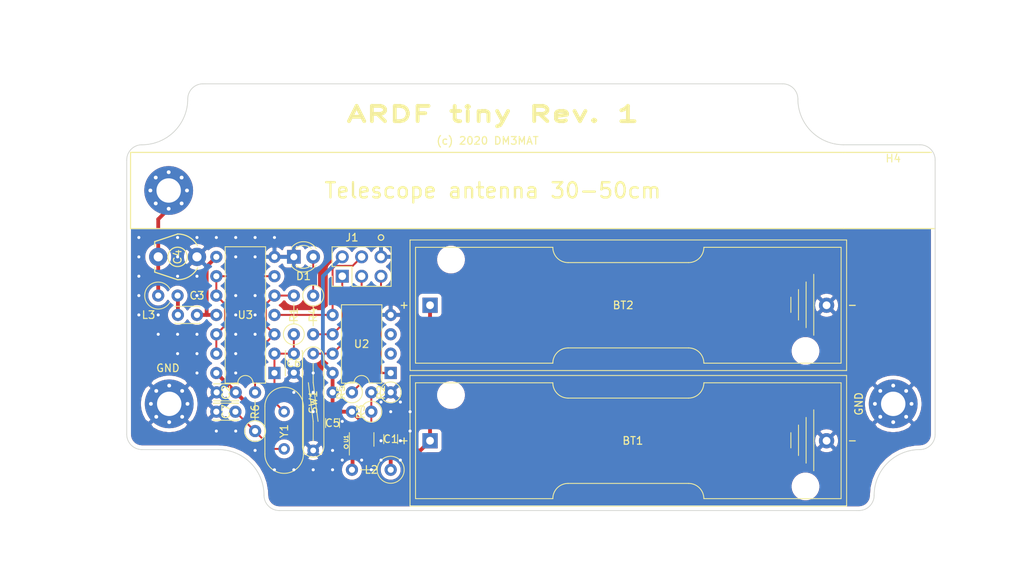
<source format=kicad_pcb>
(kicad_pcb (version 20171130) (host pcbnew 5.1.5+dfsg1-2build2)

  (general
    (thickness 1.6)
    (drawings 71)
    (tracks 135)
    (zones 0)
    (modules 28)
    (nets 20)
  )

  (page A4)
  (layers
    (0 F.Cu signal)
    (31 B.Cu signal)
    (32 B.Adhes user)
    (33 F.Adhes user)
    (34 B.Paste user)
    (35 F.Paste user)
    (36 B.SilkS user)
    (37 F.SilkS user)
    (38 B.Mask user)
    (39 F.Mask user)
    (40 Dwgs.User user)
    (41 Cmts.User user)
    (42 Eco1.User user)
    (43 Eco2.User user)
    (44 Edge.Cuts user)
    (45 Margin user)
    (46 B.CrtYd user)
    (47 F.CrtYd user)
    (48 B.Fab user)
    (49 F.Fab user)
  )

  (setup
    (last_trace_width 0.25)
    (trace_clearance 0.2)
    (zone_clearance 0.508)
    (zone_45_only no)
    (trace_min 0.2)
    (via_size 0.8)
    (via_drill 0.4)
    (via_min_size 0.4)
    (via_min_drill 0.3)
    (uvia_size 0.3)
    (uvia_drill 0.1)
    (uvias_allowed no)
    (uvia_min_size 0.2)
    (uvia_min_drill 0.1)
    (edge_width 0.1)
    (segment_width 0.2)
    (pcb_text_width 0.3)
    (pcb_text_size 1.5 1.5)
    (mod_edge_width 0.15)
    (mod_text_size 1 1)
    (mod_text_width 0.15)
    (pad_size 1.524 1.524)
    (pad_drill 0.762)
    (pad_to_mask_clearance 0)
    (aux_axis_origin 0 0)
    (grid_origin 201.93 135.89)
    (visible_elements FFFFFF7F)
    (pcbplotparams
      (layerselection 0x010e0_ffffffff)
      (usegerberextensions false)
      (usegerberattributes false)
      (usegerberadvancedattributes false)
      (creategerberjobfile false)
      (excludeedgelayer true)
      (linewidth 0.100000)
      (plotframeref false)
      (viasonmask false)
      (mode 1)
      (useauxorigin false)
      (hpglpennumber 1)
      (hpglpenspeed 20)
      (hpglpendiameter 15.000000)
      (psnegative false)
      (psa4output false)
      (plotreference true)
      (plotvalue false)
      (plotinvisibletext false)
      (padsonsilk false)
      (subtractmaskfromsilk false)
      (outputformat 1)
      (mirror false)
      (drillshape 0)
      (scaleselection 1)
      (outputdirectory "prod_TXtiny/"))
  )

  (net 0 "")
  (net 1 "Net-(BT1-Pad1)")
  (net 2 GND)
  (net 3 "Net-(C3-Pad2)")
  (net 4 "Net-(C3-Pad1)")
  (net 5 "Net-(C4-Pad1)")
  (net 6 +3V3)
  (net 7 "Net-(D1-Pad2)")
  (net 8 RST)
  (net 9 BTN)
  (net 10 LED)
  (net 11 "Net-(L2-Pad2)")
  (net 12 "Net-(C6-Pad2)")
  (net 13 "Net-(C7-Pad2)")
  (net 14 "Net-(U2-Pad3)")
  (net 15 "Net-(U2-Pad2)")
  (net 16 KEY)
  (net 17 "Net-(U3-Pad10)")
  (net 18 "Net-(R1-Pad2)")
  (net 19 "Net-(R2-Pad2)")

  (net_class Default "This is the default net class."
    (clearance 0.2)
    (trace_width 0.25)
    (via_dia 0.8)
    (via_drill 0.4)
    (uvia_dia 0.3)
    (uvia_drill 0.1)
    (add_net BTN)
    (add_net KEY)
    (add_net LED)
    (add_net "Net-(C6-Pad2)")
    (add_net "Net-(C7-Pad2)")
    (add_net "Net-(D1-Pad2)")
    (add_net "Net-(R1-Pad2)")
    (add_net "Net-(R2-Pad2)")
    (add_net "Net-(U2-Pad2)")
    (add_net "Net-(U2-Pad3)")
    (add_net "Net-(U3-Pad10)")
    (add_net RST)
  )

  (net_class PWR ""
    (clearance 0.2)
    (trace_width 0.5)
    (via_dia 0.8)
    (via_drill 0.4)
    (uvia_dia 0.3)
    (uvia_drill 0.1)
    (add_net +3V3)
    (add_net GND)
    (add_net "Net-(BT1-Pad1)")
    (add_net "Net-(C3-Pad1)")
    (add_net "Net-(C3-Pad2)")
    (add_net "Net-(C4-Pad1)")
    (add_net "Net-(L2-Pad2)")
  )

  (module Connector_PinHeader_2.54mm:PinHeader_2x03_P2.54mm_Vertical (layer F.Cu) (tedit 59FED5CC) (tstamp 5E32A579)
    (at 123.19 104.14 90)
    (descr "Through hole straight pin header, 2x03, 2.54mm pitch, double rows")
    (tags "Through hole pin header THT 2x03 2.54mm double row")
    (path /5E63F7C0)
    (fp_text reference J1 (at 5.08 1.27 180) (layer F.SilkS)
      (effects (font (size 1 1) (thickness 0.15)))
    )
    (fp_text value AVR-ISP-6 (at 1.27 7.41 90) (layer F.Fab)
      (effects (font (size 1 1) (thickness 0.15)))
    )
    (fp_text user %R (at 1.27 2.54) (layer F.Fab)
      (effects (font (size 1 1) (thickness 0.15)))
    )
    (fp_line (start 4.35 -1.8) (end -1.8 -1.8) (layer F.CrtYd) (width 0.05))
    (fp_line (start 4.35 6.85) (end 4.35 -1.8) (layer F.CrtYd) (width 0.05))
    (fp_line (start -1.8 6.85) (end 4.35 6.85) (layer F.CrtYd) (width 0.05))
    (fp_line (start -1.8 -1.8) (end -1.8 6.85) (layer F.CrtYd) (width 0.05))
    (fp_line (start -1.33 -1.33) (end 0 -1.33) (layer F.SilkS) (width 0.12))
    (fp_line (start -1.33 0) (end -1.33 -1.33) (layer F.SilkS) (width 0.12))
    (fp_line (start 1.27 -1.33) (end 3.87 -1.33) (layer F.SilkS) (width 0.12))
    (fp_line (start 1.27 1.27) (end 1.27 -1.33) (layer F.SilkS) (width 0.12))
    (fp_line (start -1.33 1.27) (end 1.27 1.27) (layer F.SilkS) (width 0.12))
    (fp_line (start 3.87 -1.33) (end 3.87 6.41) (layer F.SilkS) (width 0.12))
    (fp_line (start -1.33 1.27) (end -1.33 6.41) (layer F.SilkS) (width 0.12))
    (fp_line (start -1.33 6.41) (end 3.87 6.41) (layer F.SilkS) (width 0.12))
    (fp_line (start -1.27 0) (end 0 -1.27) (layer F.Fab) (width 0.1))
    (fp_line (start -1.27 6.35) (end -1.27 0) (layer F.Fab) (width 0.1))
    (fp_line (start 3.81 6.35) (end -1.27 6.35) (layer F.Fab) (width 0.1))
    (fp_line (start 3.81 -1.27) (end 3.81 6.35) (layer F.Fab) (width 0.1))
    (fp_line (start 0 -1.27) (end 3.81 -1.27) (layer F.Fab) (width 0.1))
    (pad 6 thru_hole oval (at 2.54 5.08 90) (size 1.7 1.7) (drill 1) (layers *.Cu *.Mask)
      (net 2 GND))
    (pad 5 thru_hole oval (at 0 5.08 90) (size 1.7 1.7) (drill 1) (layers *.Cu *.Mask)
      (net 8 RST))
    (pad 4 thru_hole oval (at 2.54 2.54 90) (size 1.7 1.7) (drill 1) (layers *.Cu *.Mask)
      (net 16 KEY))
    (pad 3 thru_hole oval (at 0 2.54 90) (size 1.7 1.7) (drill 1) (layers *.Cu *.Mask)
      (net 9 BTN))
    (pad 2 thru_hole oval (at 2.54 0 90) (size 1.7 1.7) (drill 1) (layers *.Cu *.Mask)
      (net 6 +3V3))
    (pad 1 thru_hole rect (at 0 0 90) (size 1.7 1.7) (drill 1) (layers *.Cu *.Mask)
      (net 10 LED))
    (model ${KISYS3DMOD}/Connector_PinHeader_2.54mm.3dshapes/PinHeader_2x03_P2.54mm_Vertical.wrl
      (at (xyz 0 0 0))
      (scale (xyz 1 1 1))
      (rotate (xyz 0 0 0))
    )
  )

  (module Inductor_THT:L_Axial_L7.0mm_D3.3mm_P5.08mm_Vertical_Fastron_MICC (layer F.Cu) (tedit 5AE59B05) (tstamp 5E3200DB)
    (at 129.54 129.54 180)
    (descr "Inductor, Axial series, Axial, Vertical, pin pitch=5.08mm, , length*diameter=7*3.3mm^2, Fastron, MICC, http://www.fastrongroup.com/image-show/70/MICC.pdf?type=Complete-DataSheet&productType=series")
    (tags "Inductor Axial series Axial Vertical pin pitch 5.08mm  length 7mm diameter 3.3mm Fastron MICC")
    (path /5E306110)
    (fp_text reference L2 (at 2.54 0) (layer F.SilkS)
      (effects (font (size 1 1) (thickness 0.15)))
    )
    (fp_text value 4.7u (at 2.54 2.77) (layer F.Fab)
      (effects (font (size 1 1) (thickness 0.15)))
    )
    (fp_text user %R (at 2.54 0) (layer F.Fab)
      (effects (font (size 1 1) (thickness 0.15)))
    )
    (fp_line (start 6.14 -1.9) (end -1.9 -1.9) (layer F.CrtYd) (width 0.05))
    (fp_line (start 6.14 1.9) (end 6.14 -1.9) (layer F.CrtYd) (width 0.05))
    (fp_line (start -1.9 1.9) (end 6.14 1.9) (layer F.CrtYd) (width 0.05))
    (fp_line (start -1.9 -1.9) (end -1.9 1.9) (layer F.CrtYd) (width 0.05))
    (fp_line (start 1.77 0) (end 3.98 0) (layer F.SilkS) (width 0.12))
    (fp_line (start 0 0) (end 5.08 0) (layer F.Fab) (width 0.1))
    (fp_circle (center 0 0) (end 1.77 0) (layer F.SilkS) (width 0.12))
    (fp_circle (center 0 0) (end 1.65 0) (layer F.Fab) (width 0.1))
    (pad 2 thru_hole oval (at 5.08 0 180) (size 1.6 1.6) (drill 0.8) (layers *.Cu *.Mask)
      (net 11 "Net-(L2-Pad2)"))
    (pad 1 thru_hole circle (at 0 0 180) (size 1.6 1.6) (drill 0.8) (layers *.Cu *.Mask)
      (net 1 "Net-(BT1-Pad1)"))
    (model ${KISYS3DMOD}/Inductor_THT.3dshapes/L_Axial_L7.0mm_D3.3mm_P5.08mm_Vertical_Fastron_MICC.wrl
      (at (xyz 0 0 0))
      (scale (xyz 1 1 1))
      (rotate (xyz 0 0 0))
    )
  )

  (module Capacitor_SMD:C_1206_3216Metric_Pad1.42x1.75mm_HandSolder (layer F.Cu) (tedit 5B301BBE) (tstamp 5E32000F)
    (at 121.92 123.4075 90)
    (descr "Capacitor SMD 1206 (3216 Metric), square (rectangular) end terminal, IPC_7351 nominal with elongated pad for handsoldering. (Body size source: http://www.tortai-tech.com/upload/download/2011102023233369053.pdf), generated with kicad-footprint-generator")
    (tags "capacitor handsolder")
    (path /5E3105BF)
    (attr smd)
    (fp_text reference C5 (at 0 0 180) (layer F.SilkS)
      (effects (font (size 1 1) (thickness 0.15)))
    )
    (fp_text value 10u (at 0 1.82 90) (layer F.Fab)
      (effects (font (size 1 1) (thickness 0.15)))
    )
    (fp_text user %R (at 0 0 90) (layer F.Fab)
      (effects (font (size 0.8 0.8) (thickness 0.12)))
    )
    (fp_line (start 2.45 1.12) (end -2.45 1.12) (layer F.CrtYd) (width 0.05))
    (fp_line (start 2.45 -1.12) (end 2.45 1.12) (layer F.CrtYd) (width 0.05))
    (fp_line (start -2.45 -1.12) (end 2.45 -1.12) (layer F.CrtYd) (width 0.05))
    (fp_line (start -2.45 1.12) (end -2.45 -1.12) (layer F.CrtYd) (width 0.05))
    (fp_line (start -0.602064 0.91) (end 0.602064 0.91) (layer F.SilkS) (width 0.12))
    (fp_line (start -0.602064 -0.91) (end 0.602064 -0.91) (layer F.SilkS) (width 0.12))
    (fp_line (start 1.6 0.8) (end -1.6 0.8) (layer F.Fab) (width 0.1))
    (fp_line (start 1.6 -0.8) (end 1.6 0.8) (layer F.Fab) (width 0.1))
    (fp_line (start -1.6 -0.8) (end 1.6 -0.8) (layer F.Fab) (width 0.1))
    (fp_line (start -1.6 0.8) (end -1.6 -0.8) (layer F.Fab) (width 0.1))
    (pad 2 smd roundrect (at 1.4875 0 90) (size 1.425 1.75) (layers F.Cu F.Paste F.Mask) (roundrect_rratio 0.175439)
      (net 6 +3V3))
    (pad 1 smd roundrect (at -1.4875 0 90) (size 1.425 1.75) (layers F.Cu F.Paste F.Mask) (roundrect_rratio 0.175439)
      (net 2 GND))
    (model ${KISYS3DMOD}/Capacitor_SMD.3dshapes/C_1206_3216Metric.wrl
      (at (xyz 0 0 0))
      (scale (xyz 1 1 1))
      (rotate (xyz 0 0 0))
    )
  )

  (module Capacitor_SMD:C_1206_3216Metric_Pad1.42x1.75mm_HandSolder (layer F.Cu) (tedit 5B301BBE) (tstamp 5E32005A)
    (at 129.54 125.5125 270)
    (descr "Capacitor SMD 1206 (3216 Metric), square (rectangular) end terminal, IPC_7351 nominal with elongated pad for handsoldering. (Body size source: http://www.tortai-tech.com/upload/download/2011102023233369053.pdf), generated with kicad-footprint-generator")
    (tags "capacitor handsolder")
    (path /5E305CEB)
    (attr smd)
    (fp_text reference C1 (at 0 0 180) (layer F.SilkS)
      (effects (font (size 1 1) (thickness 0.15)))
    )
    (fp_text value 4.7u (at 0 1.82 90) (layer F.Fab)
      (effects (font (size 1 1) (thickness 0.15)))
    )
    (fp_text user %R (at 0 0 90) (layer F.Fab)
      (effects (font (size 0.8 0.8) (thickness 0.12)))
    )
    (fp_line (start 2.45 1.12) (end -2.45 1.12) (layer F.CrtYd) (width 0.05))
    (fp_line (start 2.45 -1.12) (end 2.45 1.12) (layer F.CrtYd) (width 0.05))
    (fp_line (start -2.45 -1.12) (end 2.45 -1.12) (layer F.CrtYd) (width 0.05))
    (fp_line (start -2.45 1.12) (end -2.45 -1.12) (layer F.CrtYd) (width 0.05))
    (fp_line (start -0.602064 0.91) (end 0.602064 0.91) (layer F.SilkS) (width 0.12))
    (fp_line (start -0.602064 -0.91) (end 0.602064 -0.91) (layer F.SilkS) (width 0.12))
    (fp_line (start 1.6 0.8) (end -1.6 0.8) (layer F.Fab) (width 0.1))
    (fp_line (start 1.6 -0.8) (end 1.6 0.8) (layer F.Fab) (width 0.1))
    (fp_line (start -1.6 -0.8) (end 1.6 -0.8) (layer F.Fab) (width 0.1))
    (fp_line (start -1.6 0.8) (end -1.6 -0.8) (layer F.Fab) (width 0.1))
    (pad 2 smd roundrect (at 1.4875 0 270) (size 1.425 1.75) (layers F.Cu F.Paste F.Mask) (roundrect_rratio 0.175439)
      (net 1 "Net-(BT1-Pad1)"))
    (pad 1 smd roundrect (at -1.4875 0 270) (size 1.425 1.75) (layers F.Cu F.Paste F.Mask) (roundrect_rratio 0.175439)
      (net 2 GND))
    (model ${KISYS3DMOD}/Capacitor_SMD.3dshapes/C_1206_3216Metric.wrl
      (at (xyz 0 0 0))
      (scale (xyz 1 1 1))
      (rotate (xyz 0 0 0))
    )
  )

  (module Resistor_THT:R_Axial_DIN0207_L6.3mm_D2.5mm_P5.08mm_Vertical (layer F.Cu) (tedit 5AE5139B) (tstamp 5E32554D)
    (at 111.76 124.46 90)
    (descr "Resistor, Axial_DIN0207 series, Axial, Vertical, pin pitch=5.08mm, 0.25W = 1/4W, length*diameter=6.3*2.5mm^2, http://cdn-reichelt.de/documents/datenblatt/B400/1_4W%23YAG.pdf")
    (tags "Resistor Axial_DIN0207 series Axial Vertical pin pitch 5.08mm 0.25W = 1/4W length 6.3mm diameter 2.5mm")
    (path /5E5E9570)
    (fp_text reference R6 (at 2.54 0 90) (layer F.SilkS)
      (effects (font (size 1 1) (thickness 0.15)))
    )
    (fp_text value 1.5k (at 2.54 2.37 90) (layer F.Fab)
      (effects (font (size 1 1) (thickness 0.15)))
    )
    (fp_text user %R (at 2.54 -2.37 90) (layer F.Fab)
      (effects (font (size 1 1) (thickness 0.15)))
    )
    (fp_line (start 6.13 -1.5) (end -1.5 -1.5) (layer F.CrtYd) (width 0.05))
    (fp_line (start 6.13 1.5) (end 6.13 -1.5) (layer F.CrtYd) (width 0.05))
    (fp_line (start -1.5 1.5) (end 6.13 1.5) (layer F.CrtYd) (width 0.05))
    (fp_line (start -1.5 -1.5) (end -1.5 1.5) (layer F.CrtYd) (width 0.05))
    (fp_line (start 1.37 0) (end 3.98 0) (layer F.SilkS) (width 0.12))
    (fp_line (start 0 0) (end 5.08 0) (layer F.Fab) (width 0.1))
    (fp_circle (center 0 0) (end 1.37 0) (layer F.SilkS) (width 0.12))
    (fp_circle (center 0 0) (end 1.25 0) (layer F.Fab) (width 0.1))
    (pad 2 thru_hole oval (at 5.08 0 90) (size 1.6 1.6) (drill 0.8) (layers *.Cu *.Mask)
      (net 18 "Net-(R1-Pad2)"))
    (pad 1 thru_hole circle (at 0 0 90) (size 1.6 1.6) (drill 0.8) (layers *.Cu *.Mask)
      (net 13 "Net-(C7-Pad2)"))
    (model ${KISYS3DMOD}/Resistor_THT.3dshapes/R_Axial_DIN0207_L6.3mm_D2.5mm_P5.08mm_Vertical.wrl
      (at (xyz 0 0 0))
      (scale (xyz 1 1 1))
      (rotate (xyz 0 0 0))
    )
  )

  (module Package_TO_SOT_SMD:SOT-23-6_Handsoldering (layer F.Cu) (tedit 5A02FF57) (tstamp 5E320097)
    (at 125.73 125.56 90)
    (descr "6-pin SOT-23 package, Handsoldering")
    (tags "SOT-23-6 Handsoldering")
    (path /5E305538)
    (attr smd)
    (fp_text reference U1 (at 0.084 -2.032 90) (layer F.SilkS)
      (effects (font (size 0.5 0.5) (thickness 0.125)))
    )
    (fp_text value MCP1640BCH (at 0 2.9 90) (layer F.Fab)
      (effects (font (size 1 1) (thickness 0.15)))
    )
    (fp_line (start 0.9 -1.55) (end 0.9 1.55) (layer F.Fab) (width 0.1))
    (fp_line (start 0.9 1.55) (end -0.9 1.55) (layer F.Fab) (width 0.1))
    (fp_line (start -0.9 -0.9) (end -0.9 1.55) (layer F.Fab) (width 0.1))
    (fp_line (start 0.9 -1.55) (end -0.25 -1.55) (layer F.Fab) (width 0.1))
    (fp_line (start -0.9 -0.9) (end -0.25 -1.55) (layer F.Fab) (width 0.1))
    (fp_line (start -2.4 -1.8) (end 2.4 -1.8) (layer F.CrtYd) (width 0.05))
    (fp_line (start 2.4 -1.8) (end 2.4 1.8) (layer F.CrtYd) (width 0.05))
    (fp_line (start 2.4 1.8) (end -2.4 1.8) (layer F.CrtYd) (width 0.05))
    (fp_line (start -2.4 1.8) (end -2.4 -1.8) (layer F.CrtYd) (width 0.05))
    (fp_line (start 0.9 -1.61) (end -2.05 -1.61) (layer F.SilkS) (width 0.12))
    (fp_line (start -0.9 1.61) (end 0.9 1.61) (layer F.SilkS) (width 0.12))
    (fp_text user %R (at 0 0) (layer F.Fab)
      (effects (font (size 0.5 0.5) (thickness 0.075)))
    )
    (pad 5 smd rect (at 1.35 0 90) (size 1.56 0.65) (layers F.Cu F.Paste F.Mask)
      (net 6 +3V3))
    (pad 6 smd rect (at 1.35 -0.95 90) (size 1.56 0.65) (layers F.Cu F.Paste F.Mask)
      (net 1 "Net-(BT1-Pad1)"))
    (pad 4 smd rect (at 1.35 0.95 90) (size 1.56 0.65) (layers F.Cu F.Paste F.Mask)
      (net 19 "Net-(R2-Pad2)"))
    (pad 3 smd rect (at -1.35 0.95 90) (size 1.56 0.65) (layers F.Cu F.Paste F.Mask)
      (net 1 "Net-(BT1-Pad1)"))
    (pad 2 smd rect (at -1.35 0 90) (size 1.56 0.65) (layers F.Cu F.Paste F.Mask)
      (net 2 GND))
    (pad 1 smd rect (at -1.35 -0.95 90) (size 1.56 0.65) (layers F.Cu F.Paste F.Mask)
      (net 11 "Net-(L2-Pad2)"))
    (model ${KISYS3DMOD}/Package_TO_SOT_SMD.3dshapes/SOT-23-6.wrl
      (at (xyz 0 0 0))
      (scale (xyz 1 1 1))
      (rotate (xyz 0 0 0))
    )
  )

  (module MountingHole:MountingHole_3.2mm_M3_Pad_Via (layer F.Cu) (tedit 56DDBCCA) (tstamp 5E31E8B2)
    (at 100.5 120.89 180)
    (descr "Mounting Hole 3.2mm, M3")
    (tags "mounting hole 3.2mm m3")
    (path /5E330B28)
    (attr virtual)
    (fp_text reference H3 (at 0 -4.2) (layer F.SilkS) hide
      (effects (font (size 1 1) (thickness 0.15)))
    )
    (fp_text value GND (at 0 4.2) (layer F.Fab)
      (effects (font (size 1 1) (thickness 0.15)))
    )
    (fp_circle (center 0 0) (end 3.45 0) (layer F.CrtYd) (width 0.05))
    (fp_circle (center 0 0) (end 3.2 0) (layer Cmts.User) (width 0.15))
    (fp_text user %R (at 0.3 0) (layer F.Fab)
      (effects (font (size 1 1) (thickness 0.15)))
    )
    (pad 1 thru_hole circle (at 1.697056 -1.697056 180) (size 0.8 0.8) (drill 0.5) (layers *.Cu *.Mask)
      (net 2 GND))
    (pad 1 thru_hole circle (at 0 -2.4 180) (size 0.8 0.8) (drill 0.5) (layers *.Cu *.Mask)
      (net 2 GND))
    (pad 1 thru_hole circle (at -1.697056 -1.697056 180) (size 0.8 0.8) (drill 0.5) (layers *.Cu *.Mask)
      (net 2 GND))
    (pad 1 thru_hole circle (at -2.4 0 180) (size 0.8 0.8) (drill 0.5) (layers *.Cu *.Mask)
      (net 2 GND))
    (pad 1 thru_hole circle (at -1.697056 1.697056 180) (size 0.8 0.8) (drill 0.5) (layers *.Cu *.Mask)
      (net 2 GND))
    (pad 1 thru_hole circle (at 0 2.4 180) (size 0.8 0.8) (drill 0.5) (layers *.Cu *.Mask)
      (net 2 GND))
    (pad 1 thru_hole circle (at 1.697056 1.697056 180) (size 0.8 0.8) (drill 0.5) (layers *.Cu *.Mask)
      (net 2 GND))
    (pad 1 thru_hole circle (at 2.4 0 180) (size 0.8 0.8) (drill 0.5) (layers *.Cu *.Mask)
      (net 2 GND))
    (pad 1 thru_hole circle (at 0 0 180) (size 6.4 6.4) (drill 3.2) (layers *.Cu *.Mask)
      (net 2 GND))
  )

  (module MountingHole:MountingHole_3.2mm_M3 (layer F.Cu) (tedit 56D1B4CB) (tstamp 5E323633)
    (at 195.43 92.89)
    (descr "Mounting Hole 3.2mm, no annular, M3")
    (tags "mounting hole 3.2mm no annular m3")
    (path /5E5ABCBA)
    (attr virtual)
    (fp_text reference H4 (at 0 -4.2) (layer F.SilkS)
      (effects (font (size 1 1) (thickness 0.15)))
    )
    (fp_text value MountingHole (at 0 4.2) (layer F.Fab)
      (effects (font (size 1 1) (thickness 0.15)))
    )
    (fp_circle (center 0 0) (end 3.45 0) (layer F.CrtYd) (width 0.05))
    (fp_circle (center 0 0) (end 3.2 0) (layer Cmts.User) (width 0.15))
    (fp_text user %R (at 0.3 0) (layer F.Fab)
      (effects (font (size 1 1) (thickness 0.15)))
    )
    (pad 1 np_thru_hole circle (at 0 0) (size 3.2 3.2) (drill 3.2) (layers *.Cu *.Mask))
  )

  (module MountingHole:MountingHole_3.2mm_M3_Pad_Via (layer F.Cu) (tedit 56DDBCCA) (tstamp 5E3235F7)
    (at 100.43 92.89 180)
    (descr "Mounting Hole 3.2mm, M3")
    (tags "mounting hole 3.2mm m3")
    (path /5E31FCEF)
    (attr virtual)
    (fp_text reference H1 (at 0 -4.2) (layer F.SilkS) hide
      (effects (font (size 1 1) (thickness 0.15)))
    )
    (fp_text value ANT (at 0 4.2) (layer F.Fab)
      (effects (font (size 1 1) (thickness 0.15)))
    )
    (fp_circle (center 0 0) (end 3.45 0) (layer F.CrtYd) (width 0.05))
    (fp_circle (center 0 0) (end 3.2 0) (layer Cmts.User) (width 0.15))
    (fp_text user %R (at 0.3 0) (layer F.Fab)
      (effects (font (size 1 1) (thickness 0.15)))
    )
    (pad 1 thru_hole circle (at 1.697056 -1.697056 180) (size 0.8 0.8) (drill 0.5) (layers *.Cu *.Mask)
      (net 5 "Net-(C4-Pad1)"))
    (pad 1 thru_hole circle (at 0 -2.4 180) (size 0.8 0.8) (drill 0.5) (layers *.Cu *.Mask)
      (net 5 "Net-(C4-Pad1)"))
    (pad 1 thru_hole circle (at -1.697056 -1.697056 180) (size 0.8 0.8) (drill 0.5) (layers *.Cu *.Mask)
      (net 5 "Net-(C4-Pad1)"))
    (pad 1 thru_hole circle (at -2.4 0 180) (size 0.8 0.8) (drill 0.5) (layers *.Cu *.Mask)
      (net 5 "Net-(C4-Pad1)"))
    (pad 1 thru_hole circle (at -1.697056 1.697056 180) (size 0.8 0.8) (drill 0.5) (layers *.Cu *.Mask)
      (net 5 "Net-(C4-Pad1)"))
    (pad 1 thru_hole circle (at 0 2.4 180) (size 0.8 0.8) (drill 0.5) (layers *.Cu *.Mask)
      (net 5 "Net-(C4-Pad1)"))
    (pad 1 thru_hole circle (at 1.697056 1.697056 180) (size 0.8 0.8) (drill 0.5) (layers *.Cu *.Mask)
      (net 5 "Net-(C4-Pad1)"))
    (pad 1 thru_hole circle (at 2.4 0 180) (size 0.8 0.8) (drill 0.5) (layers *.Cu *.Mask)
      (net 5 "Net-(C4-Pad1)"))
    (pad 1 thru_hole circle (at 0 0 180) (size 6.4 6.4) (drill 3.2) (layers *.Cu *.Mask)
      (net 5 "Net-(C4-Pad1)"))
  )

  (module Resistor_THT:R_Axial_DIN0207_L6.3mm_D2.5mm_P5.08mm_Vertical (layer F.Cu) (tedit 5AE5139B) (tstamp 5E322C5E)
    (at 119.38 106.68 270)
    (descr "Resistor, Axial_DIN0207 series, Axial, Vertical, pin pitch=5.08mm, 0.25W = 1/4W, length*diameter=6.3*2.5mm^2, http://cdn-reichelt.de/documents/datenblatt/B400/1_4W%23YAG.pdf")
    (tags "Resistor Axial_DIN0207 series Axial Vertical pin pitch 5.08mm 0.25W = 1/4W length 6.3mm diameter 2.5mm")
    (path /5E3A75B1)
    (fp_text reference R4 (at 2.54 0 90) (layer F.SilkS)
      (effects (font (size 1 1) (thickness 0.15)))
    )
    (fp_text value 650 (at 2.54 2.37 90) (layer F.Fab)
      (effects (font (size 1 1) (thickness 0.15)))
    )
    (fp_text user %R (at 2.54 -2.37 90) (layer F.Fab)
      (effects (font (size 1 1) (thickness 0.15)))
    )
    (fp_line (start 6.13 -1.5) (end -1.5 -1.5) (layer F.CrtYd) (width 0.05))
    (fp_line (start 6.13 1.5) (end 6.13 -1.5) (layer F.CrtYd) (width 0.05))
    (fp_line (start -1.5 1.5) (end 6.13 1.5) (layer F.CrtYd) (width 0.05))
    (fp_line (start -1.5 -1.5) (end -1.5 1.5) (layer F.CrtYd) (width 0.05))
    (fp_line (start 1.37 0) (end 3.98 0) (layer F.SilkS) (width 0.12))
    (fp_line (start 0 0) (end 5.08 0) (layer F.Fab) (width 0.1))
    (fp_circle (center 0 0) (end 1.37 0) (layer F.SilkS) (width 0.12))
    (fp_circle (center 0 0) (end 1.25 0) (layer F.Fab) (width 0.1))
    (pad 2 thru_hole oval (at 5.08 0 270) (size 1.6 1.6) (drill 0.8) (layers *.Cu *.Mask)
      (net 10 LED))
    (pad 1 thru_hole circle (at 0 0 270) (size 1.6 1.6) (drill 0.8) (layers *.Cu *.Mask)
      (net 7 "Net-(D1-Pad2)"))
    (model ${KISYS3DMOD}/Resistor_THT.3dshapes/R_Axial_DIN0207_L6.3mm_D2.5mm_P5.08mm_Vertical.wrl
      (at (xyz 0 0 0))
      (scale (xyz 1 1 1))
      (rotate (xyz 0 0 0))
    )
  )

  (module Capacitor_THT:C_Disc_D3.0mm_W2.0mm_P2.50mm (layer F.Cu) (tedit 5AE50EF0) (tstamp 5E325C91)
    (at 106.72 119.38)
    (descr "C, Disc series, Radial, pin pitch=2.50mm, , diameter*width=3*2mm^2, Capacitor")
    (tags "C Disc series Radial pin pitch 2.50mm  diameter 3mm width 2mm Capacitor")
    (path /5E376AC0)
    (fp_text reference C2 (at 1.23 0 90) (layer F.SilkS)
      (effects (font (size 1 1) (thickness 0.15)))
    )
    (fp_text value 100n (at 1.25 2.25) (layer F.Fab)
      (effects (font (size 1 1) (thickness 0.15)))
    )
    (fp_text user %R (at 1.25 0) (layer F.Fab)
      (effects (font (size 0.6 0.6) (thickness 0.09)))
    )
    (fp_line (start 3.55 -1.25) (end -1.05 -1.25) (layer F.CrtYd) (width 0.05))
    (fp_line (start 3.55 1.25) (end 3.55 -1.25) (layer F.CrtYd) (width 0.05))
    (fp_line (start -1.05 1.25) (end 3.55 1.25) (layer F.CrtYd) (width 0.05))
    (fp_line (start -1.05 -1.25) (end -1.05 1.25) (layer F.CrtYd) (width 0.05))
    (fp_line (start 2.87 1.055) (end 2.87 1.12) (layer F.SilkS) (width 0.12))
    (fp_line (start 2.87 -1.12) (end 2.87 -1.055) (layer F.SilkS) (width 0.12))
    (fp_line (start -0.37 1.055) (end -0.37 1.12) (layer F.SilkS) (width 0.12))
    (fp_line (start -0.37 -1.12) (end -0.37 -1.055) (layer F.SilkS) (width 0.12))
    (fp_line (start -0.37 1.12) (end 2.87 1.12) (layer F.SilkS) (width 0.12))
    (fp_line (start -0.37 -1.12) (end 2.87 -1.12) (layer F.SilkS) (width 0.12))
    (fp_line (start 2.75 -1) (end -0.25 -1) (layer F.Fab) (width 0.1))
    (fp_line (start 2.75 1) (end 2.75 -1) (layer F.Fab) (width 0.1))
    (fp_line (start -0.25 1) (end 2.75 1) (layer F.Fab) (width 0.1))
    (fp_line (start -0.25 -1) (end -0.25 1) (layer F.Fab) (width 0.1))
    (pad 2 thru_hole circle (at 2.5 0) (size 1.6 1.6) (drill 0.8) (layers *.Cu *.Mask)
      (net 6 +3V3))
    (pad 1 thru_hole circle (at 0 0) (size 1.6 1.6) (drill 0.8) (layers *.Cu *.Mask)
      (net 2 GND))
    (model ${KISYS3DMOD}/Capacitor_THT.3dshapes/C_Disc_D3.0mm_W2.0mm_P2.50mm.wrl
      (at (xyz 0 0 0))
      (scale (xyz 1 1 1))
      (rotate (xyz 0 0 0))
    )
  )

  (module Battery:BatteryHolder_Keystone_2460_1xAA (layer F.Cu) (tedit 5DBEA3CC) (tstamp 5E320F5A)
    (at 134.7 107.95)
    (descr https://www.keyelco.com/product-pdf.cfm?p=1025)
    (tags "AA battery cell holder")
    (path /5E550205)
    (fp_text reference BT2 (at 25.32 0 180) (layer F.SilkS)
      (effects (font (size 1 1) (thickness 0.15)))
    )
    (fp_text value 1.2V (at 24.5 0 180) (layer F.Fab)
      (effects (font (size 1 1) (thickness 0.15)))
    )
    (fp_line (start 54.5 8.445) (end 54.5 -8.445) (layer F.Fab) (width 0.1))
    (fp_line (start -2.5 8.445) (end 54.5 8.445) (layer F.Fab) (width 0.1))
    (fp_line (start -2.5 -8.445) (end -2.5 8.445) (layer F.Fab) (width 0.1))
    (fp_line (start 54.5 -8.445) (end -2.5 -8.445) (layer F.Fab) (width 0.1))
    (fp_line (start -2.75 8.7) (end -2.75 -8.7) (layer F.CrtYd) (width 0.05))
    (fp_line (start -2.75 -8.7) (end 54.75 -8.7) (layer F.CrtYd) (width 0.05))
    (fp_line (start 54.75 -8.7) (end 54.75 8.7) (layer F.CrtYd) (width 0.05))
    (fp_line (start 54.75 8.7) (end -2.75 8.7) (layer F.CrtYd) (width 0.05))
    (fp_text user + (at -3.4 -0.06) (layer F.SilkS)
      (effects (font (size 1 1) (thickness 0.15)))
    )
    (fp_text user - (at 55.37 -0.06) (layer F.SilkS)
      (effects (font (size 1 1) (thickness 0.15)))
    )
    (fp_line (start 48.31 -2.06) (end 48.31 1.94) (layer F.SilkS) (width 0.12))
    (fp_line (start 49.31 2.94) (end 49.31 -3.06) (layer F.SilkS) (width 0.12))
    (fp_line (start 50.31 -4.06) (end 50.31 3.94) (layer F.SilkS) (width 0.12))
    (fp_line (start 47.31 -1.06) (end 47.31 0.94) (layer F.SilkS) (width 0.12))
    (fp_line (start 54.62 -8.565) (end 54.62 8.565) (layer F.SilkS) (width 0.12))
    (fp_line (start 54.62 8.565) (end -2.62 8.565) (layer F.SilkS) (width 0.12))
    (fp_line (start -2.62 8.565) (end -2.62 -8.565) (layer F.SilkS) (width 0.12))
    (fp_line (start -2.62 -8.565) (end 54.62 -8.565) (layer F.SilkS) (width 0.12))
    (fp_text user %R (at 0.01 -0.06) (layer F.Fab)
      (effects (font (size 1 1) (thickness 0.15)))
    )
    (fp_line (start -1.9 -7.6) (end -1.9 7.6) (layer F.SilkS) (width 0.12))
    (fp_line (start -1.9 7.6) (end 16.1 7.6) (layer F.SilkS) (width 0.12))
    (fp_line (start 53.9 -7.6) (end 53.9 7.6) (layer F.SilkS) (width 0.12))
    (fp_line (start -1.9 -7.6) (end 16.1 -7.6) (layer F.SilkS) (width 0.12))
    (fp_line (start 35.9 -7.6) (end 53.9 -7.6) (layer F.SilkS) (width 0.12))
    (fp_line (start 35.9 7.6) (end 53.9 7.6) (layer F.SilkS) (width 0.12))
    (fp_arc (start 18.1 7.6) (end 18.1 5.6) (angle -90) (layer F.SilkS) (width 0.12))
    (fp_arc (start 33.9 7.6) (end 35.9 7.6) (angle -90) (layer F.SilkS) (width 0.12))
    (fp_arc (start 33.9 -7.6) (end 33.9 -5.6) (angle -90) (layer F.SilkS) (width 0.12))
    (fp_arc (start 18.1 -7.6) (end 16.1 -7.6) (angle -90) (layer F.SilkS) (width 0.12))
    (fp_line (start 18.1 -5.6) (end 33.9 -5.6) (layer F.SilkS) (width 0.12))
    (fp_line (start 33.9 5.6) (end 18.1 5.6) (layer F.SilkS) (width 0.12))
    (pad 1 thru_hole rect (at 0 0 180) (size 2 2) (drill 1.02) (layers *.Cu *.Mask)
      (net 1 "Net-(BT1-Pad1)"))
    (pad 2 thru_hole circle (at 51.99 0 180) (size 2 2) (drill 1.02) (layers *.Cu *.Mask)
      (net 2 GND))
    (pad "" np_thru_hole circle (at 49.23 5.995) (size 2.64 2.64) (drill 2.64) (layers *.Cu *.Mask))
    (pad "" np_thru_hole circle (at 2.75 -5.995 90) (size 2.64 2.64) (drill 2.64) (layers *.Cu *.Mask))
    (model ${KISYS3DMOD}/Battery.3dshapes/BatteryHolder_Keystone_2460_1xAA.wrl
      (at (xyz 0 0 0))
      (scale (xyz 1 1 1))
      (rotate (xyz 0 0 0))
    )
  )

  (module Resistor_THT:R_Axial_DIN0207_L6.3mm_D2.5mm_P5.08mm_Vertical (layer F.Cu) (tedit 5AE5139B) (tstamp 5E31AC08)
    (at 116.84 111.76 90)
    (descr "Resistor, Axial_DIN0207 series, Axial, Vertical, pin pitch=5.08mm, 0.25W = 1/4W, length*diameter=6.3*2.5mm^2, http://cdn-reichelt.de/documents/datenblatt/B400/1_4W%23YAG.pdf")
    (tags "Resistor Axial_DIN0207 series Axial Vertical pin pitch 5.08mm 0.25W = 1/4W length 6.3mm diameter 2.5mm")
    (path /5E35B091)
    (fp_text reference R1 (at 2.54 0 90) (layer F.SilkS)
      (effects (font (size 1 1) (thickness 0.15)))
    )
    (fp_text value 2.2M (at 2.54 2.37 90) (layer F.Fab)
      (effects (font (size 1 1) (thickness 0.15)))
    )
    (fp_text user %R (at 2.54 -2.37 90) (layer F.Fab)
      (effects (font (size 1 1) (thickness 0.15)))
    )
    (fp_line (start 6.13 -1.5) (end -1.5 -1.5) (layer F.CrtYd) (width 0.05))
    (fp_line (start 6.13 1.5) (end 6.13 -1.5) (layer F.CrtYd) (width 0.05))
    (fp_line (start -1.5 1.5) (end 6.13 1.5) (layer F.CrtYd) (width 0.05))
    (fp_line (start -1.5 -1.5) (end -1.5 1.5) (layer F.CrtYd) (width 0.05))
    (fp_line (start 1.37 0) (end 3.98 0) (layer F.SilkS) (width 0.12))
    (fp_line (start 0 0) (end 5.08 0) (layer F.Fab) (width 0.1))
    (fp_circle (center 0 0) (end 1.37 0) (layer F.SilkS) (width 0.12))
    (fp_circle (center 0 0) (end 1.25 0) (layer F.Fab) (width 0.1))
    (pad 2 thru_hole oval (at 5.08 0 90) (size 1.6 1.6) (drill 0.8) (layers *.Cu *.Mask)
      (net 18 "Net-(R1-Pad2)"))
    (pad 1 thru_hole circle (at 0 0 90) (size 1.6 1.6) (drill 0.8) (layers *.Cu *.Mask)
      (net 12 "Net-(C6-Pad2)"))
    (model ${KISYS3DMOD}/Resistor_THT.3dshapes/R_Axial_DIN0207_L6.3mm_D2.5mm_P5.08mm_Vertical.wrl
      (at (xyz 0 0 0))
      (scale (xyz 1 1 1))
      (rotate (xyz 0 0 0))
    )
  )

  (module Package_DIP:DIP-14_W7.62mm (layer F.Cu) (tedit 5A02E8C5) (tstamp 5E32D7C9)
    (at 114.3 116.84 180)
    (descr "14-lead though-hole mounted DIP package, row spacing 7.62 mm (300 mils)")
    (tags "THT DIP DIL PDIP 2.54mm 7.62mm 300mil")
    (path /5E3585DE)
    (fp_text reference U3 (at 3.81 7.62) (layer F.SilkS)
      (effects (font (size 1 1) (thickness 0.15)))
    )
    (fp_text value 74HC00 (at 3.81 17.57) (layer F.Fab)
      (effects (font (size 1 1) (thickness 0.15)))
    )
    (fp_text user %R (at 3.81 7.62) (layer F.Fab)
      (effects (font (size 1 1) (thickness 0.15)))
    )
    (fp_line (start 8.7 -1.55) (end -1.1 -1.55) (layer F.CrtYd) (width 0.05))
    (fp_line (start 8.7 16.8) (end 8.7 -1.55) (layer F.CrtYd) (width 0.05))
    (fp_line (start -1.1 16.8) (end 8.7 16.8) (layer F.CrtYd) (width 0.05))
    (fp_line (start -1.1 -1.55) (end -1.1 16.8) (layer F.CrtYd) (width 0.05))
    (fp_line (start 6.46 -1.33) (end 4.81 -1.33) (layer F.SilkS) (width 0.12))
    (fp_line (start 6.46 16.57) (end 6.46 -1.33) (layer F.SilkS) (width 0.12))
    (fp_line (start 1.16 16.57) (end 6.46 16.57) (layer F.SilkS) (width 0.12))
    (fp_line (start 1.16 -1.33) (end 1.16 16.57) (layer F.SilkS) (width 0.12))
    (fp_line (start 2.81 -1.33) (end 1.16 -1.33) (layer F.SilkS) (width 0.12))
    (fp_line (start 0.635 -0.27) (end 1.635 -1.27) (layer F.Fab) (width 0.1))
    (fp_line (start 0.635 16.51) (end 0.635 -0.27) (layer F.Fab) (width 0.1))
    (fp_line (start 6.985 16.51) (end 0.635 16.51) (layer F.Fab) (width 0.1))
    (fp_line (start 6.985 -1.27) (end 6.985 16.51) (layer F.Fab) (width 0.1))
    (fp_line (start 1.635 -1.27) (end 6.985 -1.27) (layer F.Fab) (width 0.1))
    (fp_arc (start 3.81 -1.33) (end 2.81 -1.33) (angle -180) (layer F.SilkS) (width 0.12))
    (pad 14 thru_hole oval (at 7.62 0 180) (size 1.6 1.6) (drill 0.8) (layers *.Cu *.Mask)
      (net 6 +3V3))
    (pad 7 thru_hole oval (at 0 15.24 180) (size 1.6 1.6) (drill 0.8) (layers *.Cu *.Mask)
      (net 2 GND))
    (pad 13 thru_hole oval (at 7.62 2.54 180) (size 1.6 1.6) (drill 0.8) (layers *.Cu *.Mask)
      (net 17 "Net-(U3-Pad10)"))
    (pad 6 thru_hole oval (at 0 12.7 180) (size 1.6 1.6) (drill 0.8) (layers *.Cu *.Mask)
      (net 17 "Net-(U3-Pad10)"))
    (pad 12 thru_hole oval (at 7.62 5.08 180) (size 1.6 1.6) (drill 0.8) (layers *.Cu *.Mask)
      (net 17 "Net-(U3-Pad10)"))
    (pad 5 thru_hole oval (at 0 10.16 180) (size 1.6 1.6) (drill 0.8) (layers *.Cu *.Mask)
      (net 18 "Net-(R1-Pad2)"))
    (pad 11 thru_hole oval (at 7.62 7.62 180) (size 1.6 1.6) (drill 0.8) (layers *.Cu *.Mask)
      (net 4 "Net-(C3-Pad1)"))
    (pad 4 thru_hole oval (at 0 7.62 180) (size 1.6 1.6) (drill 0.8) (layers *.Cu *.Mask)
      (net 16 KEY))
    (pad 10 thru_hole oval (at 7.62 10.16 180) (size 1.6 1.6) (drill 0.8) (layers *.Cu *.Mask)
      (net 17 "Net-(U3-Pad10)"))
    (pad 3 thru_hole oval (at 0 5.08 180) (size 1.6 1.6) (drill 0.8) (layers *.Cu *.Mask)
      (net 18 "Net-(R1-Pad2)"))
    (pad 9 thru_hole oval (at 7.62 12.7 180) (size 1.6 1.6) (drill 0.8) (layers *.Cu *.Mask)
      (net 17 "Net-(U3-Pad10)"))
    (pad 2 thru_hole oval (at 0 2.54 180) (size 1.6 1.6) (drill 0.8) (layers *.Cu *.Mask)
      (net 12 "Net-(C6-Pad2)"))
    (pad 8 thru_hole oval (at 7.62 15.24 180) (size 1.6 1.6) (drill 0.8) (layers *.Cu *.Mask)
      (net 4 "Net-(C3-Pad1)"))
    (pad 1 thru_hole rect (at 0 0 180) (size 1.6 1.6) (drill 0.8) (layers *.Cu *.Mask)
      (net 12 "Net-(C6-Pad2)"))
    (model ${KISYS3DMOD}/Package_DIP.3dshapes/DIP-14_W7.62mm.wrl
      (at (xyz 0 0 0))
      (scale (xyz 1 1 1))
      (rotate (xyz 0 0 0))
    )
  )

  (module Resistor_THT:R_Axial_DIN0207_L6.3mm_D2.5mm_P2.54mm_Vertical (layer F.Cu) (tedit 5AE5139B) (tstamp 5E3201C5)
    (at 124.46 119.38 180)
    (descr "Resistor, Axial_DIN0207 series, Axial, Vertical, pin pitch=2.54mm, 0.25W = 1/4W, length*diameter=6.3*2.5mm^2, http://cdn-reichelt.de/documents/datenblatt/B400/1_4W%23YAG.pdf")
    (tags "Resistor Axial_DIN0207 series Axial Vertical pin pitch 2.54mm 0.25W = 1/4W length 6.3mm diameter 2.5mm")
    (path /5E325ED3)
    (fp_text reference R5 (at 1.44 0 90) (layer F.SilkS)
      (effects (font (size 1 1) (thickness 0.15)))
    )
    (fp_text value 10k (at 1.27 2.37) (layer F.Fab)
      (effects (font (size 1 1) (thickness 0.15)))
    )
    (fp_text user %R (at 1.27 -2.37) (layer F.Fab)
      (effects (font (size 1 1) (thickness 0.15)))
    )
    (fp_line (start 3.59 -1.5) (end -1.5 -1.5) (layer F.CrtYd) (width 0.05))
    (fp_line (start 3.59 1.5) (end 3.59 -1.5) (layer F.CrtYd) (width 0.05))
    (fp_line (start -1.5 1.5) (end 3.59 1.5) (layer F.CrtYd) (width 0.05))
    (fp_line (start -1.5 -1.5) (end -1.5 1.5) (layer F.CrtYd) (width 0.05))
    (fp_line (start 1.37 0) (end 1.44 0) (layer F.SilkS) (width 0.12))
    (fp_line (start 0 0) (end 2.54 0) (layer F.Fab) (width 0.1))
    (fp_circle (center 0 0) (end 1.37 0) (layer F.SilkS) (width 0.12))
    (fp_circle (center 0 0) (end 1.25 0) (layer F.Fab) (width 0.1))
    (pad 2 thru_hole oval (at 2.54 0 180) (size 1.6 1.6) (drill 0.8) (layers *.Cu *.Mask)
      (net 6 +3V3))
    (pad 1 thru_hole circle (at 0 0 180) (size 1.6 1.6) (drill 0.8) (layers *.Cu *.Mask)
      (net 8 RST))
    (model ${KISYS3DMOD}/Resistor_THT.3dshapes/R_Axial_DIN0207_L6.3mm_D2.5mm_P2.54mm_Vertical.wrl
      (at (xyz 0 0 0))
      (scale (xyz 1 1 1))
      (rotate (xyz 0 0 0))
    )
  )

  (module DM3MAT:C_Trimmer_TSC6_P5.00mm (layer F.Cu) (tedit 5D15E372) (tstamp 5E3077E0)
    (at 101.6 101.6 270)
    (path /5E38BE53)
    (fp_text reference C4 (at 0 0 90) (layer F.SilkS)
      (effects (font (size 1 1) (thickness 0.15)))
    )
    (fp_text value 10p (at 0 4.445 90) (layer F.Fab)
      (effects (font (size 1 1) (thickness 0.15)))
    )
    (fp_circle (center 0 0) (end 1.27 0) (layer F.SilkS) (width 0.15))
    (fp_line (start -2 3) (end 2 3) (layer F.Fab) (width 0.15))
    (fp_line (start 2 3) (end 3 0) (layer F.Fab) (width 0.15))
    (fp_line (start -2 3) (end -3 0) (layer F.Fab) (width 0.15))
    (fp_arc (start 0 0) (end 3 0) (angle -180) (layer F.Fab) (width 0.15))
    (fp_line (start -3 0) (end -2 3) (layer F.SilkS) (width 0.15))
    (fp_line (start -2 3) (end -1.4 3) (layer F.SilkS) (width 0.15))
    (fp_line (start 1.4 3) (end 2 3) (layer F.SilkS) (width 0.15))
    (fp_line (start 2 3) (end 3 0) (layer F.SilkS) (width 0.15))
    (fp_arc (start 0 0) (end 3 0) (angle -61.69924423) (layer F.SilkS) (width 0.15))
    (fp_arc (start 0 0) (end -1.5 -2.6) (angle -60.01834154) (layer F.SilkS) (width 0.15))
    (fp_line (start 0 -3.81) (end 3.175 -3.81) (layer F.CrtYd) (width 0.15))
    (fp_line (start 3.175 -3.81) (end 3.175 3.81) (layer F.CrtYd) (width 0.15))
    (fp_line (start 3.175 3.81) (end -3.175 3.81) (layer F.CrtYd) (width 0.15))
    (fp_line (start -3.175 3.81) (end -3.175 -3.81) (layer F.CrtYd) (width 0.15))
    (fp_line (start -3.175 -3.81) (end 0 -3.81) (layer F.CrtYd) (width 0.15))
    (pad 1 thru_hole circle (at 0 2.54 270) (size 2.4 2.4) (drill 1.2) (layers *.Cu *.Mask)
      (net 5 "Net-(C4-Pad1)"))
    (pad 2 thru_hole circle (at 0 -2.54 270) (size 2.4 2.4) (drill 1.2) (layers *.Cu *.Mask)
      (net 2 GND))
  )

  (module MountingHole:MountingHole_3.2mm_M3_Pad_Via (layer F.Cu) (tedit 56DDBCCA) (tstamp 5E354AF2)
    (at 195.43 120.89 180)
    (descr "Mounting Hole 3.2mm, M3")
    (tags "mounting hole 3.2mm m3")
    (path /5E330334)
    (attr virtual)
    (fp_text reference H2 (at 0 -4.2) (layer F.SilkS) hide
      (effects (font (size 1 1) (thickness 0.15)))
    )
    (fp_text value GND (at 0 4.2) (layer F.Fab)
      (effects (font (size 1 1) (thickness 0.15)))
    )
    (fp_circle (center 0 0) (end 3.45 0) (layer F.CrtYd) (width 0.05))
    (fp_circle (center 0 0) (end 3.2 0) (layer Cmts.User) (width 0.15))
    (fp_text user %R (at 0.3 0) (layer F.Fab)
      (effects (font (size 1 1) (thickness 0.15)))
    )
    (pad 1 thru_hole circle (at 1.697056 -1.697056 180) (size 0.8 0.8) (drill 0.5) (layers *.Cu *.Mask)
      (net 2 GND))
    (pad 1 thru_hole circle (at 0 -2.4 180) (size 0.8 0.8) (drill 0.5) (layers *.Cu *.Mask)
      (net 2 GND))
    (pad 1 thru_hole circle (at -1.697056 -1.697056 180) (size 0.8 0.8) (drill 0.5) (layers *.Cu *.Mask)
      (net 2 GND))
    (pad 1 thru_hole circle (at -2.4 0 180) (size 0.8 0.8) (drill 0.5) (layers *.Cu *.Mask)
      (net 2 GND))
    (pad 1 thru_hole circle (at -1.697056 1.697056 180) (size 0.8 0.8) (drill 0.5) (layers *.Cu *.Mask)
      (net 2 GND))
    (pad 1 thru_hole circle (at 0 2.4 180) (size 0.8 0.8) (drill 0.5) (layers *.Cu *.Mask)
      (net 2 GND))
    (pad 1 thru_hole circle (at 1.697056 1.697056 180) (size 0.8 0.8) (drill 0.5) (layers *.Cu *.Mask)
      (net 2 GND))
    (pad 1 thru_hole circle (at 2.4 0 180) (size 0.8 0.8) (drill 0.5) (layers *.Cu *.Mask)
      (net 2 GND))
    (pad 1 thru_hole circle (at 0 0 180) (size 6.4 6.4) (drill 3.2) (layers *.Cu *.Mask)
      (net 2 GND))
  )

  (module Crystal:Crystal_HC49-U_Vertical (layer F.Cu) (tedit 5A1AD3B8) (tstamp 5E307971)
    (at 115.57 121.92 270)
    (descr "Crystal THT HC-49/U http://5hertz.com/pdfs/04404_D.pdf")
    (tags "THT crystalHC-49/U")
    (path /5E31733A)
    (fp_text reference Y1 (at 2.54 0 270) (layer F.SilkS)
      (effects (font (size 1 1) (thickness 0.15)))
    )
    (fp_text value 3.579545 (at 2.44 3.525 90) (layer F.Fab)
      (effects (font (size 1 1) (thickness 0.15)))
    )
    (fp_arc (start 5.565 0) (end 5.565 -2.525) (angle 180) (layer F.SilkS) (width 0.12))
    (fp_arc (start -0.685 0) (end -0.685 -2.525) (angle -180) (layer F.SilkS) (width 0.12))
    (fp_arc (start 5.44 0) (end 5.44 -2) (angle 180) (layer F.Fab) (width 0.1))
    (fp_arc (start -0.56 0) (end -0.56 -2) (angle -180) (layer F.Fab) (width 0.1))
    (fp_arc (start 5.565 0) (end 5.565 -2.325) (angle 180) (layer F.Fab) (width 0.1))
    (fp_arc (start -0.685 0) (end -0.685 -2.325) (angle -180) (layer F.Fab) (width 0.1))
    (fp_line (start 8.4 -2.8) (end -3.5 -2.8) (layer F.CrtYd) (width 0.05))
    (fp_line (start 8.4 2.8) (end 8.4 -2.8) (layer F.CrtYd) (width 0.05))
    (fp_line (start -3.5 2.8) (end 8.4 2.8) (layer F.CrtYd) (width 0.05))
    (fp_line (start -3.5 -2.8) (end -3.5 2.8) (layer F.CrtYd) (width 0.05))
    (fp_line (start -0.685 2.525) (end 5.565 2.525) (layer F.SilkS) (width 0.12))
    (fp_line (start -0.685 -2.525) (end 5.565 -2.525) (layer F.SilkS) (width 0.12))
    (fp_line (start -0.56 2) (end 5.44 2) (layer F.Fab) (width 0.1))
    (fp_line (start -0.56 -2) (end 5.44 -2) (layer F.Fab) (width 0.1))
    (fp_line (start -0.685 2.325) (end 5.565 2.325) (layer F.Fab) (width 0.1))
    (fp_line (start -0.685 -2.325) (end 5.565 -2.325) (layer F.Fab) (width 0.1))
    (fp_text user %R (at 2.44 0 90) (layer F.Fab)
      (effects (font (size 1 1) (thickness 0.15)))
    )
    (pad 2 thru_hole circle (at 4.88 0 270) (size 1.5 1.5) (drill 0.8) (layers *.Cu *.Mask)
      (net 13 "Net-(C7-Pad2)"))
    (pad 1 thru_hole circle (at 0 0 270) (size 1.5 1.5) (drill 0.8) (layers *.Cu *.Mask)
      (net 12 "Net-(C6-Pad2)"))
    (model ${KISYS3DMOD}/Crystal.3dshapes/Crystal_HC49-U_Vertical.wrl
      (at (xyz 0 0 0))
      (scale (xyz 1 1 1))
      (rotate (xyz 0 0 0))
    )
  )

  (module Package_DIP:DIP-8_W7.62mm (layer F.Cu) (tedit 5A02E8C5) (tstamp 5E31FF83)
    (at 129.54 116.84 180)
    (descr "8-lead though-hole mounted DIP package, row spacing 7.62 mm (300 mils)")
    (tags "THT DIP DIL PDIP 2.54mm 7.62mm 300mil")
    (path /5E316076)
    (fp_text reference U2 (at 3.81 3.81) (layer F.SilkS)
      (effects (font (size 1 1) (thickness 0.15)))
    )
    (fp_text value ATtiny45-20PU (at 3.81 9.95) (layer F.Fab)
      (effects (font (size 1 1) (thickness 0.15)))
    )
    (fp_text user %R (at 3.81 3.81) (layer F.Fab)
      (effects (font (size 1 1) (thickness 0.15)))
    )
    (fp_line (start 8.7 -1.55) (end -1.1 -1.55) (layer F.CrtYd) (width 0.05))
    (fp_line (start 8.7 9.15) (end 8.7 -1.55) (layer F.CrtYd) (width 0.05))
    (fp_line (start -1.1 9.15) (end 8.7 9.15) (layer F.CrtYd) (width 0.05))
    (fp_line (start -1.1 -1.55) (end -1.1 9.15) (layer F.CrtYd) (width 0.05))
    (fp_line (start 6.46 -1.33) (end 4.81 -1.33) (layer F.SilkS) (width 0.12))
    (fp_line (start 6.46 8.95) (end 6.46 -1.33) (layer F.SilkS) (width 0.12))
    (fp_line (start 1.16 8.95) (end 6.46 8.95) (layer F.SilkS) (width 0.12))
    (fp_line (start 1.16 -1.33) (end 1.16 8.95) (layer F.SilkS) (width 0.12))
    (fp_line (start 2.81 -1.33) (end 1.16 -1.33) (layer F.SilkS) (width 0.12))
    (fp_line (start 0.635 -0.27) (end 1.635 -1.27) (layer F.Fab) (width 0.1))
    (fp_line (start 0.635 8.89) (end 0.635 -0.27) (layer F.Fab) (width 0.1))
    (fp_line (start 6.985 8.89) (end 0.635 8.89) (layer F.Fab) (width 0.1))
    (fp_line (start 6.985 -1.27) (end 6.985 8.89) (layer F.Fab) (width 0.1))
    (fp_line (start 1.635 -1.27) (end 6.985 -1.27) (layer F.Fab) (width 0.1))
    (fp_arc (start 3.81 -1.33) (end 2.81 -1.33) (angle -180) (layer F.SilkS) (width 0.12))
    (pad 8 thru_hole oval (at 7.62 0 180) (size 1.6 1.6) (drill 0.8) (layers *.Cu *.Mask)
      (net 6 +3V3))
    (pad 4 thru_hole oval (at 0 7.62 180) (size 1.6 1.6) (drill 0.8) (layers *.Cu *.Mask)
      (net 2 GND))
    (pad 7 thru_hole oval (at 7.62 2.54 180) (size 1.6 1.6) (drill 0.8) (layers *.Cu *.Mask)
      (net 9 BTN))
    (pad 3 thru_hole oval (at 0 5.08 180) (size 1.6 1.6) (drill 0.8) (layers *.Cu *.Mask)
      (net 14 "Net-(U2-Pad3)"))
    (pad 6 thru_hole oval (at 7.62 5.08 180) (size 1.6 1.6) (drill 0.8) (layers *.Cu *.Mask)
      (net 10 LED))
    (pad 2 thru_hole oval (at 0 2.54 180) (size 1.6 1.6) (drill 0.8) (layers *.Cu *.Mask)
      (net 15 "Net-(U2-Pad2)"))
    (pad 5 thru_hole oval (at 7.62 7.62 180) (size 1.6 1.6) (drill 0.8) (layers *.Cu *.Mask)
      (net 16 KEY))
    (pad 1 thru_hole rect (at 0 0 180) (size 1.6 1.6) (drill 0.8) (layers *.Cu *.Mask)
      (net 8 RST))
    (model ${KISYS3DMOD}/Package_DIP.3dshapes/DIP-8_W7.62mm.wrl
      (at (xyz 0 0 0))
      (scale (xyz 1 1 1))
      (rotate (xyz 0 0 0))
    )
  )

  (module DM3MAT:SW_Reed_Meder_MK6-5_P12.7 (layer F.Cu) (tedit 5E2EDF8D) (tstamp 5E325A4C)
    (at 119.38 120.65 270)
    (path /5E3B8C15)
    (fp_text reference SW1 (at 0 0 270) (layer F.SilkS)
      (effects (font (size 1 1) (thickness 0.15)))
    )
    (fp_text value Start/Stop (at 0 -3.81 90) (layer F.Fab)
      (effects (font (size 1 1) (thickness 0.15)))
    )
    (fp_line (start -2.54 0) (end 2.54 -0.635) (layer F.SilkS) (width 0.12))
    (fp_line (start -2.54 0.635) (end 2.54 0) (layer F.SilkS) (width 0.12))
    (fp_line (start 2.54 0) (end 5.08 0) (layer F.SilkS) (width 0.12))
    (fp_line (start -5.08 0) (end -2.54 0) (layer F.SilkS) (width 0.12))
    (fp_line (start 7.366 -1.524) (end -7.366 -1.524) (layer F.CrtYd) (width 0.12))
    (fp_line (start 7.366 1.524) (end 7.366 -1.524) (layer F.CrtYd) (width 0.12))
    (fp_line (start -7.366 1.524) (end 7.366 1.524) (layer F.CrtYd) (width 0.12))
    (fp_line (start -7.366 -1.524) (end -7.366 1.524) (layer F.CrtYd) (width 0.12))
    (fp_arc (start -5.842 0) (end -5.842 -1.397) (angle -180) (layer F.SilkS) (width 0.12))
    (fp_arc (start 5.842 0) (end 5.842 1.397) (angle -180) (layer F.SilkS) (width 0.12))
    (fp_line (start -5.842 1.397) (end 5.842 1.397) (layer F.SilkS) (width 0.12))
    (fp_line (start -5.842 -1.397) (end 5.842 -1.397) (layer F.SilkS) (width 0.12))
    (pad 2 thru_hole circle (at 6.35 0 270) (size 1.524 1.524) (drill 0.762) (layers *.Cu *.Mask)
      (net 2 GND))
    (pad 1 thru_hole circle (at -6.35 0 270) (size 1.524 1.524) (drill 0.762) (layers *.Cu *.Mask)
      (net 9 BTN))
  )

  (module Resistor_THT:R_Axial_DIN0207_L6.3mm_D2.5mm_P2.54mm_Vertical (layer F.Cu) (tedit 5AE5139B) (tstamp 5E31FF49)
    (at 127 121.92 180)
    (descr "Resistor, Axial_DIN0207 series, Axial, Vertical, pin pitch=2.54mm, 0.25W = 1/4W, length*diameter=6.3*2.5mm^2, http://cdn-reichelt.de/documents/datenblatt/B400/1_4W%23YAG.pdf")
    (tags "Resistor Axial_DIN0207 series Axial Vertical pin pitch 2.54mm 0.25W = 1/4W length 6.3mm diameter 2.5mm")
    (path /5E3101D3)
    (fp_text reference R3 (at 1.37 0 270) (layer F.SilkS)
      (effects (font (size 1 1) (thickness 0.15)))
    )
    (fp_text value 967k (at 1.27 2.37) (layer F.Fab)
      (effects (font (size 1 1) (thickness 0.15)))
    )
    (fp_text user %R (at 1.27 -2.37) (layer F.Fab)
      (effects (font (size 1 1) (thickness 0.15)))
    )
    (fp_line (start 3.59 -1.5) (end -1.5 -1.5) (layer F.CrtYd) (width 0.05))
    (fp_line (start 3.59 1.5) (end 3.59 -1.5) (layer F.CrtYd) (width 0.05))
    (fp_line (start -1.5 1.5) (end 3.59 1.5) (layer F.CrtYd) (width 0.05))
    (fp_line (start -1.5 -1.5) (end -1.5 1.5) (layer F.CrtYd) (width 0.05))
    (fp_line (start 1.37 0) (end 1.44 0) (layer F.SilkS) (width 0.12))
    (fp_line (start 0 0) (end 2.54 0) (layer F.Fab) (width 0.1))
    (fp_circle (center 0 0) (end 1.37 0) (layer F.SilkS) (width 0.12))
    (fp_circle (center 0 0) (end 1.25 0) (layer F.Fab) (width 0.1))
    (pad 2 thru_hole oval (at 2.54 0 180) (size 1.6 1.6) (drill 0.8) (layers *.Cu *.Mask)
      (net 6 +3V3))
    (pad 1 thru_hole circle (at 0 0 180) (size 1.6 1.6) (drill 0.8) (layers *.Cu *.Mask)
      (net 19 "Net-(R2-Pad2)"))
    (model ${KISYS3DMOD}/Resistor_THT.3dshapes/R_Axial_DIN0207_L6.3mm_D2.5mm_P2.54mm_Vertical.wrl
      (at (xyz 0 0 0))
      (scale (xyz 1 1 1))
      (rotate (xyz 0 0 0))
    )
  )

  (module Resistor_THT:R_Axial_DIN0207_L6.3mm_D2.5mm_P2.54mm_Vertical (layer F.Cu) (tedit 5AE5139B) (tstamp 5E31FFD0)
    (at 129.54 119.38 180)
    (descr "Resistor, Axial_DIN0207 series, Axial, Vertical, pin pitch=2.54mm, 0.25W = 1/4W, length*diameter=6.3*2.5mm^2, http://cdn-reichelt.de/documents/datenblatt/B400/1_4W%23YAG.pdf")
    (tags "Resistor Axial_DIN0207 series Axial Vertical pin pitch 2.54mm 0.25W = 1/4W length 6.3mm diameter 2.5mm")
    (path /5E3067C1)
    (fp_text reference R2 (at 1.27 0 270) (layer F.SilkS)
      (effects (font (size 1 1) (thickness 0.15)))
    )
    (fp_text value 562k (at 1.27 2.37) (layer F.Fab)
      (effects (font (size 1 1) (thickness 0.15)))
    )
    (fp_text user %R (at 1.27 -2.37) (layer F.Fab)
      (effects (font (size 1 1) (thickness 0.15)))
    )
    (fp_line (start 3.59 -1.5) (end -1.5 -1.5) (layer F.CrtYd) (width 0.05))
    (fp_line (start 3.59 1.5) (end 3.59 -1.5) (layer F.CrtYd) (width 0.05))
    (fp_line (start -1.5 1.5) (end 3.59 1.5) (layer F.CrtYd) (width 0.05))
    (fp_line (start -1.5 -1.5) (end -1.5 1.5) (layer F.CrtYd) (width 0.05))
    (fp_line (start 1.37 0) (end 1.44 0) (layer F.SilkS) (width 0.12))
    (fp_line (start 0 0) (end 2.54 0) (layer F.Fab) (width 0.1))
    (fp_circle (center 0 0) (end 1.37 0) (layer F.SilkS) (width 0.12))
    (fp_circle (center 0 0) (end 1.25 0) (layer F.Fab) (width 0.1))
    (pad 2 thru_hole oval (at 2.54 0 180) (size 1.6 1.6) (drill 0.8) (layers *.Cu *.Mask)
      (net 19 "Net-(R2-Pad2)"))
    (pad 1 thru_hole circle (at 0 0 180) (size 1.6 1.6) (drill 0.8) (layers *.Cu *.Mask)
      (net 2 GND))
    (model ${KISYS3DMOD}/Resistor_THT.3dshapes/R_Axial_DIN0207_L6.3mm_D2.5mm_P2.54mm_Vertical.wrl
      (at (xyz 0 0 0))
      (scale (xyz 1 1 1))
      (rotate (xyz 0 0 0))
    )
  )

  (module Inductor_THT:L_Axial_L7.0mm_D3.3mm_P2.54mm_Vertical_Fastron_MICC (layer F.Cu) (tedit 5B85CCE0) (tstamp 5E3078A3)
    (at 99.06 106.68)
    (descr "Inductor, Axial series, Axial, Vertical, pin pitch=2.54mm, , length*diameter=7*3.3mm^2, Fastron, MICC, http://www.fastrongroup.com/image-show/70/MICC.pdf?type=Complete-DataSheet&productType=series")
    (tags "Inductor Axial series Axial Vertical pin pitch 2.54mm  length 7mm diameter 3.3mm Fastron MICC")
    (path /5E356259)
    (fp_text reference L3 (at -1.27 2.54) (layer F.SilkS)
      (effects (font (size 1 1) (thickness 0.15)))
    )
    (fp_text value 100u (at 1.27 2.77) (layer F.Fab)
      (effects (font (size 1 1) (thickness 0.15)))
    )
    (fp_text user %R (at 1.27 -2.77) (layer F.Fab)
      (effects (font (size 1 1) (thickness 0.15)))
    )
    (fp_line (start 3.59 -1.9) (end -1.9 -1.9) (layer F.CrtYd) (width 0.05))
    (fp_line (start 3.59 1.9) (end 3.59 -1.9) (layer F.CrtYd) (width 0.05))
    (fp_line (start -1.9 1.9) (end 3.59 1.9) (layer F.CrtYd) (width 0.05))
    (fp_line (start -1.9 -1.9) (end -1.9 1.9) (layer F.CrtYd) (width 0.05))
    (fp_line (start 0 0) (end 2.54 0) (layer F.Fab) (width 0.1))
    (fp_circle (center 0 0) (end 1.65 0) (layer F.Fab) (width 0.1))
    (fp_arc (start 0 0) (end 1.512118 -0.92) (angle -297.365812) (layer F.SilkS) (width 0.12))
    (pad 2 thru_hole oval (at 2.54 0) (size 1.6 1.6) (drill 0.8) (layers *.Cu *.Mask)
      (net 3 "Net-(C3-Pad2)"))
    (pad 1 thru_hole circle (at 0 0) (size 1.6 1.6) (drill 0.8) (layers *.Cu *.Mask)
      (net 5 "Net-(C4-Pad1)"))
    (model ${KISYS3DMOD}/Inductor_THT.3dshapes/L_Axial_L7.0mm_D3.3mm_P2.54mm_Vertical_Fastron_MICC.wrl
      (at (xyz 0 0 0))
      (scale (xyz 1 1 1))
      (rotate (xyz 0 0 0))
    )
  )

  (module LED_THT:LED_D3.0mm (layer F.Cu) (tedit 587A3A7B) (tstamp 5E31FE10)
    (at 116.84 101.6)
    (descr "LED, diameter 3.0mm, 2 pins")
    (tags "LED diameter 3.0mm 2 pins")
    (path /5E3A83F9)
    (fp_text reference D1 (at 1.27 2.54) (layer F.SilkS)
      (effects (font (size 1 1) (thickness 0.15)))
    )
    (fp_text value LED (at 1.27 2.96) (layer F.Fab)
      (effects (font (size 1 1) (thickness 0.15)))
    )
    (fp_line (start 3.7 -2.25) (end -1.15 -2.25) (layer F.CrtYd) (width 0.05))
    (fp_line (start 3.7 2.25) (end 3.7 -2.25) (layer F.CrtYd) (width 0.05))
    (fp_line (start -1.15 2.25) (end 3.7 2.25) (layer F.CrtYd) (width 0.05))
    (fp_line (start -1.15 -2.25) (end -1.15 2.25) (layer F.CrtYd) (width 0.05))
    (fp_line (start -0.29 1.08) (end -0.29 1.236) (layer F.SilkS) (width 0.12))
    (fp_line (start -0.29 -1.236) (end -0.29 -1.08) (layer F.SilkS) (width 0.12))
    (fp_line (start -0.23 -1.16619) (end -0.23 1.16619) (layer F.Fab) (width 0.1))
    (fp_circle (center 1.27 0) (end 2.77 0) (layer F.Fab) (width 0.1))
    (fp_arc (start 1.27 0) (end 0.229039 1.08) (angle -87.9) (layer F.SilkS) (width 0.12))
    (fp_arc (start 1.27 0) (end 0.229039 -1.08) (angle 87.9) (layer F.SilkS) (width 0.12))
    (fp_arc (start 1.27 0) (end -0.29 1.235516) (angle -108.8) (layer F.SilkS) (width 0.12))
    (fp_arc (start 1.27 0) (end -0.29 -1.235516) (angle 108.8) (layer F.SilkS) (width 0.12))
    (fp_arc (start 1.27 0) (end -0.23 -1.16619) (angle 284.3) (layer F.Fab) (width 0.1))
    (pad 2 thru_hole circle (at 2.54 0) (size 1.8 1.8) (drill 0.9) (layers *.Cu *.Mask)
      (net 7 "Net-(D1-Pad2)"))
    (pad 1 thru_hole rect (at 0 0) (size 1.8 1.8) (drill 0.9) (layers *.Cu *.Mask)
      (net 2 GND))
    (model ${KISYS3DMOD}/LED_THT.3dshapes/LED_D3.0mm.wrl
      (at (xyz 0 0 0))
      (scale (xyz 1 1 1))
      (rotate (xyz 0 0 0))
    )
  )

  (module Capacitor_THT:C_Disc_D3.0mm_W2.0mm_P2.50mm (layer F.Cu) (tedit 5AE50EF0) (tstamp 5E30781F)
    (at 106.68 121.92)
    (descr "C, Disc series, Radial, pin pitch=2.50mm, , diameter*width=3*2mm^2, Capacitor")
    (tags "C Disc series Radial pin pitch 2.50mm  diameter 3mm width 2mm Capacitor")
    (path /5E32E0ED)
    (fp_text reference C7 (at 1.27 0 270) (layer F.SilkS)
      (effects (font (size 1 1) (thickness 0.15)))
    )
    (fp_text value 33p (at 1.25 2.25) (layer F.Fab)
      (effects (font (size 1 1) (thickness 0.15)))
    )
    (fp_text user %R (at 1.25 0) (layer F.Fab)
      (effects (font (size 0.6 0.6) (thickness 0.09)))
    )
    (fp_line (start 3.55 -1.25) (end -1.05 -1.25) (layer F.CrtYd) (width 0.05))
    (fp_line (start 3.55 1.25) (end 3.55 -1.25) (layer F.CrtYd) (width 0.05))
    (fp_line (start -1.05 1.25) (end 3.55 1.25) (layer F.CrtYd) (width 0.05))
    (fp_line (start -1.05 -1.25) (end -1.05 1.25) (layer F.CrtYd) (width 0.05))
    (fp_line (start 2.87 1.055) (end 2.87 1.12) (layer F.SilkS) (width 0.12))
    (fp_line (start 2.87 -1.12) (end 2.87 -1.055) (layer F.SilkS) (width 0.12))
    (fp_line (start -0.37 1.055) (end -0.37 1.12) (layer F.SilkS) (width 0.12))
    (fp_line (start -0.37 -1.12) (end -0.37 -1.055) (layer F.SilkS) (width 0.12))
    (fp_line (start -0.37 1.12) (end 2.87 1.12) (layer F.SilkS) (width 0.12))
    (fp_line (start -0.37 -1.12) (end 2.87 -1.12) (layer F.SilkS) (width 0.12))
    (fp_line (start 2.75 -1) (end -0.25 -1) (layer F.Fab) (width 0.1))
    (fp_line (start 2.75 1) (end 2.75 -1) (layer F.Fab) (width 0.1))
    (fp_line (start -0.25 1) (end 2.75 1) (layer F.Fab) (width 0.1))
    (fp_line (start -0.25 -1) (end -0.25 1) (layer F.Fab) (width 0.1))
    (pad 2 thru_hole circle (at 2.5 0) (size 1.6 1.6) (drill 0.8) (layers *.Cu *.Mask)
      (net 13 "Net-(C7-Pad2)"))
    (pad 1 thru_hole circle (at 0 0) (size 1.6 1.6) (drill 0.8) (layers *.Cu *.Mask)
      (net 2 GND))
    (model ${KISYS3DMOD}/Capacitor_THT.3dshapes/C_Disc_D3.0mm_W2.0mm_P2.50mm.wrl
      (at (xyz 0 0 0))
      (scale (xyz 1 1 1))
      (rotate (xyz 0 0 0))
    )
  )

  (module Capacitor_THT:C_Disc_D3.0mm_W2.0mm_P2.50mm (layer F.Cu) (tedit 5AE50EF0) (tstamp 5E30780A)
    (at 116.84 116.8 90)
    (descr "C, Disc series, Radial, pin pitch=2.50mm, , diameter*width=3*2mm^2, Capacitor")
    (tags "C Disc series Radial pin pitch 2.50mm  diameter 3mm width 2mm Capacitor")
    (path /5E32DC7B)
    (fp_text reference C6 (at 1.25 0 180) (layer F.SilkS)
      (effects (font (size 1 1) (thickness 0.15)))
    )
    (fp_text value 33p (at 1.25 2.25 90) (layer F.Fab)
      (effects (font (size 1 1) (thickness 0.15)))
    )
    (fp_text user %R (at 1.25 0 90) (layer F.Fab)
      (effects (font (size 0.6 0.6) (thickness 0.09)))
    )
    (fp_line (start 3.55 -1.25) (end -1.05 -1.25) (layer F.CrtYd) (width 0.05))
    (fp_line (start 3.55 1.25) (end 3.55 -1.25) (layer F.CrtYd) (width 0.05))
    (fp_line (start -1.05 1.25) (end 3.55 1.25) (layer F.CrtYd) (width 0.05))
    (fp_line (start -1.05 -1.25) (end -1.05 1.25) (layer F.CrtYd) (width 0.05))
    (fp_line (start 2.87 1.055) (end 2.87 1.12) (layer F.SilkS) (width 0.12))
    (fp_line (start 2.87 -1.12) (end 2.87 -1.055) (layer F.SilkS) (width 0.12))
    (fp_line (start -0.37 1.055) (end -0.37 1.12) (layer F.SilkS) (width 0.12))
    (fp_line (start -0.37 -1.12) (end -0.37 -1.055) (layer F.SilkS) (width 0.12))
    (fp_line (start -0.37 1.12) (end 2.87 1.12) (layer F.SilkS) (width 0.12))
    (fp_line (start -0.37 -1.12) (end 2.87 -1.12) (layer F.SilkS) (width 0.12))
    (fp_line (start 2.75 -1) (end -0.25 -1) (layer F.Fab) (width 0.1))
    (fp_line (start 2.75 1) (end 2.75 -1) (layer F.Fab) (width 0.1))
    (fp_line (start -0.25 1) (end 2.75 1) (layer F.Fab) (width 0.1))
    (fp_line (start -0.25 -1) (end -0.25 1) (layer F.Fab) (width 0.1))
    (pad 2 thru_hole circle (at 2.5 0 90) (size 1.6 1.6) (drill 0.8) (layers *.Cu *.Mask)
      (net 12 "Net-(C6-Pad2)"))
    (pad 1 thru_hole circle (at 0 0 90) (size 1.6 1.6) (drill 0.8) (layers *.Cu *.Mask)
      (net 2 GND))
    (model ${KISYS3DMOD}/Capacitor_THT.3dshapes/C_Disc_D3.0mm_W2.0mm_P2.50mm.wrl
      (at (xyz 0 0 0))
      (scale (xyz 1 1 1))
      (rotate (xyz 0 0 0))
    )
  )

  (module Capacitor_THT:C_Disc_D3.0mm_W2.0mm_P2.50mm (layer F.Cu) (tedit 5AE50EF0) (tstamp 5E3236A6)
    (at 104.14 109.22 180)
    (descr "C, Disc series, Radial, pin pitch=2.50mm, , diameter*width=3*2mm^2, Capacitor")
    (tags "C Disc series Radial pin pitch 2.50mm  diameter 3mm width 2mm Capacitor")
    (path /5E355CCE)
    (fp_text reference C3 (at 0 2.54) (layer F.SilkS)
      (effects (font (size 1 1) (thickness 0.15)))
    )
    (fp_text value 100n (at 1.25 2.25) (layer F.Fab)
      (effects (font (size 1 1) (thickness 0.15)))
    )
    (fp_text user %R (at 1.25 0) (layer F.Fab)
      (effects (font (size 0.6 0.6) (thickness 0.09)))
    )
    (fp_line (start 3.55 -1.25) (end -1.05 -1.25) (layer F.CrtYd) (width 0.05))
    (fp_line (start 3.55 1.25) (end 3.55 -1.25) (layer F.CrtYd) (width 0.05))
    (fp_line (start -1.05 1.25) (end 3.55 1.25) (layer F.CrtYd) (width 0.05))
    (fp_line (start -1.05 -1.25) (end -1.05 1.25) (layer F.CrtYd) (width 0.05))
    (fp_line (start 2.87 1.055) (end 2.87 1.12) (layer F.SilkS) (width 0.12))
    (fp_line (start 2.87 -1.12) (end 2.87 -1.055) (layer F.SilkS) (width 0.12))
    (fp_line (start -0.37 1.055) (end -0.37 1.12) (layer F.SilkS) (width 0.12))
    (fp_line (start -0.37 -1.12) (end -0.37 -1.055) (layer F.SilkS) (width 0.12))
    (fp_line (start -0.37 1.12) (end 2.87 1.12) (layer F.SilkS) (width 0.12))
    (fp_line (start -0.37 -1.12) (end 2.87 -1.12) (layer F.SilkS) (width 0.12))
    (fp_line (start 2.75 -1) (end -0.25 -1) (layer F.Fab) (width 0.1))
    (fp_line (start 2.75 1) (end 2.75 -1) (layer F.Fab) (width 0.1))
    (fp_line (start -0.25 1) (end 2.75 1) (layer F.Fab) (width 0.1))
    (fp_line (start -0.25 -1) (end -0.25 1) (layer F.Fab) (width 0.1))
    (pad 2 thru_hole circle (at 2.5 0 180) (size 1.6 1.6) (drill 0.8) (layers *.Cu *.Mask)
      (net 3 "Net-(C3-Pad2)"))
    (pad 1 thru_hole circle (at 0 0 180) (size 1.6 1.6) (drill 0.8) (layers *.Cu *.Mask)
      (net 4 "Net-(C3-Pad1)"))
    (model ${KISYS3DMOD}/Capacitor_THT.3dshapes/C_Disc_D3.0mm_W2.0mm_P2.50mm.wrl
      (at (xyz 0 0 0))
      (scale (xyz 1 1 1))
      (rotate (xyz 0 0 0))
    )
  )

  (module Battery:BatteryHolder_Keystone_2460_1xAA (layer F.Cu) (tedit 5DBEA3CC) (tstamp 5E30778C)
    (at 134.7 125.73)
    (descr https://www.keyelco.com/product-pdf.cfm?p=1025)
    (tags "AA battery cell holder")
    (path /5E3059C0)
    (fp_text reference BT1 (at 26.59 0 180) (layer F.SilkS)
      (effects (font (size 1 1) (thickness 0.15)))
    )
    (fp_text value 1.2V (at 24.5 0 180) (layer F.Fab)
      (effects (font (size 1 1) (thickness 0.15)))
    )
    (fp_line (start 54.5 8.445) (end 54.5 -8.445) (layer F.Fab) (width 0.1))
    (fp_line (start -2.5 8.445) (end 54.5 8.445) (layer F.Fab) (width 0.1))
    (fp_line (start -2.5 -8.445) (end -2.5 8.445) (layer F.Fab) (width 0.1))
    (fp_line (start 54.5 -8.445) (end -2.5 -8.445) (layer F.Fab) (width 0.1))
    (fp_line (start -2.75 8.7) (end -2.75 -8.7) (layer F.CrtYd) (width 0.05))
    (fp_line (start -2.75 -8.7) (end 54.75 -8.7) (layer F.CrtYd) (width 0.05))
    (fp_line (start 54.75 -8.7) (end 54.75 8.7) (layer F.CrtYd) (width 0.05))
    (fp_line (start 54.75 8.7) (end -2.75 8.7) (layer F.CrtYd) (width 0.05))
    (fp_text user + (at -3.4 -0.06) (layer F.SilkS)
      (effects (font (size 1 1) (thickness 0.15)))
    )
    (fp_text user - (at 55.37 -0.06) (layer F.SilkS)
      (effects (font (size 1 1) (thickness 0.15)))
    )
    (fp_line (start 48.31 -2.06) (end 48.31 1.94) (layer F.SilkS) (width 0.12))
    (fp_line (start 49.31 2.94) (end 49.31 -3.06) (layer F.SilkS) (width 0.12))
    (fp_line (start 50.31 -4.06) (end 50.31 3.94) (layer F.SilkS) (width 0.12))
    (fp_line (start 47.31 -1.06) (end 47.31 0.94) (layer F.SilkS) (width 0.12))
    (fp_line (start 54.62 -8.565) (end 54.62 8.565) (layer F.SilkS) (width 0.12))
    (fp_line (start 54.62 8.565) (end -2.62 8.565) (layer F.SilkS) (width 0.12))
    (fp_line (start -2.62 8.565) (end -2.62 -8.565) (layer F.SilkS) (width 0.12))
    (fp_line (start -2.62 -8.565) (end 54.62 -8.565) (layer F.SilkS) (width 0.12))
    (fp_text user %R (at 0.01 -0.06) (layer F.Fab)
      (effects (font (size 1 1) (thickness 0.15)))
    )
    (fp_line (start -1.9 -7.6) (end -1.9 7.6) (layer F.SilkS) (width 0.12))
    (fp_line (start -1.9 7.6) (end 16.1 7.6) (layer F.SilkS) (width 0.12))
    (fp_line (start 53.9 -7.6) (end 53.9 7.6) (layer F.SilkS) (width 0.12))
    (fp_line (start -1.9 -7.6) (end 16.1 -7.6) (layer F.SilkS) (width 0.12))
    (fp_line (start 35.9 -7.6) (end 53.9 -7.6) (layer F.SilkS) (width 0.12))
    (fp_line (start 35.9 7.6) (end 53.9 7.6) (layer F.SilkS) (width 0.12))
    (fp_arc (start 18.1 7.6) (end 18.1 5.6) (angle -90) (layer F.SilkS) (width 0.12))
    (fp_arc (start 33.9 7.6) (end 35.9 7.6) (angle -90) (layer F.SilkS) (width 0.12))
    (fp_arc (start 33.9 -7.6) (end 33.9 -5.6) (angle -90) (layer F.SilkS) (width 0.12))
    (fp_arc (start 18.1 -7.6) (end 16.1 -7.6) (angle -90) (layer F.SilkS) (width 0.12))
    (fp_line (start 18.1 -5.6) (end 33.9 -5.6) (layer F.SilkS) (width 0.12))
    (fp_line (start 33.9 5.6) (end 18.1 5.6) (layer F.SilkS) (width 0.12))
    (pad 1 thru_hole rect (at 0 0 180) (size 2 2) (drill 1.02) (layers *.Cu *.Mask)
      (net 1 "Net-(BT1-Pad1)"))
    (pad 2 thru_hole circle (at 51.99 0 180) (size 2 2) (drill 1.02) (layers *.Cu *.Mask)
      (net 2 GND))
    (pad "" np_thru_hole circle (at 49.23 5.995) (size 2.64 2.64) (drill 2.64) (layers *.Cu *.Mask))
    (pad "" np_thru_hole circle (at 2.75 -5.995 90) (size 2.64 2.64) (drill 2.64) (layers *.Cu *.Mask))
    (model ${KISYS3DMOD}/Battery.3dshapes/BatteryHolder_Keystone_2460_1xAA.wrl
      (at (xyz 0 0 0))
      (scale (xyz 1 1 1))
      (rotate (xyz 0 0 0))
    )
  )

  (gr_text "Fits into RND-455-00182" (at 80.01 106.68 90) (layer Dwgs.User)
    (effects (font (size 2 2) (thickness 0.3)))
  )
  (gr_text "(c) 2020 DM3MAT" (at 142.24 86.36) (layer F.SilkS)
    (effects (font (size 1 1) (thickness 0.15)))
  )
  (gr_arc (start 198.93 124.89) (end 198.93 126.89) (angle -90) (layer Edge.Cuts) (width 0.1))
  (gr_arc (start 188.93 80.89) (end 182.93 80.89) (angle -90) (layer Edge.Cuts) (width 0.1))
  (gr_arc (start 180.93 80.89) (end 182.93 80.89) (angle -90) (layer Edge.Cuts) (width 0.1))
  (gr_arc (start 198.93 88.89) (end 200.93 88.89) (angle -90) (layer Edge.Cuts) (width 0.1))
  (gr_arc (start 114.93 132.89) (end 112.93 132.89) (angle -90) (layer Edge.Cuts) (width 0.1))
  (gr_arc (start 106.93 132.89) (end 112.93 132.89) (angle -90) (layer Edge.Cuts) (width 0.1))
  (gr_arc (start 96.93 124.89) (end 94.93 124.89) (angle -90) (layer Edge.Cuts) (width 0.1))
  (gr_arc (start 104.93 80.89) (end 104.93 78.89) (angle -90) (layer Edge.Cuts) (width 0.1))
  (gr_arc (start 96.93 80.89) (end 96.93 86.89) (angle -90) (layer Edge.Cuts) (width 0.1))
  (gr_arc (start 96.93 88.89) (end 96.93 86.89) (angle -90) (layer Edge.Cuts) (width 0.1))
  (gr_arc (start 201.93 77.89) (end 205.43 77.89) (angle -90) (layer Dwgs.User) (width 0.15))
  (gr_arc (start 201.93 135.89) (end 201.93 139.39) (angle -90) (layer Dwgs.User) (width 0.15))
  (gr_arc (start 93.93 135.89) (end 90.43 135.89) (angle -90) (layer Dwgs.User) (width 0.15))
  (gr_arc (start 93.93 77.89) (end 93.93 74.39) (angle -90) (layer Dwgs.User) (width 0.15))
  (gr_line (start 188.93 97.89) (end 200.93 97.89) (layer F.SilkS) (width 0.15))
  (gr_line (start 188.93 87.89) (end 200.43 87.89) (layer F.SilkS) (width 0.15))
  (gr_line (start 96.43 127.89) (end 106.43 127.89) (layer Dwgs.User) (width 0.15) (tstamp 5E32B4A0))
  (gr_line (start 199.43 85.89) (end 189.43 85.89) (layer Dwgs.User) (width 0.15) (tstamp 5E32B49F))
  (gr_arc (start 189.43 80.39) (end 183.93 80.39) (angle -90) (layer Dwgs.User) (width 0.15) (tstamp 5E32B483))
  (gr_arc (start 106.43 133.39) (end 111.93 133.39) (angle -90) (layer Dwgs.User) (width 0.15) (tstamp 5E32B480))
  (gr_arc (start 199.43 88.39) (end 201.93 88.39) (angle -90) (layer Dwgs.User) (width 0.15))
  (gr_arc (start 181.43 80.39) (end 183.93 80.39) (angle -90) (layer Dwgs.User) (width 0.15))
  (gr_arc (start 199.43 133.39) (end 199.43 127.89) (angle -90) (layer Dwgs.User) (width 0.15))
  (gr_arc (start 199.43 125.39) (end 199.43 127.89) (angle -90) (layer Dwgs.User) (width 0.15))
  (gr_arc (start 191.43 133.39) (end 191.43 135.89) (angle -90) (layer Dwgs.User) (width 0.15))
  (gr_arc (start 114.43 133.39) (end 111.93 133.39) (angle -90) (layer Dwgs.User) (width 0.15))
  (gr_arc (start 96.43 125.39) (end 93.93 125.39) (angle -90) (layer Dwgs.User) (width 0.15))
  (gr_line (start 181.43 77.89) (end 104.43 77.89) (layer Dwgs.User) (width 0.15) (tstamp 5E32B1BB))
  (gr_line (start 201.93 125.39) (end 201.93 88.39) (layer Dwgs.User) (width 0.15))
  (gr_line (start 114.43 135.89) (end 191.43 135.89) (layer Dwgs.User) (width 0.15))
  (gr_line (start 93.93 125.39) (end 93.93 88.39) (layer Dwgs.User) (width 0.15) (tstamp 5E32B1BA))
  (gr_arc (start 96.43 88.39) (end 96.43 85.89) (angle -90) (layer Dwgs.User) (width 0.15))
  (gr_arc (start 104.43 80.39) (end 104.43 77.89) (angle -90) (layer Dwgs.User) (width 0.15))
  (gr_arc (start 96.43 80.39) (end 96.43 85.89) (angle -90) (layer Dwgs.User) (width 0.15))
  (gr_line (start 93.93 139.39) (end 201.93 139.39) (layer Dwgs.User) (width 0.15) (tstamp 5E32B158))
  (gr_line (start 90.43 77.89) (end 90.43 135.89) (layer Dwgs.User) (width 0.15))
  (gr_line (start 201.93 74.39) (end 93.93 74.39) (layer Dwgs.User) (width 0.15))
  (gr_line (start 205.43 135.89) (end 205.43 77.89) (layer Dwgs.User) (width 0.15))
  (gr_circle (center 128.27 99.06) (end 128.524 99.314) (layer F.SilkS) (width 0.15))
  (gr_line (start 95.43 97.89) (end 188.93 97.89) (layer F.SilkS) (width 0.15))
  (gr_line (start 95.43 87.89) (end 95.43 97.89) (layer F.SilkS) (width 0.15))
  (gr_line (start 188.93 87.89) (end 95.43 87.89) (layer F.SilkS) (width 0.15))
  (gr_line (start 198.93 86.89) (end 188.93 86.89) (layer Edge.Cuts) (width 0.1) (tstamp 5E31EE34))
  (gr_arc (start 198.93 132.89) (end 198.93 126.89) (angle -90) (layer Edge.Cuts) (width 0.1))
  (gr_arc (start 190.93 132.89) (end 190.93 134.89) (angle -90) (layer Edge.Cuts) (width 0.1))
  (dimension 9 (width 0.15) (layer Dwgs.User) (tstamp 5E31EDFB)
    (gr_text "9,000 mm" (at 197.43 145.19) (layer Dwgs.User) (tstamp 5E31EDFB)
      (effects (font (size 1 1) (thickness 0.15)))
    )
    (feature1 (pts (xy 192.93 135.89) (xy 192.93 144.476421)))
    (feature2 (pts (xy 201.93 135.89) (xy 201.93 144.476421)))
    (crossbar (pts (xy 201.93 143.89) (xy 192.93 143.89)))
    (arrow1a (pts (xy 192.93 143.89) (xy 194.056504 143.303579)))
    (arrow1b (pts (xy 192.93 143.89) (xy 194.056504 144.476421)))
    (arrow2a (pts (xy 201.93 143.89) (xy 200.803496 143.303579)))
    (arrow2b (pts (xy 201.93 143.89) (xy 200.803496 144.476421)))
  )
  (dimension 9 (width 0.15) (layer Dwgs.User) (tstamp 5E31EDF2)
    (gr_text "9,000 mm" (at 208.23 131.39 90) (layer Dwgs.User) (tstamp 5E31EDF2)
      (effects (font (size 1 1) (thickness 0.15)))
    )
    (feature1 (pts (xy 201.93 126.89) (xy 207.516421 126.89)))
    (feature2 (pts (xy 201.93 135.89) (xy 207.516421 135.89)))
    (crossbar (pts (xy 206.93 135.89) (xy 206.93 126.89)))
    (arrow1a (pts (xy 206.93 126.89) (xy 207.516421 128.016504)))
    (arrow1b (pts (xy 206.93 126.89) (xy 206.343579 128.016504)))
    (arrow2a (pts (xy 206.93 135.89) (xy 207.516421 134.763496)))
    (arrow2b (pts (xy 206.93 135.89) (xy 206.343579 134.763496)))
  )
  (dimension 19 (width 0.15) (layer Dwgs.User) (tstamp 5E31EDD2)
    (gr_text "19,000 mm" (at 192.43 68.59) (layer Dwgs.User) (tstamp 5E31EDD2)
      (effects (font (size 1 1) (thickness 0.15)))
    )
    (feature1 (pts (xy 201.93 77.89) (xy 201.93 69.303579)))
    (feature2 (pts (xy 182.93 77.89) (xy 182.93 69.303579)))
    (crossbar (pts (xy 182.93 69.89) (xy 201.93 69.89)))
    (arrow1a (pts (xy 201.93 69.89) (xy 200.803496 70.476421)))
    (arrow1b (pts (xy 201.93 69.89) (xy 200.803496 69.303579)))
    (arrow2a (pts (xy 182.93 69.89) (xy 184.056504 70.476421)))
    (arrow2b (pts (xy 182.93 69.89) (xy 184.056504 69.303579)))
  )
  (dimension 9 (width 0.15) (layer Dwgs.User) (tstamp 5E31EDC0)
    (gr_text "9,000 mm" (at 210.73 82.39 90) (layer Dwgs.User) (tstamp 5E31EDC0)
      (effects (font (size 1 1) (thickness 0.15)))
    )
    (feature1 (pts (xy 201.93 77.89) (xy 210.016421 77.89)))
    (feature2 (pts (xy 201.93 86.89) (xy 210.016421 86.89)))
    (crossbar (pts (xy 209.43 86.89) (xy 209.43 77.89)))
    (arrow1a (pts (xy 209.43 77.89) (xy 210.016421 79.016504)))
    (arrow1b (pts (xy 209.43 77.89) (xy 208.843579 79.016504)))
    (arrow2a (pts (xy 209.43 86.89) (xy 210.016421 85.763496)))
    (arrow2b (pts (xy 209.43 86.89) (xy 208.843579 85.763496)))
  )
  (gr_line (start 96.93 126.89) (end 106.93 126.89) (layer Edge.Cuts) (width 0.1) (tstamp 5E31EDBE))
  (dimension 19 (width 0.15) (layer Dwgs.User) (tstamp 5E31ED03)
    (gr_text "19,000 mm" (at 103.43 144.19) (layer Dwgs.User) (tstamp 5E31ED03)
      (effects (font (size 1 1) (thickness 0.15)))
    )
    (feature1 (pts (xy 93.93 135.89) (xy 93.93 143.476421)))
    (feature2 (pts (xy 112.93 135.89) (xy 112.93 143.476421)))
    (crossbar (pts (xy 112.93 142.89) (xy 93.93 142.89)))
    (arrow1a (pts (xy 93.93 142.89) (xy 95.056504 142.303579)))
    (arrow1b (pts (xy 93.93 142.89) (xy 95.056504 143.476421)))
    (arrow2a (pts (xy 112.93 142.89) (xy 111.803496 142.303579)))
    (arrow2b (pts (xy 112.93 142.89) (xy 111.803496 143.476421)))
  )
  (dimension 9 (width 0.15) (layer Dwgs.User) (tstamp 5E31ECFE)
    (gr_text "9,000 mm" (at 84.63 131.39 270) (layer Dwgs.User) (tstamp 5E31ECFE)
      (effects (font (size 1 1) (thickness 0.15)))
    )
    (feature1 (pts (xy 93.93 135.89) (xy 85.343579 135.89)))
    (feature2 (pts (xy 93.93 126.89) (xy 85.343579 126.89)))
    (crossbar (pts (xy 85.93 126.89) (xy 85.93 135.89)))
    (arrow1a (pts (xy 85.93 135.89) (xy 85.343579 134.763496)))
    (arrow1b (pts (xy 85.93 135.89) (xy 86.516421 134.763496)))
    (arrow2a (pts (xy 85.93 126.89) (xy 85.343579 128.016504)))
    (arrow2b (pts (xy 85.93 126.89) (xy 86.516421 128.016504)))
  )
  (dimension 6.5 (width 0.15) (layer Dwgs.User)
    (gr_text "6,500 mm" (at 97.18 68.59) (layer Dwgs.User)
      (effects (font (size 1 1) (thickness 0.15)))
    )
    (feature1 (pts (xy 100.43 76.89) (xy 100.43 69.303579)))
    (feature2 (pts (xy 93.93 76.89) (xy 93.93 69.303579)))
    (crossbar (pts (xy 93.93 69.89) (xy 100.43 69.89)))
    (arrow1a (pts (xy 100.43 69.89) (xy 99.303496 70.476421)))
    (arrow1b (pts (xy 100.43 69.89) (xy 99.303496 69.303579)))
    (arrow2a (pts (xy 93.93 69.89) (xy 95.056504 70.476421)))
    (arrow2b (pts (xy 93.93 69.89) (xy 95.056504 69.303579)))
  )
  (dimension 9 (width 0.15) (layer Dwgs.User)
    (gr_text "9,000 mm" (at 98.43 71.59) (layer Dwgs.User)
      (effects (font (size 1 1) (thickness 0.15)))
    )
    (feature1 (pts (xy 102.93 77.89) (xy 102.93 72.303579)))
    (feature2 (pts (xy 93.93 77.89) (xy 93.93 72.303579)))
    (crossbar (pts (xy 93.93 72.89) (xy 102.93 72.89)))
    (arrow1a (pts (xy 102.93 72.89) (xy 101.803496 73.476421)))
    (arrow1b (pts (xy 102.93 72.89) (xy 101.803496 72.303579)))
    (arrow2a (pts (xy 93.93 72.89) (xy 95.056504 73.476421)))
    (arrow2b (pts (xy 93.93 72.89) (xy 95.056504 72.303579)))
  )
  (dimension 9 (width 0.15) (layer Dwgs.User)
    (gr_text "9,000 mm" (at 84.63 82.39 270) (layer Dwgs.User)
      (effects (font (size 1 1) (thickness 0.15)))
    )
    (feature1 (pts (xy 93.93 86.89) (xy 85.343579 86.89)))
    (feature2 (pts (xy 93.93 77.89) (xy 85.343579 77.89)))
    (crossbar (pts (xy 85.93 77.89) (xy 85.93 86.89)))
    (arrow1a (pts (xy 85.93 86.89) (xy 85.343579 85.763496)))
    (arrow1b (pts (xy 85.93 86.89) (xy 86.516421 85.763496)))
    (arrow2a (pts (xy 85.93 77.89) (xy 85.343579 79.016504)))
    (arrow2b (pts (xy 85.93 77.89) (xy 86.516421 79.016504)))
  )
  (dimension 108 (width 0.15) (layer Dwgs.User)
    (gr_text "108,000 mm" (at 147.93 142.19) (layer Dwgs.User)
      (effects (font (size 1 1) (thickness 0.15)))
    )
    (feature1 (pts (xy 93.93 135.89) (xy 93.93 141.476421)))
    (feature2 (pts (xy 201.93 135.89) (xy 201.93 141.476421)))
    (crossbar (pts (xy 201.93 140.89) (xy 93.93 140.89)))
    (arrow1a (pts (xy 93.93 140.89) (xy 95.056504 140.303579)))
    (arrow1b (pts (xy 93.93 140.89) (xy 95.056504 141.476421)))
    (arrow2a (pts (xy 201.93 140.89) (xy 200.803496 140.303579)))
    (arrow2b (pts (xy 201.93 140.89) (xy 200.803496 141.476421)))
  )
  (dimension 58 (width 0.15) (layer Dwgs.User)
    (gr_text "58,000 mm" (at 211.23 106.89 90) (layer Dwgs.User)
      (effects (font (size 1 1) (thickness 0.15)))
    )
    (feature1 (pts (xy 201.93 77.89) (xy 210.516421 77.89)))
    (feature2 (pts (xy 201.93 135.89) (xy 210.516421 135.89)))
    (crossbar (pts (xy 209.93 135.89) (xy 209.93 77.89)))
    (arrow1a (pts (xy 209.93 77.89) (xy 210.516421 79.016504)))
    (arrow1b (pts (xy 209.93 77.89) (xy 209.343579 79.016504)))
    (arrow2a (pts (xy 209.93 135.89) (xy 210.516421 134.763496)))
    (arrow2b (pts (xy 209.93 135.89) (xy 209.343579 134.763496)))
  )
  (gr_text GND (at 100.33 116.205) (layer F.SilkS) (tstamp 5E31EC6A)
    (effects (font (size 1 1) (thickness 0.15)))
  )
  (dimension 6.5 (width 0.15) (layer Dwgs.User)
    (gr_text "6,500 mm" (at 198.68 71.59) (layer Dwgs.User)
      (effects (font (size 1 1) (thickness 0.15)))
    )
    (feature1 (pts (xy 195.43 77.89) (xy 195.43 72.303579)))
    (feature2 (pts (xy 201.93 77.89) (xy 201.93 72.303579)))
    (crossbar (pts (xy 201.93 72.89) (xy 195.43 72.89)))
    (arrow1a (pts (xy 195.43 72.89) (xy 196.556504 72.303579)))
    (arrow1b (pts (xy 195.43 72.89) (xy 196.556504 73.476421)))
    (arrow2a (pts (xy 201.93 72.89) (xy 200.803496 72.303579)))
    (arrow2b (pts (xy 201.93 72.89) (xy 200.803496 73.476421)))
  )
  (dimension 15 (width 0.15) (layer Dwgs.User)
    (gr_text "15,000 mm" (at 87.63 128.39 90) (layer Dwgs.User)
      (effects (font (size 1 1) (thickness 0.15)))
    )
    (feature1 (pts (xy 93.93 120.89) (xy 88.343579 120.89)))
    (feature2 (pts (xy 93.93 135.89) (xy 88.343579 135.89)))
    (crossbar (pts (xy 88.93 135.89) (xy 88.93 120.89)))
    (arrow1a (pts (xy 88.93 120.89) (xy 89.516421 122.016504)))
    (arrow1b (pts (xy 88.93 120.89) (xy 88.343579 122.016504)))
    (arrow2a (pts (xy 88.93 135.89) (xy 89.516421 134.763496)))
    (arrow2b (pts (xy 88.93 135.89) (xy 88.343579 134.763496)))
  )
  (dimension 15 (width 0.15) (layer Dwgs.User)
    (gr_text "15,000 mm" (at 87.63 85.39 270) (layer Dwgs.User)
      (effects (font (size 1 1) (thickness 0.15)))
    )
    (feature1 (pts (xy 93.93 92.89) (xy 88.343579 92.89)))
    (feature2 (pts (xy 93.93 77.89) (xy 88.343579 77.89)))
    (crossbar (pts (xy 88.93 77.89) (xy 88.93 92.89)))
    (arrow1a (pts (xy 88.93 92.89) (xy 88.343579 91.763496)))
    (arrow1b (pts (xy 88.93 92.89) (xy 89.516421 91.763496)))
    (arrow2a (pts (xy 88.93 77.89) (xy 88.343579 79.016504)))
    (arrow2b (pts (xy 88.93 77.89) (xy 89.516421 79.016504)))
  )
  (gr_text GND (at 190.93 120.89 90) (layer F.SilkS) (tstamp 5E31EC76)
    (effects (font (size 1 1) (thickness 0.15)))
  )
  (gr_text "ARDF tiny Rev. 1\n" (at 142.93 82.89) (layer F.SilkS)
    (effects (font (size 2 3) (thickness 0.5)))
  )
  (gr_text "Telescope antenna 30-50cm" (at 142.93 92.89) (layer F.SilkS)
    (effects (font (size 2 2) (thickness 0.3)))
  )
  (gr_circle (center 123.698 126.492) (end 123.698 126.238) (layer F.SilkS) (width 0.15) (tstamp 5E320104))
  (gr_line (start 190.93 134.89) (end 114.93 134.89) (layer Edge.Cuts) (width 0.1))
  (gr_line (start 200.93 88.89) (end 200.93 124.89) (layer Edge.Cuts) (width 0.1))
  (gr_line (start 104.93 78.89) (end 180.93 78.89) (layer Edge.Cuts) (width 0.1))
  (gr_line (start 94.93 124.89) (end 94.93 88.89) (layer Edge.Cuts) (width 0.1))

  (segment (start 129.54 129.54) (end 129.54 127) (width 0.5) (layer F.Cu) (net 1))
  (segment (start 134.7 109.45) (end 134.7 125.73) (width 0.5) (layer F.Cu) (net 1))
  (segment (start 134.7 107.95) (end 134.7 109.45) (width 0.5) (layer F.Cu) (net 1))
  (segment (start 126.77 127) (end 126.68 126.91) (width 0.5) (layer F.Cu) (net 1))
  (segment (start 129.54 127) (end 126.77 127) (width 0.5) (layer F.Cu) (net 1))
  (segment (start 126.68 125.944998) (end 126.415001 125.679999) (width 0.5) (layer F.Cu) (net 1))
  (segment (start 126.415001 125.679999) (end 124.969999 125.679999) (width 0.5) (layer F.Cu) (net 1))
  (segment (start 126.68 126.91) (end 126.68 125.944998) (width 0.5) (layer F.Cu) (net 1))
  (segment (start 124.969999 125.679999) (end 124.78 125.49) (width 0.5) (layer F.Cu) (net 1))
  (segment (start 124.78 125.49) (end 124.78 124.21) (width 0.5) (layer F.Cu) (net 1))
  (segment (start 133.43 127) (end 134.7 125.73) (width 0.5) (layer F.Cu) (net 1))
  (segment (start 129.54 127) (end 133.43 127) (width 0.5) (layer F.Cu) (net 1))
  (via (at 125.73 128.27) (size 0.8) (drill 0.4) (layers F.Cu B.Cu) (net 2))
  (via (at 127 129.54) (size 0.8) (drill 0.4) (layers F.Cu B.Cu) (net 2))
  (via (at 128.27 128.27) (size 0.8) (drill 0.4) (layers F.Cu B.Cu) (net 2))
  (via (at 129.54 121.92) (size 0.8) (drill 0.4) (layers F.Cu B.Cu) (net 2))
  (via (at 128.27 125.73) (size 0.8) (drill 0.4) (layers F.Cu B.Cu) (net 2))
  (via (at 123.19 123.19) (size 0.8) (drill 0.4) (layers F.Cu B.Cu) (net 2))
  (via (at 121.92 127) (size 0.8) (drill 0.4) (layers F.Cu B.Cu) (net 2))
  (via (at 123.19 128.27) (size 0.8) (drill 0.4) (layers F.Cu B.Cu) (net 2))
  (via (at 109.22 114.3) (size 0.8) (drill 0.4) (layers F.Cu B.Cu) (net 2))
  (via (at 109.22 111.76) (size 0.8) (drill 0.4) (layers F.Cu B.Cu) (net 2))
  (via (at 111.76 111.76) (size 0.8) (drill 0.4) (layers F.Cu B.Cu) (net 2))
  (via (at 109.22 109.22) (size 0.8) (drill 0.4) (layers F.Cu B.Cu) (net 2))
  (via (at 111.76 109.22) (size 0.8) (drill 0.4) (layers F.Cu B.Cu) (net 2))
  (via (at 109.22 106.68) (size 0.8) (drill 0.4) (layers F.Cu B.Cu) (net 2))
  (via (at 111.76 106.68) (size 0.8) (drill 0.4) (layers F.Cu B.Cu) (net 2))
  (via (at 109.22 101.6) (size 0.8) (drill 0.4) (layers F.Cu B.Cu) (net 2))
  (via (at 111.76 101.6) (size 0.8) (drill 0.4) (layers F.Cu B.Cu) (net 2))
  (via (at 106.68 99.06) (size 0.8) (drill 0.4) (layers F.Cu B.Cu) (net 2) (tstamp 5E32DC73))
  (via (at 109.22 99.06) (size 0.8) (drill 0.4) (layers F.Cu B.Cu) (net 2))
  (via (at 111.76 99.06) (size 0.8) (drill 0.4) (layers F.Cu B.Cu) (net 2))
  (via (at 101.6 99.06) (size 0.8) (drill 0.4) (layers F.Cu B.Cu) (net 2))
  (via (at 101.6 101.6) (size 0.8) (drill 0.4) (layers F.Cu B.Cu) (net 2))
  (via (at 101.6 104.14) (size 0.8) (drill 0.4) (layers F.Cu B.Cu) (net 2))
  (via (at 104.14 104.14) (size 0.8) (drill 0.4) (layers F.Cu B.Cu) (net 2))
  (via (at 99.06 109.22) (size 0.8) (drill 0.4) (layers F.Cu B.Cu) (net 2))
  (via (at 96.52 101.6) (size 0.8) (drill 0.4) (layers F.Cu B.Cu) (net 2))
  (via (at 96.52 99.06) (size 0.8) (drill 0.4) (layers F.Cu B.Cu) (net 2))
  (via (at 96.52 104.14) (size 0.8) (drill 0.4) (layers F.Cu B.Cu) (net 2))
  (via (at 96.52 106.68) (size 0.8) (drill 0.4) (layers F.Cu B.Cu) (net 2))
  (via (at 96.52 109.22) (size 0.8) (drill 0.4) (layers F.Cu B.Cu) (net 2))
  (via (at 99.06 111.76) (size 0.8) (drill 0.4) (layers F.Cu B.Cu) (net 2))
  (via (at 101.6 114.3) (size 0.8) (drill 0.4) (layers F.Cu B.Cu) (net 2))
  (via (at 114.3 99.06) (size 0.8) (drill 0.4) (layers F.Cu B.Cu) (net 2))
  (via (at 104.14 99.06) (size 0.8) (drill 0.4) (layers F.Cu B.Cu) (net 2))
  (segment (start 125.73 126.91) (end 125.73 128.27) (width 0.5) (layer F.Cu) (net 2))
  (via (at 109.22 116.84) (size 0.8) (drill 0.4) (layers F.Cu B.Cu) (net 2))
  (via (at 104.14 114.3) (size 0.8) (drill 0.4) (layers F.Cu B.Cu) (net 2))
  (via (at 130.81 125.73) (size 0.8) (drill 0.4) (layers F.Cu B.Cu) (net 2))
  (via (at 121.92 129.54) (size 0.8) (drill 0.4) (layers F.Cu B.Cu) (net 2))
  (via (at 130.81 120.65) (size 0.8) (drill 0.4) (layers F.Cu B.Cu) (net 2))
  (via (at 128.27 120.65) (size 0.8) (drill 0.4) (layers F.Cu B.Cu) (net 2))
  (via (at 130.81 128.27) (size 0.8) (drill 0.4) (layers F.Cu B.Cu) (net 2))
  (via (at 132.08 124.46) (size 0.8) (drill 0.4) (layers F.Cu B.Cu) (net 2))
  (via (at 132.08 121.92) (size 0.8) (drill 0.4) (layers F.Cu B.Cu) (net 2))
  (via (at 104.14 116.84) (size 0.8) (drill 0.4) (layers F.Cu B.Cu) (net 2))
  (via (at 116.84 119.38) (size 0.8) (drill 0.4) (layers F.Cu B.Cu) (net 2))
  (via (at 119.38 119.38) (size 0.8) (drill 0.4) (layers F.Cu B.Cu) (net 2))
  (via (at 119.38 116.84) (size 0.8) (drill 0.4) (layers F.Cu B.Cu) (net 2))
  (via (at 119.38 121.92) (size 0.8) (drill 0.4) (layers F.Cu B.Cu) (net 2))
  (via (at 106.68 124.46) (size 0.8) (drill 0.4) (layers F.Cu B.Cu) (net 2))
  (via (at 104.14 106.68) (size 0.8) (drill 0.4) (layers F.Cu B.Cu) (net 2))
  (via (at 101.6 111.76) (size 0.8) (drill 0.4) (layers F.Cu B.Cu) (net 2))
  (via (at 104.14 111.76) (size 0.8) (drill 0.4) (layers F.Cu B.Cu) (net 2))
  (via (at 109.22 124.46) (size 0.8) (drill 0.4) (layers F.Cu B.Cu) (net 2))
  (via (at 111.76 127) (size 0.8) (drill 0.4) (layers F.Cu B.Cu) (net 2))
  (via (at 114.3 129.54) (size 0.8) (drill 0.4) (layers F.Cu B.Cu) (net 2))
  (via (at 116.84 129.54) (size 0.8) (drill 0.4) (layers F.Cu B.Cu) (net 2))
  (via (at 119.38 129.54) (size 0.8) (drill 0.4) (layers F.Cu B.Cu) (net 2))
  (segment (start 101.64 106.72) (end 101.6 106.68) (width 0.5) (layer F.Cu) (net 3))
  (segment (start 101.64 109.22) (end 101.64 106.72) (width 0.5) (layer F.Cu) (net 3))
  (segment (start 106.68 101.6) (end 105.41 102.87) (width 0.5) (layer F.Cu) (net 4))
  (segment (start 105.41 102.87) (end 105.41 109.22) (width 0.5) (layer F.Cu) (net 4))
  (segment (start 104.14 109.22) (end 105.41 109.22) (width 0.5) (layer F.Cu) (net 4))
  (segment (start 105.41 109.22) (end 106.68 109.22) (width 0.5) (layer F.Cu) (net 4))
  (segment (start 99.06 106.68) (end 99.06 101.6) (width 0.5) (layer F.Cu) (net 5))
  (segment (start 100.43 95.29) (end 100.43 92.89) (width 0.5) (layer F.Cu) (net 5))
  (segment (start 99.06 96.66) (end 100.43 95.29) (width 0.5) (layer F.Cu) (net 5))
  (segment (start 99.06 101.6) (end 99.06 96.66) (width 0.5) (layer F.Cu) (net 5))
  (segment (start 121.92 121.92) (end 124.46 121.92) (width 0.5) (layer F.Cu) (net 6))
  (segment (start 125.73 123.19) (end 124.46 121.92) (width 0.5) (layer F.Cu) (net 6))
  (segment (start 125.73 124.21) (end 125.73 123.19) (width 0.5) (layer F.Cu) (net 6))
  (segment (start 121.92 121.92) (end 121.92 116.84) (width 0.5) (layer F.Cu) (net 6))
  (segment (start 106.68 116.84) (end 114.3 124.46) (width 0.5) (layer F.Cu) (net 6))
  (segment (start 121.92 122.6325) (end 121.92 121.92) (width 0.5) (layer F.Cu) (net 6))
  (segment (start 120.0925 124.46) (end 121.92 122.6325) (width 0.5) (layer F.Cu) (net 6))
  (segment (start 114.3 124.46) (end 120.0925 124.46) (width 0.5) (layer F.Cu) (net 6))
  (segment (start 120.65 104.14) (end 123.19 101.6) (width 0.5) (layer B.Cu) (net 6))
  (segment (start 120.65 115.57) (end 120.65 104.14) (width 0.5) (layer B.Cu) (net 6))
  (segment (start 121.92 116.84) (end 120.65 115.57) (width 0.5) (layer B.Cu) (net 6))
  (segment (start 119.38 101.6) (end 119.38 106.68) (width 0.25) (layer F.Cu) (net 7))
  (segment (start 127 116.84) (end 129.54 116.84) (width 0.25) (layer F.Cu) (net 8))
  (segment (start 124.46 119.38) (end 127 116.84) (width 0.25) (layer F.Cu) (net 8))
  (segment (start 128.27 105.342081) (end 128.27 104.14) (width 0.25) (layer F.Cu) (net 8))
  (segment (start 128.27 116.62) (end 128.27 105.342081) (width 0.25) (layer F.Cu) (net 8))
  (segment (start 128.49 116.84) (end 128.27 116.62) (width 0.25) (layer F.Cu) (net 8))
  (segment (start 129.54 116.84) (end 128.49 116.84) (width 0.25) (layer F.Cu) (net 8))
  (segment (start 119.38 114.3) (end 121.92 114.3) (width 0.25) (layer F.Cu) (net 9))
  (segment (start 125.73 110.49) (end 125.73 104.14) (width 0.25) (layer F.Cu) (net 9))
  (segment (start 121.92 114.3) (end 125.73 110.49) (width 0.25) (layer F.Cu) (net 9))
  (segment (start 119.38 111.76) (end 121.92 111.76) (width 0.25) (layer F.Cu) (net 10))
  (segment (start 123.19 110.49) (end 123.19 104.14) (width 0.25) (layer F.Cu) (net 10))
  (segment (start 121.92 111.76) (end 123.19 110.49) (width 0.25) (layer F.Cu) (net 10))
  (segment (start 124.54 127.15) (end 124.78 126.91) (width 0.5) (layer F.Cu) (net 11))
  (segment (start 124.54 129.54) (end 124.54 127.15) (width 0.5) (layer F.Cu) (net 11))
  (segment (start 114.3 120.65) (end 115.57 121.92) (width 0.25) (layer F.Cu) (net 12))
  (segment (start 114.3 116.84) (end 114.3 120.65) (width 0.25) (layer F.Cu) (net 12))
  (segment (start 114.3 114.3) (end 114.3 116.84) (width 0.25) (layer F.Cu) (net 12))
  (segment (start 114.3 114.3) (end 116.84 114.3) (width 0.25) (layer F.Cu) (net 12))
  (segment (start 116.84 111.76) (end 116.84 114.3) (width 0.25) (layer F.Cu) (net 12))
  (segment (start 114.06 126.8) (end 109.18 121.92) (width 0.25) (layer F.Cu) (net 13))
  (segment (start 115.57 126.8) (end 114.06 126.8) (width 0.25) (layer F.Cu) (net 13))
  (segment (start 114.3 109.22) (end 121.92 109.22) (width 0.25) (layer F.Cu) (net 16))
  (segment (start 124.880001 102.449999) (end 125.73 101.6) (width 0.25) (layer F.Cu) (net 16))
  (segment (start 124.554999 102.775001) (end 124.880001 102.449999) (width 0.25) (layer F.Cu) (net 16))
  (segment (start 121.92 103.124998) (end 122.269997 102.775001) (width 0.25) (layer F.Cu) (net 16))
  (segment (start 122.269997 102.775001) (end 124.554999 102.775001) (width 0.25) (layer F.Cu) (net 16))
  (segment (start 121.92 109.22) (end 121.92 103.124998) (width 0.25) (layer F.Cu) (net 16))
  (segment (start 114.3 104.14) (end 106.68 104.14) (width 0.25) (layer F.Cu) (net 17))
  (segment (start 106.68 106.68) (end 106.68 104.14) (width 0.25) (layer F.Cu) (net 17))
  (segment (start 107.479999 107.479999) (end 106.68 106.68) (width 0.25) (layer F.Cu) (net 17))
  (segment (start 107.805001 107.805001) (end 107.479999 107.479999) (width 0.25) (layer F.Cu) (net 17))
  (segment (start 107.805001 110.634999) (end 107.805001 107.805001) (width 0.25) (layer F.Cu) (net 17))
  (segment (start 106.68 111.76) (end 107.805001 110.634999) (width 0.25) (layer F.Cu) (net 17))
  (segment (start 106.68 114.3) (end 106.68 111.76) (width 0.25) (layer F.Cu) (net 17))
  (segment (start 111.76 114.3) (end 114.3 111.76) (width 0.25) (layer F.Cu) (net 18))
  (segment (start 111.76 119.38) (end 111.76 114.3) (width 0.25) (layer F.Cu) (net 18))
  (segment (start 113.500001 110.960001) (end 114.3 111.76) (width 0.25) (layer F.Cu) (net 18))
  (segment (start 113.174999 110.634999) (end 113.500001 110.960001) (width 0.25) (layer F.Cu) (net 18))
  (segment (start 113.174999 107.805001) (end 113.174999 110.634999) (width 0.25) (layer F.Cu) (net 18))
  (segment (start 114.3 106.68) (end 113.174999 107.805001) (width 0.25) (layer F.Cu) (net 18))
  (segment (start 114.3 106.68) (end 116.84 106.68) (width 0.25) (layer F.Cu) (net 18))
  (segment (start 127 123.89) (end 126.68 124.21) (width 0.25) (layer F.Cu) (net 19))
  (segment (start 127 119.38) (end 127 123.89) (width 0.25) (layer F.Cu) (net 19))

  (zone (net 2) (net_name GND) (layer F.Cu) (tstamp 5E354B16) (hatch edge 0.508)
    (connect_pads (clearance 0.508))
    (min_thickness 0.254)
    (fill yes (arc_segments 32) (thermal_gap 0.508) (thermal_bridge_width 0.508))
    (polygon
      (pts
        (xy 94.93 97.89) (xy 200.93 97.89) (xy 200.93 134.89) (xy 94.93 134.89)
      )
    )
    (filled_polygon
      (pts
        (xy 98.175 99.984402) (xy 97.890256 100.174662) (xy 97.634662 100.430256) (xy 97.433844 100.730801) (xy 97.295518 101.06475)
        (xy 97.225 101.419268) (xy 97.225 101.780732) (xy 97.295518 102.13525) (xy 97.433844 102.469199) (xy 97.634662 102.769744)
        (xy 97.890256 103.025338) (xy 98.175001 103.215599) (xy 98.175 105.545479) (xy 98.145241 105.565363) (xy 97.945363 105.765241)
        (xy 97.78832 106.000273) (xy 97.680147 106.261426) (xy 97.625 106.538665) (xy 97.625 106.821335) (xy 97.680147 107.098574)
        (xy 97.78832 107.359727) (xy 97.945363 107.594759) (xy 98.145241 107.794637) (xy 98.380273 107.95168) (xy 98.641426 108.059853)
        (xy 98.918665 108.115) (xy 99.201335 108.115) (xy 99.478574 108.059853) (xy 99.739727 107.95168) (xy 99.974759 107.794637)
        (xy 100.174637 107.594759) (xy 100.33 107.362241) (xy 100.485363 107.594759) (xy 100.685241 107.794637) (xy 100.755001 107.841249)
        (xy 100.755 108.085478) (xy 100.725241 108.105363) (xy 100.525363 108.305241) (xy 100.36832 108.540273) (xy 100.260147 108.801426)
        (xy 100.205 109.078665) (xy 100.205 109.361335) (xy 100.260147 109.638574) (xy 100.36832 109.899727) (xy 100.525363 110.134759)
        (xy 100.725241 110.334637) (xy 100.960273 110.49168) (xy 101.221426 110.599853) (xy 101.498665 110.655) (xy 101.781335 110.655)
        (xy 102.058574 110.599853) (xy 102.319727 110.49168) (xy 102.554759 110.334637) (xy 102.754637 110.134759) (xy 102.89 109.932173)
        (xy 103.025363 110.134759) (xy 103.225241 110.334637) (xy 103.460273 110.49168) (xy 103.721426 110.599853) (xy 103.998665 110.655)
        (xy 104.281335 110.655) (xy 104.558574 110.599853) (xy 104.819727 110.49168) (xy 105.054759 110.334637) (xy 105.254637 110.134759)
        (xy 105.274521 110.105) (xy 105.366524 110.105) (xy 105.41 110.109282) (xy 105.453477 110.105) (xy 105.545479 110.105)
        (xy 105.565363 110.134759) (xy 105.765241 110.334637) (xy 105.997759 110.49) (xy 105.765241 110.645363) (xy 105.565363 110.845241)
        (xy 105.40832 111.080273) (xy 105.300147 111.341426) (xy 105.245 111.618665) (xy 105.245 111.901335) (xy 105.300147 112.178574)
        (xy 105.40832 112.439727) (xy 105.565363 112.674759) (xy 105.765241 112.874637) (xy 105.920001 112.978044) (xy 105.92 113.081956)
        (xy 105.765241 113.185363) (xy 105.565363 113.385241) (xy 105.40832 113.620273) (xy 105.300147 113.881426) (xy 105.245 114.158665)
        (xy 105.245 114.441335) (xy 105.300147 114.718574) (xy 105.40832 114.979727) (xy 105.565363 115.214759) (xy 105.765241 115.414637)
        (xy 105.997759 115.57) (xy 105.765241 115.725363) (xy 105.565363 115.925241) (xy 105.40832 116.160273) (xy 105.300147 116.421426)
        (xy 105.245 116.698665) (xy 105.245 116.981335) (xy 105.300147 117.258574) (xy 105.40832 117.519727) (xy 105.565363 117.754759)
        (xy 105.765241 117.954637) (xy 106.000273 118.11168) (xy 106.021358 118.120414) (xy 105.978486 118.143329) (xy 105.906903 118.387298)
        (xy 106.72 119.200395) (xy 106.734143 119.186253) (xy 106.913748 119.365858) (xy 106.899605 119.38) (xy 107.712702 120.193097)
        (xy 107.956671 120.121514) (xy 107.970324 120.092659) (xy 108.105363 120.294759) (xy 108.305241 120.494637) (xy 108.521861 120.639378)
        (xy 108.500273 120.64832) (xy 108.265241 120.805363) (xy 108.065363 121.005241) (xy 107.931308 121.205869) (xy 107.916671 121.178486)
        (xy 107.672702 121.106903) (xy 106.859605 121.92) (xy 107.672702 122.733097) (xy 107.916671 122.661514) (xy 107.930324 122.632659)
        (xy 108.065363 122.834759) (xy 108.265241 123.034637) (xy 108.500273 123.19168) (xy 108.761426 123.299853) (xy 109.038665 123.355)
        (xy 109.321335 123.355) (xy 109.503887 123.318688) (xy 110.354676 124.169477) (xy 110.325 124.318665) (xy 110.325 124.601335)
        (xy 110.380147 124.878574) (xy 110.48832 125.139727) (xy 110.645363 125.374759) (xy 110.845241 125.574637) (xy 111.080273 125.73168)
        (xy 111.341426 125.839853) (xy 111.618665 125.895) (xy 111.901335 125.895) (xy 112.050523 125.865324) (xy 113.496201 127.311003)
        (xy 113.519999 127.340001) (xy 113.635724 127.434974) (xy 113.767753 127.505546) (xy 113.911014 127.549003) (xy 114.022667 127.56)
        (xy 114.022676 127.56) (xy 114.059999 127.563676) (xy 114.097322 127.56) (xy 114.412091 127.56) (xy 114.494201 127.682886)
        (xy 114.687114 127.875799) (xy 114.913957 128.027371) (xy 115.166011 128.131775) (xy 115.433589 128.185) (xy 115.706411 128.185)
        (xy 115.973989 128.131775) (xy 116.226043 128.027371) (xy 116.318542 127.965565) (xy 118.59404 127.965565) (xy 118.66102 128.205656)
        (xy 118.910048 128.322756) (xy 119.177135 128.389023) (xy 119.452017 128.40191) (xy 119.724133 128.360922) (xy 119.983023 128.267636)
        (xy 120.09898 128.205656) (xy 120.16596 127.965565) (xy 119.38 127.179605) (xy 118.59404 127.965565) (xy 116.318542 127.965565)
        (xy 116.452886 127.875799) (xy 116.645799 127.682886) (xy 116.797371 127.456043) (xy 116.901775 127.203989) (xy 116.928026 127.072017)
        (xy 117.97809 127.072017) (xy 118.019078 127.344133) (xy 118.112364 127.603023) (xy 118.174344 127.71898) (xy 118.414435 127.78596)
        (xy 119.200395 127) (xy 119.559605 127) (xy 120.345565 127.78596) (xy 120.585656 127.71898) (xy 120.702756 127.469952)
        (xy 120.769023 127.202865) (xy 120.78191 126.927983) (xy 120.740922 126.655867) (xy 120.647636 126.396977) (xy 120.585656 126.28102)
        (xy 120.345565 126.21404) (xy 119.559605 127) (xy 119.200395 127) (xy 118.414435 126.21404) (xy 118.174344 126.28102)
        (xy 118.057244 126.530048) (xy 117.990977 126.797135) (xy 117.97809 127.072017) (xy 116.928026 127.072017) (xy 116.955 126.936411)
        (xy 116.955 126.663589) (xy 116.901775 126.396011) (xy 116.797371 126.143957) (xy 116.724191 126.034435) (xy 118.59404 126.034435)
        (xy 119.38 126.820395) (xy 120.16596 126.034435) (xy 120.09898 125.794344) (xy 119.849952 125.677244) (xy 119.582865 125.610977)
        (xy 119.307983 125.59809) (xy 119.035867 125.639078) (xy 118.776977 125.732364) (xy 118.66102 125.794344) (xy 118.59404 126.034435)
        (xy 116.724191 126.034435) (xy 116.645799 125.917114) (xy 116.452886 125.724201) (xy 116.226043 125.572629) (xy 115.973989 125.468225)
        (xy 115.706411 125.415) (xy 115.433589 125.415) (xy 115.166011 125.468225) (xy 114.913957 125.572629) (xy 114.687114 125.724201)
        (xy 114.494201 125.917114) (xy 114.412091 126.04) (xy 114.374802 126.04) (xy 113.152051 124.81725) (xy 113.19413 124.605709)
        (xy 113.64347 125.055049) (xy 113.671183 125.088817) (xy 113.704951 125.11653) (xy 113.704953 125.116532) (xy 113.749883 125.153405)
        (xy 113.805941 125.199411) (xy 113.959687 125.281589) (xy 114.12651 125.332195) (xy 114.256523 125.345) (xy 114.256533 125.345)
        (xy 114.299999 125.349281) (xy 114.343465 125.345) (xy 120.049031 125.345) (xy 120.0925 125.349281) (xy 120.135969 125.345)
        (xy 120.135977 125.345) (xy 120.26599 125.332195) (xy 120.409223 125.288745) (xy 120.406928 125.6075) (xy 120.419188 125.731982)
        (xy 120.455498 125.85168) (xy 120.514463 125.961994) (xy 120.593815 126.058685) (xy 120.690506 126.138037) (xy 120.80082 126.197002)
        (xy 120.920518 126.233312) (xy 121.045 126.245572) (xy 121.63425 126.2425) (xy 121.793 126.08375) (xy 121.793 125.022)
        (xy 122.047 125.022) (xy 122.047 126.08375) (xy 122.20575 126.2425) (xy 122.795 126.245572) (xy 122.919482 126.233312)
        (xy 123.03918 126.197002) (xy 123.149494 126.138037) (xy 123.246185 126.058685) (xy 123.325537 125.961994) (xy 123.384502 125.85168)
        (xy 123.420812 125.731982) (xy 123.433072 125.6075) (xy 123.43 125.18075) (xy 123.27125 125.022) (xy 122.047 125.022)
        (xy 121.793 125.022) (xy 121.773 125.022) (xy 121.773 124.768) (xy 121.793 124.768) (xy 121.793 124.748)
        (xy 122.047 124.748) (xy 122.047 124.768) (xy 123.27125 124.768) (xy 123.43 124.60925) (xy 123.433072 124.1825)
        (xy 123.420812 124.058018) (xy 123.384502 123.93832) (xy 123.325537 123.828006) (xy 123.246185 123.731315) (xy 123.149494 123.651963)
        (xy 123.03918 123.592998) (xy 122.919482 123.556688) (xy 122.795 123.544428) (xy 122.256845 123.547234) (xy 122.51505 123.289029)
        (xy 122.53754 123.270572) (xy 122.545 123.270572) (xy 122.718254 123.253508) (xy 122.88485 123.202972) (xy 123.038386 123.120905)
        (xy 123.172962 123.010462) (xy 123.283405 122.875886) (xy 123.321294 122.805) (xy 123.325479 122.805) (xy 123.345363 122.834759)
        (xy 123.545241 123.034637) (xy 123.780273 123.19168) (xy 123.854406 123.222387) (xy 123.829188 123.305518) (xy 123.816928 123.43)
        (xy 123.816928 124.99) (xy 123.829188 125.114482) (xy 123.865498 125.23418) (xy 123.895 125.289374) (xy 123.895 125.44653)
        (xy 123.890719 125.49) (xy 123.895 125.533469) (xy 123.895 125.533476) (xy 123.902633 125.610977) (xy 123.907805 125.66349)
        (xy 123.912454 125.678815) (xy 123.937111 125.760095) (xy 123.924463 125.775506) (xy 123.865498 125.88582) (xy 123.829188 126.005518)
        (xy 123.816928 126.13) (xy 123.816928 126.636033) (xy 123.80059 126.655941) (xy 123.718412 126.809687) (xy 123.667805 126.97651)
        (xy 123.650719 127.15) (xy 123.655001 127.193479) (xy 123.655 128.352024) (xy 123.545241 128.425363) (xy 123.345363 128.625241)
        (xy 123.18832 128.860273) (xy 123.080147 129.121426) (xy 123.025 129.398665) (xy 123.025 129.681335) (xy 123.080147 129.958574)
        (xy 123.18832 130.219727) (xy 123.345363 130.454759) (xy 123.545241 130.654637) (xy 123.780273 130.81168) (xy 124.041426 130.919853)
        (xy 124.318665 130.975) (xy 124.601335 130.975) (xy 124.878574 130.919853) (xy 125.139727 130.81168) (xy 125.374759 130.654637)
        (xy 125.574637 130.454759) (xy 125.73168 130.219727) (xy 125.839853 129.958574) (xy 125.895 129.681335) (xy 125.895 129.398665)
        (xy 125.839853 129.121426) (xy 125.73168 128.860273) (xy 125.574637 128.625241) (xy 125.425 128.475604) (xy 125.425 128.326507)
        (xy 125.44425 128.325) (xy 125.603 128.16625) (xy 125.603 128.084141) (xy 125.635537 128.044494) (xy 125.694502 127.93418)
        (xy 125.73 127.817159) (xy 125.765498 127.93418) (xy 125.824463 128.044494) (xy 125.857 128.084141) (xy 125.857 128.16625)
        (xy 126.01575 128.325) (xy 126.055 128.328072) (xy 126.179482 128.315812) (xy 126.205 128.308071) (xy 126.230518 128.315812)
        (xy 126.355 128.328072) (xy 127.005 128.328072) (xy 127.129482 128.315812) (xy 127.24918 128.279502) (xy 127.359494 128.220537)
        (xy 127.456185 128.141185) (xy 127.535537 128.044494) (xy 127.594502 127.93418) (xy 127.609421 127.885) (xy 128.138706 127.885)
        (xy 128.176595 127.955886) (xy 128.287038 128.090462) (xy 128.421614 128.200905) (xy 128.57515 128.282972) (xy 128.655 128.307194)
        (xy 128.655 128.405478) (xy 128.625241 128.425363) (xy 128.425363 128.625241) (xy 128.26832 128.860273) (xy 128.160147 129.121426)
        (xy 128.105 129.398665) (xy 128.105 129.681335) (xy 128.160147 129.958574) (xy 128.26832 130.219727) (xy 128.425363 130.454759)
        (xy 128.625241 130.654637) (xy 128.860273 130.81168) (xy 129.121426 130.919853) (xy 129.398665 130.975) (xy 129.681335 130.975)
        (xy 129.958574 130.919853) (xy 130.219727 130.81168) (xy 130.454759 130.654637) (xy 130.654637 130.454759) (xy 130.81168 130.219727)
        (xy 130.919853 129.958574) (xy 130.975 129.681335) (xy 130.975 129.398665) (xy 130.919853 129.121426) (xy 130.81168 128.860273)
        (xy 130.654637 128.625241) (xy 130.454759 128.425363) (xy 130.425 128.405479) (xy 130.425 128.307194) (xy 130.50485 128.282972)
        (xy 130.658386 128.200905) (xy 130.792962 128.090462) (xy 130.903405 127.955886) (xy 130.941294 127.885) (xy 133.386531 127.885)
        (xy 133.43 127.889281) (xy 133.473469 127.885) (xy 133.473477 127.885) (xy 133.60349 127.872195) (xy 133.770313 127.821589)
        (xy 133.924059 127.739411) (xy 134.058817 127.628817) (xy 134.086534 127.595044) (xy 134.313506 127.368072) (xy 135.7 127.368072)
        (xy 135.824482 127.355812) (xy 135.94418 127.319502) (xy 136.054494 127.260537) (xy 136.151185 127.181185) (xy 136.230537 127.084494)
        (xy 136.289502 126.97418) (xy 136.322496 126.865413) (xy 185.734192 126.865413) (xy 185.829956 127.129814) (xy 186.119571 127.270704)
        (xy 186.431108 127.352384) (xy 186.752595 127.371718) (xy 187.071675 127.327961) (xy 187.376088 127.222795) (xy 187.550044 127.129814)
        (xy 187.645808 126.865413) (xy 186.69 125.909605) (xy 185.734192 126.865413) (xy 136.322496 126.865413) (xy 136.325812 126.854482)
        (xy 136.338072 126.73) (xy 136.338072 125.792595) (xy 185.048282 125.792595) (xy 185.092039 126.111675) (xy 185.197205 126.416088)
        (xy 185.290186 126.590044) (xy 185.554587 126.685808) (xy 186.510395 125.73) (xy 186.869605 125.73) (xy 187.825413 126.685808)
        (xy 188.089814 126.590044) (xy 188.230704 126.300429) (xy 188.312384 125.988892) (xy 188.331718 125.667405) (xy 188.287961 125.348325)
        (xy 188.182795 125.043912) (xy 188.089814 124.869956) (xy 187.825413 124.774192) (xy 186.869605 125.73) (xy 186.510395 125.73)
        (xy 185.554587 124.774192) (xy 185.290186 124.869956) (xy 185.149296 125.159571) (xy 185.067616 125.471108) (xy 185.048282 125.792595)
        (xy 136.338072 125.792595) (xy 136.338072 124.73) (xy 136.325812 124.605518) (xy 136.322497 124.594587) (xy 185.734192 124.594587)
        (xy 186.69 125.550395) (xy 187.645808 124.594587) (xy 187.550044 124.330186) (xy 187.260429 124.189296) (xy 186.948892 124.107616)
        (xy 186.627405 124.088282) (xy 186.308325 124.132039) (xy 186.003912 124.237205) (xy 185.829956 124.330186) (xy 185.734192 124.594587)
        (xy 136.322497 124.594587) (xy 136.289502 124.48582) (xy 136.230537 124.375506) (xy 136.151185 124.278815) (xy 136.054494 124.199463)
        (xy 135.94418 124.140498) (xy 135.824482 124.104188) (xy 135.7 124.091928) (xy 135.585 124.091928) (xy 135.585 123.590881)
        (xy 192.908724 123.590881) (xy 193.268912 124.080548) (xy 193.932882 124.440849) (xy 194.654385 124.664694) (xy 195.405695 124.74348)
        (xy 196.157938 124.674178) (xy 196.882208 124.459452) (xy 197.55067 124.107555) (xy 197.591088 124.080548) (xy 197.951276 123.590881)
        (xy 195.43 121.069605) (xy 192.908724 123.590881) (xy 135.585 123.590881) (xy 135.585 120.341151) (xy 135.717502 120.66104)
        (xy 135.931453 120.98124) (xy 136.20376 121.253547) (xy 136.52396 121.467498) (xy 136.879748 121.61487) (xy 137.257449 121.69)
        (xy 137.642551 121.69) (xy 138.020252 121.61487) (xy 138.37604 121.467498) (xy 138.69624 121.253547) (xy 138.968547 120.98124)
        (xy 139.045751 120.865695) (xy 191.57652 120.865695) (xy 191.645822 121.617938) (xy 191.860548 122.342208) (xy 192.212445 123.01067)
        (xy 192.239452 123.051088) (xy 192.729119 123.411276) (xy 195.250395 120.89) (xy 195.609605 120.89) (xy 198.130881 123.411276)
        (xy 198.620548 123.051088) (xy 198.980849 122.387118) (xy 199.204694 121.665615) (xy 199.28348 120.914305) (xy 199.214178 120.162062)
        (xy 198.999452 119.437792) (xy 198.647555 118.76933) (xy 198.620548 118.728912) (xy 198.130881 118.368724) (xy 195.609605 120.89)
        (xy 195.250395 120.89) (xy 192.729119 118.368724) (xy 192.239452 118.728912) (xy 191.879151 119.392882) (xy 191.655306 120.114385)
        (xy 191.57652 120.865695) (xy 139.045751 120.865695) (xy 139.182498 120.66104) (xy 139.32987 120.305252) (xy 139.405 119.927551)
        (xy 139.405 119.542449) (xy 139.32987 119.164748) (xy 139.182498 118.80896) (xy 138.968547 118.48876) (xy 138.69624 118.216453)
        (xy 138.655332 118.189119) (xy 192.908724 118.189119) (xy 195.43 120.710395) (xy 197.951276 118.189119) (xy 197.591088 117.699452)
        (xy 196.927118 117.339151) (xy 196.205615 117.115306) (xy 195.454305 117.03652) (xy 194.702062 117.105822) (xy 193.977792 117.320548)
        (xy 193.30933 117.672445) (xy 193.268912 117.699452) (xy 192.908724 118.189119) (xy 138.655332 118.189119) (xy 138.37604 118.002502)
        (xy 138.020252 117.85513) (xy 137.642551 117.78) (xy 137.257449 117.78) (xy 136.879748 117.85513) (xy 136.52396 118.002502)
        (xy 136.20376 118.216453) (xy 135.931453 118.48876) (xy 135.717502 118.80896) (xy 135.585 119.128849) (xy 135.585 113.752449)
        (xy 181.975 113.752449) (xy 181.975 114.137551) (xy 182.05013 114.515252) (xy 182.197502 114.87104) (xy 182.411453 115.19124)
        (xy 182.68376 115.463547) (xy 183.00396 115.677498) (xy 183.359748 115.82487) (xy 183.737449 115.9) (xy 184.122551 115.9)
        (xy 184.500252 115.82487) (xy 184.85604 115.677498) (xy 185.17624 115.463547) (xy 185.448547 115.19124) (xy 185.662498 114.87104)
        (xy 185.80987 114.515252) (xy 185.885 114.137551) (xy 185.885 113.752449) (xy 185.80987 113.374748) (xy 185.662498 113.01896)
        (xy 185.448547 112.69876) (xy 185.17624 112.426453) (xy 184.85604 112.212502) (xy 184.500252 112.06513) (xy 184.122551 111.99)
        (xy 183.737449 111.99) (xy 183.359748 112.06513) (xy 183.00396 112.212502) (xy 182.68376 112.426453) (xy 182.411453 112.69876)
        (xy 182.197502 113.01896) (xy 182.05013 113.374748) (xy 181.975 113.752449) (xy 135.585 113.752449) (xy 135.585 109.588072)
        (xy 135.7 109.588072) (xy 135.824482 109.575812) (xy 135.94418 109.539502) (xy 136.054494 109.480537) (xy 136.151185 109.401185)
        (xy 136.230537 109.304494) (xy 136.289502 109.19418) (xy 136.322496 109.085413) (xy 185.734192 109.085413) (xy 185.829956 109.349814)
        (xy 186.119571 109.490704) (xy 186.431108 109.572384) (xy 186.752595 109.591718) (xy 187.071675 109.547961) (xy 187.376088 109.442795)
        (xy 187.550044 109.349814) (xy 187.645808 109.085413) (xy 186.69 108.129605) (xy 185.734192 109.085413) (xy 136.322496 109.085413)
        (xy 136.325812 109.074482) (xy 136.338072 108.95) (xy 136.338072 108.012595) (xy 185.048282 108.012595) (xy 185.092039 108.331675)
        (xy 185.197205 108.636088) (xy 185.290186 108.810044) (xy 185.554587 108.905808) (xy 186.510395 107.95) (xy 186.869605 107.95)
        (xy 187.825413 108.905808) (xy 188.089814 108.810044) (xy 188.230704 108.520429) (xy 188.312384 108.208892) (xy 188.331718 107.887405)
        (xy 188.287961 107.568325) (xy 188.182795 107.263912) (xy 188.089814 107.089956) (xy 187.825413 106.994192) (xy 186.869605 107.95)
        (xy 186.510395 107.95) (xy 185.554587 106.994192) (xy 185.290186 107.089956) (xy 185.149296 107.379571) (xy 185.067616 107.691108)
        (xy 185.048282 108.012595) (xy 136.338072 108.012595) (xy 136.338072 106.95) (xy 136.325812 106.825518) (xy 136.322497 106.814587)
        (xy 185.734192 106.814587) (xy 186.69 107.770395) (xy 187.645808 106.814587) (xy 187.550044 106.550186) (xy 187.260429 106.409296)
        (xy 186.948892 106.327616) (xy 186.627405 106.308282) (xy 186.308325 106.352039) (xy 186.003912 106.457205) (xy 185.829956 106.550186)
        (xy 185.734192 106.814587) (xy 136.322497 106.814587) (xy 136.289502 106.70582) (xy 136.230537 106.595506) (xy 136.151185 106.498815)
        (xy 136.054494 106.419463) (xy 135.94418 106.360498) (xy 135.824482 106.324188) (xy 135.7 106.311928) (xy 133.7 106.311928)
        (xy 133.575518 106.324188) (xy 133.45582 106.360498) (xy 133.345506 106.419463) (xy 133.248815 106.498815) (xy 133.169463 106.595506)
        (xy 133.110498 106.70582) (xy 133.074188 106.825518) (xy 133.061928 106.95) (xy 133.061928 108.95) (xy 133.074188 109.074482)
        (xy 133.110498 109.19418) (xy 133.169463 109.304494) (xy 133.248815 109.401185) (xy 133.345506 109.480537) (xy 133.45582 109.539502)
        (xy 133.575518 109.575812) (xy 133.7 109.588072) (xy 133.815 109.588072) (xy 133.815001 124.091928) (xy 133.7 124.091928)
        (xy 133.575518 124.104188) (xy 133.45582 124.140498) (xy 133.345506 124.199463) (xy 133.248815 124.278815) (xy 133.169463 124.375506)
        (xy 133.110498 124.48582) (xy 133.074188 124.605518) (xy 133.061928 124.73) (xy 133.061928 126.115) (xy 130.941294 126.115)
        (xy 130.903405 126.044114) (xy 130.792962 125.909538) (xy 130.658386 125.799095) (xy 130.50485 125.717028) (xy 130.338254 125.666492)
        (xy 130.165 125.649428) (xy 128.915 125.649428) (xy 128.741746 125.666492) (xy 128.57515 125.717028) (xy 128.421614 125.799095)
        (xy 128.287038 125.909538) (xy 128.176595 126.044114) (xy 128.138706 126.115) (xy 127.641595 126.115) (xy 127.630812 126.005518)
        (xy 127.594502 125.88582) (xy 127.55644 125.814613) (xy 127.552195 125.771508) (xy 127.501589 125.604685) (xy 127.427 125.465137)
        (xy 127.456185 125.441185) (xy 127.535537 125.344494) (xy 127.594502 125.23418) (xy 127.630812 125.114482) (xy 127.643072 124.99)
        (xy 127.643072 124.7375) (xy 128.026928 124.7375) (xy 128.039188 124.861982) (xy 128.075498 124.98168) (xy 128.134463 125.091994)
        (xy 128.213815 125.188685) (xy 128.310506 125.268037) (xy 128.42082 125.327002) (xy 128.540518 125.363312) (xy 128.665 125.375572)
        (xy 129.25425 125.3725) (xy 129.413 125.21375) (xy 129.413 124.152) (xy 129.667 124.152) (xy 129.667 125.21375)
        (xy 129.82575 125.3725) (xy 130.415 125.375572) (xy 130.539482 125.363312) (xy 130.65918 125.327002) (xy 130.769494 125.268037)
        (xy 130.866185 125.188685) (xy 130.945537 125.091994) (xy 131.004502 124.98168) (xy 131.040812 124.861982) (xy 131.053072 124.7375)
        (xy 131.05 124.31075) (xy 130.89125 124.152) (xy 129.667 124.152) (xy 129.413 124.152) (xy 128.18875 124.152)
        (xy 128.03 124.31075) (xy 128.026928 124.7375) (xy 127.643072 124.7375) (xy 127.643072 124.299126) (xy 127.705546 124.182247)
        (xy 127.749003 124.038986) (xy 127.76 123.927333) (xy 127.76 123.927324) (xy 127.763676 123.890001) (xy 127.76 123.852678)
        (xy 127.76 123.3125) (xy 128.026928 123.3125) (xy 128.03 123.73925) (xy 128.18875 123.898) (xy 129.413 123.898)
        (xy 129.413 122.83625) (xy 129.667 122.83625) (xy 129.667 123.898) (xy 130.89125 123.898) (xy 131.05 123.73925)
        (xy 131.053072 123.3125) (xy 131.040812 123.188018) (xy 131.004502 123.06832) (xy 130.945537 122.958006) (xy 130.866185 122.861315)
        (xy 130.769494 122.781963) (xy 130.65918 122.722998) (xy 130.539482 122.686688) (xy 130.415 122.674428) (xy 129.82575 122.6775)
        (xy 129.667 122.83625) (xy 129.413 122.83625) (xy 129.25425 122.6775) (xy 128.665 122.674428) (xy 128.540518 122.686688)
        (xy 128.42082 122.722998) (xy 128.310506 122.781963) (xy 128.213815 122.861315) (xy 128.134463 122.958006) (xy 128.075498 123.06832)
        (xy 128.039188 123.188018) (xy 128.026928 123.3125) (xy 127.76 123.3125) (xy 127.76 123.138043) (xy 127.914759 123.034637)
        (xy 128.114637 122.834759) (xy 128.27168 122.599727) (xy 128.379853 122.338574) (xy 128.435 122.061335) (xy 128.435 121.778665)
        (xy 128.379853 121.501426) (xy 128.27168 121.240273) (xy 128.114637 121.005241) (xy 127.914759 120.805363) (xy 127.76 120.701957)
        (xy 127.76 120.598043) (xy 127.914759 120.494637) (xy 128.036694 120.372702) (xy 128.726903 120.372702) (xy 128.798486 120.616671)
        (xy 129.053996 120.737571) (xy 129.328184 120.8063) (xy 129.610512 120.820217) (xy 129.89013 120.778787) (xy 130.156292 120.683603)
        (xy 130.281514 120.616671) (xy 130.353097 120.372702) (xy 129.54 119.559605) (xy 128.726903 120.372702) (xy 128.036694 120.372702)
        (xy 128.114637 120.294759) (xy 128.270915 120.060872) (xy 128.303329 120.121514) (xy 128.547298 120.193097) (xy 129.360395 119.38)
        (xy 129.719605 119.38) (xy 130.532702 120.193097) (xy 130.776671 120.121514) (xy 130.897571 119.866004) (xy 130.9663 119.591816)
        (xy 130.980217 119.309488) (xy 130.938787 119.02987) (xy 130.843603 118.763708) (xy 130.776671 118.638486) (xy 130.532702 118.566903)
        (xy 129.719605 119.38) (xy 129.360395 119.38) (xy 128.547298 118.566903) (xy 128.303329 118.638486) (xy 128.272806 118.702992)
        (xy 128.27168 118.700273) (xy 128.114637 118.465241) (xy 127.914759 118.265363) (xy 127.679727 118.10832) (xy 127.418574 118.000147)
        (xy 127.141335 117.945) (xy 126.969803 117.945) (xy 127.314803 117.6) (xy 128.101928 117.6) (xy 128.101928 117.64)
        (xy 128.114188 117.764482) (xy 128.150498 117.88418) (xy 128.209463 117.994494) (xy 128.288815 118.091185) (xy 128.385506 118.170537)
        (xy 128.49582 118.229502) (xy 128.615518 118.265812) (xy 128.74 118.278072) (xy 128.758951 118.278072) (xy 128.726903 118.387298)
        (xy 129.54 119.200395) (xy 130.353097 118.387298) (xy 130.321049 118.278072) (xy 130.34 118.278072) (xy 130.464482 118.265812)
        (xy 130.58418 118.229502) (xy 130.694494 118.170537) (xy 130.791185 118.091185) (xy 130.870537 117.994494) (xy 130.929502 117.88418)
        (xy 130.965812 117.764482) (xy 130.978072 117.64) (xy 130.978072 116.04) (xy 130.965812 115.915518) (xy 130.929502 115.79582)
        (xy 130.870537 115.685506) (xy 130.791185 115.588815) (xy 130.694494 115.509463) (xy 130.58418 115.450498) (xy 130.464482 115.414188)
        (xy 130.456039 115.413357) (xy 130.654637 115.214759) (xy 130.81168 114.979727) (xy 130.919853 114.718574) (xy 130.975 114.441335)
        (xy 130.975 114.158665) (xy 130.919853 113.881426) (xy 130.81168 113.620273) (xy 130.654637 113.385241) (xy 130.454759 113.185363)
        (xy 130.222241 113.03) (xy 130.454759 112.874637) (xy 130.654637 112.674759) (xy 130.81168 112.439727) (xy 130.919853 112.178574)
        (xy 130.975 111.901335) (xy 130.975 111.618665) (xy 130.919853 111.341426) (xy 130.81168 111.080273) (xy 130.654637 110.845241)
        (xy 130.454759 110.645363) (xy 130.219727 110.48832) (xy 130.209135 110.483933) (xy 130.395131 110.372385) (xy 130.603519 110.183414)
        (xy 130.771037 109.95742) (xy 130.891246 109.703087) (xy 130.931904 109.569039) (xy 130.809915 109.347) (xy 129.667 109.347)
        (xy 129.667 109.367) (xy 129.413 109.367) (xy 129.413 109.347) (xy 129.393 109.347) (xy 129.393 109.093)
        (xy 129.413 109.093) (xy 129.413 107.949376) (xy 129.667 107.949376) (xy 129.667 109.093) (xy 130.809915 109.093)
        (xy 130.931904 108.870961) (xy 130.891246 108.736913) (xy 130.771037 108.48258) (xy 130.603519 108.256586) (xy 130.395131 108.067615)
        (xy 130.153881 107.92293) (xy 129.88904 107.828091) (xy 129.667 107.949376) (xy 129.413 107.949376) (xy 129.19096 107.828091)
        (xy 129.03 107.88573) (xy 129.03 105.418178) (xy 129.216632 105.293475) (xy 129.423475 105.086632) (xy 129.58599 104.843411)
        (xy 129.697932 104.573158) (xy 129.755 104.28626) (xy 129.755 103.99374) (xy 129.697932 103.706842) (xy 129.58599 103.436589)
        (xy 129.423475 103.193368) (xy 129.216632 102.986525) (xy 129.040594 102.8689) (xy 129.270269 102.697588) (xy 129.465178 102.481355)
        (xy 129.614157 102.231252) (xy 129.711481 101.956891) (xy 129.609421 101.762449) (xy 135.495 101.762449) (xy 135.495 102.147551)
        (xy 135.57013 102.525252) (xy 135.717502 102.88104) (xy 135.931453 103.20124) (xy 136.20376 103.473547) (xy 136.52396 103.687498)
        (xy 136.879748 103.83487) (xy 137.257449 103.91) (xy 137.642551 103.91) (xy 138.020252 103.83487) (xy 138.37604 103.687498)
        (xy 138.69624 103.473547) (xy 138.968547 103.20124) (xy 139.182498 102.88104) (xy 139.32987 102.525252) (xy 139.405 102.147551)
        (xy 139.405 101.762449) (xy 139.32987 101.384748) (xy 139.182498 101.02896) (xy 138.968547 100.70876) (xy 138.69624 100.436453)
        (xy 138.37604 100.222502) (xy 138.020252 100.07513) (xy 137.642551 100) (xy 137.257449 100) (xy 136.879748 100.07513)
        (xy 136.52396 100.222502) (xy 136.20376 100.436453) (xy 135.931453 100.70876) (xy 135.717502 101.02896) (xy 135.57013 101.384748)
        (xy 135.495 101.762449) (xy 129.609421 101.762449) (xy 129.590814 101.727) (xy 128.397 101.727) (xy 128.397 101.747)
        (xy 128.143 101.747) (xy 128.143 101.727) (xy 128.123 101.727) (xy 128.123 101.473) (xy 128.143 101.473)
        (xy 128.143 100.279845) (xy 128.397 100.279845) (xy 128.397 101.473) (xy 129.590814 101.473) (xy 129.711481 101.243109)
        (xy 129.614157 100.968748) (xy 129.465178 100.718645) (xy 129.270269 100.502412) (xy 129.03692 100.328359) (xy 128.774099 100.203175)
        (xy 128.62689 100.158524) (xy 128.397 100.279845) (xy 128.143 100.279845) (xy 127.91311 100.158524) (xy 127.765901 100.203175)
        (xy 127.50308 100.328359) (xy 127.269731 100.502412) (xy 127.074822 100.718645) (xy 127.005195 100.835534) (xy 126.883475 100.653368)
        (xy 126.676632 100.446525) (xy 126.433411 100.28401) (xy 126.163158 100.172068) (xy 125.87626 100.115) (xy 125.58374 100.115)
        (xy 125.296842 100.172068) (xy 125.026589 100.28401) (xy 124.783368 100.446525) (xy 124.576525 100.653368) (xy 124.46 100.82776)
        (xy 124.343475 100.653368) (xy 124.136632 100.446525) (xy 123.893411 100.28401) (xy 123.623158 100.172068) (xy 123.33626 100.115)
        (xy 123.04374 100.115) (xy 122.756842 100.172068) (xy 122.486589 100.28401) (xy 122.243368 100.446525) (xy 122.036525 100.653368)
        (xy 121.87401 100.896589) (xy 121.762068 101.166842) (xy 121.705 101.45374) (xy 121.705 101.74626) (xy 121.762068 102.033158)
        (xy 121.816327 102.16415) (xy 121.729996 102.235) (xy 121.706193 102.264004) (xy 121.408998 102.561199) (xy 121.38 102.584997)
        (xy 121.356202 102.613995) (xy 121.356201 102.613996) (xy 121.285026 102.700722) (xy 121.214454 102.832752) (xy 121.202658 102.871641)
        (xy 121.170998 102.976012) (xy 121.160001 103.087665) (xy 121.156324 103.124998) (xy 121.160001 103.16233) (xy 121.16 108.001956)
        (xy 121.005241 108.105363) (xy 120.805363 108.305241) (xy 120.701957 108.46) (xy 115.518043 108.46) (xy 115.414637 108.305241)
        (xy 115.214759 108.105363) (xy 114.982241 107.95) (xy 115.214759 107.794637) (xy 115.414637 107.594759) (xy 115.518043 107.44)
        (xy 115.621957 107.44) (xy 115.725363 107.594759) (xy 115.925241 107.794637) (xy 116.160273 107.95168) (xy 116.421426 108.059853)
        (xy 116.698665 108.115) (xy 116.981335 108.115) (xy 117.258574 108.059853) (xy 117.519727 107.95168) (xy 117.754759 107.794637)
        (xy 117.954637 107.594759) (xy 118.11 107.362241) (xy 118.265363 107.594759) (xy 118.465241 107.794637) (xy 118.700273 107.95168)
        (xy 118.961426 108.059853) (xy 119.238665 108.115) (xy 119.521335 108.115) (xy 119.798574 108.059853) (xy 120.059727 107.95168)
        (xy 120.294759 107.794637) (xy 120.494637 107.594759) (xy 120.65168 107.359727) (xy 120.759853 107.098574) (xy 120.815 106.821335)
        (xy 120.815 106.538665) (xy 120.759853 106.261426) (xy 120.65168 106.000273) (xy 120.494637 105.765241) (xy 120.294759 105.565363)
        (xy 120.14 105.461957) (xy 120.14 102.938313) (xy 120.358505 102.792312) (xy 120.572312 102.578505) (xy 120.740299 102.327095)
        (xy 120.856011 102.047743) (xy 120.915 101.751184) (xy 120.915 101.448816) (xy 120.856011 101.152257) (xy 120.740299 100.872905)
        (xy 120.572312 100.621495) (xy 120.358505 100.407688) (xy 120.107095 100.239701) (xy 119.827743 100.123989) (xy 119.531184 100.065)
        (xy 119.228816 100.065) (xy 118.932257 100.123989) (xy 118.652905 100.239701) (xy 118.401495 100.407688) (xy 118.335056 100.474127)
        (xy 118.329502 100.45582) (xy 118.270537 100.345506) (xy 118.191185 100.248815) (xy 118.094494 100.169463) (xy 117.98418 100.110498)
        (xy 117.864482 100.074188) (xy 117.74 100.061928) (xy 117.12575 100.065) (xy 116.967 100.22375) (xy 116.967 101.473)
        (xy 116.987 101.473) (xy 116.987 101.727) (xy 116.967 101.727) (xy 116.967 102.97625) (xy 117.12575 103.135)
        (xy 117.74 103.138072) (xy 117.864482 103.125812) (xy 117.98418 103.089502) (xy 118.094494 103.030537) (xy 118.191185 102.951185)
        (xy 118.270537 102.854494) (xy 118.329502 102.74418) (xy 118.335056 102.725873) (xy 118.401495 102.792312) (xy 118.62 102.938313)
        (xy 118.620001 105.461956) (xy 118.465241 105.565363) (xy 118.265363 105.765241) (xy 118.11 105.997759) (xy 117.954637 105.765241)
        (xy 117.754759 105.565363) (xy 117.519727 105.40832) (xy 117.258574 105.300147) (xy 116.981335 105.245) (xy 116.698665 105.245)
        (xy 116.421426 105.300147) (xy 116.160273 105.40832) (xy 115.925241 105.565363) (xy 115.725363 105.765241) (xy 115.621957 105.92)
        (xy 115.518043 105.92) (xy 115.414637 105.765241) (xy 115.214759 105.565363) (xy 114.982241 105.41) (xy 115.214759 105.254637)
        (xy 115.414637 105.054759) (xy 115.57168 104.819727) (xy 115.679853 104.558574) (xy 115.735 104.281335) (xy 115.735 103.998665)
        (xy 115.679853 103.721426) (xy 115.57168 103.460273) (xy 115.414637 103.225241) (xy 115.214759 103.025363) (xy 114.979727 102.86832)
        (xy 114.969135 102.863933) (xy 115.155131 102.752385) (xy 115.312711 102.609488) (xy 115.314188 102.624482) (xy 115.350498 102.74418)
        (xy 115.409463 102.854494) (xy 115.488815 102.951185) (xy 115.585506 103.030537) (xy 115.69582 103.089502) (xy 115.815518 103.125812)
        (xy 115.94 103.138072) (xy 116.55425 103.135) (xy 116.713 102.97625) (xy 116.713 101.727) (xy 114.427 101.727)
        (xy 114.427 101.747) (xy 114.173 101.747) (xy 114.173 101.727) (xy 113.030085 101.727) (xy 112.908096 101.949039)
        (xy 112.948754 102.083087) (xy 113.068963 102.33742) (xy 113.236481 102.563414) (xy 113.444869 102.752385) (xy 113.630865 102.863933)
        (xy 113.620273 102.86832) (xy 113.385241 103.025363) (xy 113.185363 103.225241) (xy 113.081957 103.38) (xy 107.898043 103.38)
        (xy 107.794637 103.225241) (xy 107.594759 103.025363) (xy 107.362241 102.87) (xy 107.594759 102.714637) (xy 107.794637 102.514759)
        (xy 107.95168 102.279727) (xy 108.059853 102.018574) (xy 108.115 101.741335) (xy 108.115 101.458665) (xy 108.073685 101.250961)
        (xy 112.908096 101.250961) (xy 113.030085 101.473) (xy 114.173 101.473) (xy 114.173 100.329376) (xy 114.427 100.329376)
        (xy 114.427 101.473) (xy 116.713 101.473) (xy 116.713 100.22375) (xy 116.55425 100.065) (xy 115.94 100.061928)
        (xy 115.815518 100.074188) (xy 115.69582 100.110498) (xy 115.585506 100.169463) (xy 115.488815 100.248815) (xy 115.409463 100.345506)
        (xy 115.350498 100.45582) (xy 115.314188 100.575518) (xy 115.312711 100.590512) (xy 115.155131 100.447615) (xy 114.913881 100.30293)
        (xy 114.64904 100.208091) (xy 114.427 100.329376) (xy 114.173 100.329376) (xy 113.95096 100.208091) (xy 113.686119 100.30293)
        (xy 113.444869 100.447615) (xy 113.236481 100.636586) (xy 113.068963 100.86258) (xy 112.948754 101.116913) (xy 112.908096 101.250961)
        (xy 108.073685 101.250961) (xy 108.059853 101.181426) (xy 107.95168 100.920273) (xy 107.794637 100.685241) (xy 107.594759 100.485363)
        (xy 107.359727 100.32832) (xy 107.098574 100.220147) (xy 106.821335 100.165) (xy 106.538665 100.165) (xy 106.261426 100.220147)
        (xy 106.000273 100.32832) (xy 105.765241 100.485363) (xy 105.650934 100.59967) (xy 105.41798 100.501626) (xy 104.319605 101.6)
        (xy 104.333748 101.614142) (xy 104.154143 101.793748) (xy 104.14 101.779605) (xy 103.041626 102.87798) (xy 103.161514 103.162836)
        (xy 103.48521 103.323699) (xy 103.834069 103.418322) (xy 104.194684 103.443067) (xy 104.525 103.400609) (xy 104.525001 107.833469)
        (xy 104.281335 107.785) (xy 103.998665 107.785) (xy 103.721426 107.840147) (xy 103.460273 107.94832) (xy 103.225241 108.105363)
        (xy 103.025363 108.305241) (xy 102.89 108.507827) (xy 102.754637 108.305241) (xy 102.554759 108.105363) (xy 102.525 108.085479)
        (xy 102.525 107.784396) (xy 102.714637 107.594759) (xy 102.87168 107.359727) (xy 102.979853 107.098574) (xy 103.035 106.821335)
        (xy 103.035 106.538665) (xy 102.979853 106.261426) (xy 102.87168 106.000273) (xy 102.714637 105.765241) (xy 102.514759 105.565363)
        (xy 102.279727 105.40832) (xy 102.018574 105.300147) (xy 101.741335 105.245) (xy 101.458665 105.245) (xy 101.181426 105.300147)
        (xy 100.920273 105.40832) (xy 100.685241 105.565363) (xy 100.485363 105.765241) (xy 100.33 105.997759) (xy 100.174637 105.765241)
        (xy 99.974759 105.565363) (xy 99.945 105.545479) (xy 99.945 103.215598) (xy 100.229744 103.025338) (xy 100.485338 102.769744)
        (xy 100.686156 102.469199) (xy 100.824482 102.13525) (xy 100.895 101.780732) (xy 100.895 101.654684) (xy 102.296933 101.654684)
        (xy 102.343015 102.013198) (xy 102.458154 102.355833) (xy 102.577164 102.578486) (xy 102.86202 102.698374) (xy 103.960395 101.6)
        (xy 102.86202 100.501626) (xy 102.577164 100.621514) (xy 102.416301 100.94521) (xy 102.321678 101.294069) (xy 102.296933 101.654684)
        (xy 100.895 101.654684) (xy 100.895 101.419268) (xy 100.824482 101.06475) (xy 100.686156 100.730801) (xy 100.485338 100.430256)
        (xy 100.377102 100.32202) (xy 103.041626 100.32202) (xy 104.14 101.420395) (xy 105.238374 100.32202) (xy 105.118486 100.037164)
        (xy 104.79479 99.876301) (xy 104.445931 99.781678) (xy 104.085316 99.756933) (xy 103.726802 99.803015) (xy 103.384167 99.918154)
        (xy 103.161514 100.037164) (xy 103.041626 100.32202) (xy 100.377102 100.32202) (xy 100.229744 100.174662) (xy 99.945 99.984402)
        (xy 99.945 98.017) (xy 200.245 98.017) (xy 200.245001 124.856484) (xy 200.216733 125.144782) (xy 200.142741 125.389855)
        (xy 200.022554 125.615893) (xy 199.860754 125.814279) (xy 199.663503 125.97746) (xy 199.43831 126.099221) (xy 199.193753 126.174924)
        (xy 198.901683 126.205622) (xy 198.897733 126.20576) (xy 198.333082 126.232388) (xy 198.297516 126.237007) (xy 198.261736 126.239509)
        (xy 198.245224 126.242243) (xy 197.277198 126.414675) (xy 197.231007 126.42688) (xy 197.184511 126.437956) (xy 197.168667 126.443351)
        (xy 196.241805 126.771569) (xy 196.198219 126.791158) (xy 196.154163 126.809677) (xy 196.139413 126.817586) (xy 195.278602 127.29278)
        (xy 195.238802 127.319223) (xy 195.198363 127.344689) (xy 195.185102 127.354901) (xy 194.413462 127.964306) (xy 194.37853 127.99688)
        (xy 194.342777 128.028623) (xy 194.331363 128.040864) (xy 193.669615 128.768115) (xy 193.640481 128.805947) (xy 193.610384 128.843113)
        (xy 193.601123 128.857054) (xy 193.06704 129.68262) (xy 193.044473 129.724707) (xy 193.020853 129.766285) (xy 193.013993 129.781552)
        (xy 192.621918 130.683263) (xy 192.606523 130.728486) (xy 192.590017 130.773347) (xy 192.585742 130.78953) (xy 192.346205 131.743168)
        (xy 192.338402 131.790298) (xy 192.329445 131.837253) (xy 192.32787 131.853916) (xy 192.247743 132.828516) (xy 192.216733 133.144782)
        (xy 192.142741 133.389855) (xy 192.022554 133.615893) (xy 191.860754 133.814279) (xy 191.663503 133.97746) (xy 191.43831 134.099221)
        (xy 191.193753 134.174924) (xy 190.907602 134.205) (xy 114.963505 134.205) (xy 114.675218 134.176733) (xy 114.430145 134.102741)
        (xy 114.204107 133.982554) (xy 114.005721 133.820754) (xy 113.84254 133.623503) (xy 113.720779 133.39831) (xy 113.645076 133.153753)
        (xy 113.614378 132.861683) (xy 113.61424 132.857733) (xy 113.587612 132.293082) (xy 113.582993 132.257516) (xy 113.580491 132.221736)
        (xy 113.577757 132.205224) (xy 113.457918 131.532449) (xy 181.975 131.532449) (xy 181.975 131.917551) (xy 182.05013 132.295252)
        (xy 182.197502 132.65104) (xy 182.411453 132.97124) (xy 182.68376 133.243547) (xy 183.00396 133.457498) (xy 183.359748 133.60487)
        (xy 183.737449 133.68) (xy 184.122551 133.68) (xy 184.500252 133.60487) (xy 184.85604 133.457498) (xy 185.17624 133.243547)
        (xy 185.448547 132.97124) (xy 185.662498 132.65104) (xy 185.80987 132.295252) (xy 185.885 131.917551) (xy 185.885 131.532449)
        (xy 185.80987 131.154748) (xy 185.662498 130.79896) (xy 185.448547 130.47876) (xy 185.17624 130.206453) (xy 184.85604 129.992502)
        (xy 184.500252 129.84513) (xy 184.122551 129.77) (xy 183.737449 129.77) (xy 183.359748 129.84513) (xy 183.00396 129.992502)
        (xy 182.68376 130.206453) (xy 182.411453 130.47876) (xy 182.197502 130.79896) (xy 182.05013 131.154748) (xy 181.975 131.532449)
        (xy 113.457918 131.532449) (xy 113.405325 131.237198) (xy 113.39312 131.191007) (xy 113.382044 131.144511) (xy 113.376649 131.128667)
        (xy 113.048431 130.201805) (xy 113.028842 130.158219) (xy 113.010323 130.114163) (xy 113.002414 130.099413) (xy 112.52722 129.238602)
        (xy 112.500777 129.198802) (xy 112.475311 129.158363) (xy 112.465099 129.145102) (xy 111.855694 128.373462) (xy 111.82312 128.33853)
        (xy 111.791377 128.302777) (xy 111.779136 128.291363) (xy 111.051885 127.629615) (xy 111.014053 127.600481) (xy 110.976887 127.570384)
        (xy 110.962946 127.561123) (xy 110.13738 127.02704) (xy 110.095293 127.004473) (xy 110.053715 126.980853) (xy 110.038454 126.973996)
        (xy 110.038449 126.973993) (xy 110.038444 126.973991) (xy 109.136737 126.581918) (xy 109.091514 126.566523) (xy 109.046653 126.550017)
        (xy 109.030474 126.545743) (xy 109.030471 126.545742) (xy 109.030468 126.545742) (xy 108.076832 126.306205) (xy 108.029702 126.298402)
        (xy 107.982747 126.289445) (xy 107.966084 126.28787) (xy 106.991581 126.207751) (xy 106.963647 126.205) (xy 96.963505 126.205)
        (xy 96.675218 126.176733) (xy 96.430145 126.102741) (xy 96.204107 125.982554) (xy 96.005721 125.820754) (xy 95.84254 125.623503)
        (xy 95.720779 125.39831) (xy 95.645076 125.153753) (xy 95.615 124.867602) (xy 95.615 123.590881) (xy 97.978724 123.590881)
        (xy 98.338912 124.080548) (xy 99.002882 124.440849) (xy 99.724385 124.664694) (xy 100.475695 124.74348) (xy 101.227938 124.674178)
        (xy 101.952208 124.459452) (xy 102.62067 124.107555) (xy 102.661088 124.080548) (xy 103.021276 123.590881) (xy 100.5 121.069605)
        (xy 97.978724 123.590881) (xy 95.615 123.590881) (xy 95.615 120.865695) (xy 96.64652 120.865695) (xy 96.715822 121.617938)
        (xy 96.930548 122.342208) (xy 97.282445 123.01067) (xy 97.309452 123.051088) (xy 97.799119 123.411276) (xy 100.320395 120.89)
        (xy 100.679605 120.89) (xy 103.200881 123.411276) (xy 103.690548 123.051088) (xy 103.765642 122.912702) (xy 105.866903 122.912702)
        (xy 105.938486 123.156671) (xy 106.193996 123.277571) (xy 106.468184 123.3463) (xy 106.750512 123.360217) (xy 107.03013 123.318787)
        (xy 107.296292 123.223603) (xy 107.421514 123.156671) (xy 107.493097 122.912702) (xy 106.68 122.099605) (xy 105.866903 122.912702)
        (xy 103.765642 122.912702) (xy 104.050849 122.387118) (xy 104.173895 121.990512) (xy 105.239783 121.990512) (xy 105.281213 122.27013)
        (xy 105.376397 122.536292) (xy 105.443329 122.661514) (xy 105.687298 122.733097) (xy 106.500395 121.92) (xy 105.687298 121.106903)
        (xy 105.443329 121.178486) (xy 105.322429 121.433996) (xy 105.2537 121.708184) (xy 105.239783 121.990512) (xy 104.173895 121.990512)
        (xy 104.274694 121.665615) (xy 104.352117 120.927298) (xy 105.866903 120.927298) (xy 106.68 121.740395) (xy 107.493097 120.927298)
        (xy 107.421514 120.683329) (xy 107.376581 120.662068) (xy 107.461514 120.616671) (xy 107.533097 120.372702) (xy 106.72 119.559605)
        (xy 105.906903 120.372702) (xy 105.978486 120.616671) (xy 106.023419 120.637932) (xy 105.938486 120.683329) (xy 105.866903 120.927298)
        (xy 104.352117 120.927298) (xy 104.35348 120.914305) (xy 104.284178 120.162062) (xy 104.073224 119.450512) (xy 105.279783 119.450512)
        (xy 105.321213 119.73013) (xy 105.416397 119.996292) (xy 105.483329 120.121514) (xy 105.727298 120.193097) (xy 106.540395 119.38)
        (xy 105.727298 118.566903) (xy 105.483329 118.638486) (xy 105.362429 118.893996) (xy 105.2937 119.168184) (xy 105.279783 119.450512)
        (xy 104.073224 119.450512) (xy 104.069452 119.437792) (xy 103.717555 118.76933) (xy 103.690548 118.728912) (xy 103.200881 118.368724)
        (xy 100.679605 120.89) (xy 100.320395 120.89) (xy 97.799119 118.368724) (xy 97.309452 118.728912) (xy 96.949151 119.392882)
        (xy 96.725306 120.114385) (xy 96.64652 120.865695) (xy 95.615 120.865695) (xy 95.615 118.189119) (xy 97.978724 118.189119)
        (xy 100.5 120.710395) (xy 103.021276 118.189119) (xy 102.661088 117.699452) (xy 101.997118 117.339151) (xy 101.275615 117.115306)
        (xy 100.524305 117.03652) (xy 99.772062 117.105822) (xy 99.047792 117.320548) (xy 98.37933 117.672445) (xy 98.338912 117.699452)
        (xy 97.978724 118.189119) (xy 95.615 118.189119) (xy 95.615 98.017) (xy 98.175001 98.017)
      )
    )
    (filled_polygon
      (pts
        (xy 112.865 114.441335) (xy 112.920147 114.718574) (xy 113.02832 114.979727) (xy 113.185363 115.214759) (xy 113.383961 115.413357)
        (xy 113.375518 115.414188) (xy 113.25582 115.450498) (xy 113.145506 115.509463) (xy 113.048815 115.588815) (xy 112.969463 115.685506)
        (xy 112.910498 115.79582) (xy 112.874188 115.915518) (xy 112.861928 116.04) (xy 112.861928 117.64) (xy 112.874188 117.764482)
        (xy 112.910498 117.88418) (xy 112.969463 117.994494) (xy 113.048815 118.091185) (xy 113.145506 118.170537) (xy 113.25582 118.229502)
        (xy 113.375518 118.265812) (xy 113.5 118.278072) (xy 113.54 118.278072) (xy 113.540001 120.612668) (xy 113.536324 120.65)
        (xy 113.540001 120.687333) (xy 113.550998 120.798986) (xy 113.553217 120.8063) (xy 113.594454 120.942246) (xy 113.665026 121.074276)
        (xy 113.691803 121.106903) (xy 113.76 121.190001) (xy 113.788998 121.213799) (xy 114.213833 121.638635) (xy 114.185 121.783589)
        (xy 114.185 122.056411) (xy 114.238225 122.323989) (xy 114.342629 122.576043) (xy 114.494201 122.802886) (xy 114.687114 122.995799)
        (xy 114.913957 123.147371) (xy 115.166011 123.251775) (xy 115.433589 123.305) (xy 115.706411 123.305) (xy 115.973989 123.251775)
        (xy 116.226043 123.147371) (xy 116.452886 122.995799) (xy 116.645799 122.802886) (xy 116.797371 122.576043) (xy 116.901775 122.323989)
        (xy 116.955 122.056411) (xy 116.955 121.783589) (xy 116.901775 121.516011) (xy 116.797371 121.263957) (xy 116.645799 121.037114)
        (xy 116.452886 120.844201) (xy 116.226043 120.692629) (xy 115.973989 120.588225) (xy 115.706411 120.535) (xy 115.433589 120.535)
        (xy 115.288635 120.563833) (xy 115.06 120.335199) (xy 115.06 118.278072) (xy 115.1 118.278072) (xy 115.224482 118.265812)
        (xy 115.34418 118.229502) (xy 115.454494 118.170537) (xy 115.551185 118.091185) (xy 115.630537 117.994494) (xy 115.689502 117.88418)
        (xy 115.717251 117.792702) (xy 116.026903 117.792702) (xy 116.098486 118.036671) (xy 116.353996 118.157571) (xy 116.628184 118.2263)
        (xy 116.910512 118.240217) (xy 117.19013 118.198787) (xy 117.456292 118.103603) (xy 117.581514 118.036671) (xy 117.653097 117.792702)
        (xy 116.84 116.979605) (xy 116.026903 117.792702) (xy 115.717251 117.792702) (xy 115.725812 117.764482) (xy 115.738072 117.64)
        (xy 115.738072 117.581049) (xy 115.847298 117.613097) (xy 116.660395 116.8) (xy 117.019605 116.8) (xy 117.832702 117.613097)
        (xy 118.076671 117.541514) (xy 118.197571 117.286004) (xy 118.2663 117.011816) (xy 118.280217 116.729488) (xy 118.238787 116.44987)
        (xy 118.143603 116.183708) (xy 118.076671 116.058486) (xy 117.832702 115.986903) (xy 117.019605 116.8) (xy 116.660395 116.8)
        (xy 115.847298 115.986903) (xy 115.736057 116.019542) (xy 115.725812 115.915518) (xy 115.689502 115.79582) (xy 115.630537 115.685506)
        (xy 115.551185 115.588815) (xy 115.454494 115.509463) (xy 115.34418 115.450498) (xy 115.224482 115.414188) (xy 115.216039 115.413357)
        (xy 115.414637 115.214759) (xy 115.518043 115.06) (xy 115.621957 115.06) (xy 115.725363 115.214759) (xy 115.925241 115.414637)
        (xy 116.125869 115.548692) (xy 116.098486 115.563329) (xy 116.026903 115.807298) (xy 116.84 116.620395) (xy 117.653097 115.807298)
        (xy 117.581514 115.563329) (xy 117.552659 115.549676) (xy 117.754759 115.414637) (xy 117.954637 115.214759) (xy 118.11168 114.979727)
        (xy 118.130565 114.934134) (xy 118.141995 114.961727) (xy 118.29488 115.190535) (xy 118.489465 115.38512) (xy 118.718273 115.538005)
        (xy 118.97251 115.643314) (xy 119.242408 115.697) (xy 119.517592 115.697) (xy 119.78749 115.643314) (xy 120.041727 115.538005)
        (xy 120.270535 115.38512) (xy 120.46512 115.190535) (xy 120.552341 115.06) (xy 120.701957 115.06) (xy 120.805363 115.214759)
        (xy 121.005241 115.414637) (xy 121.237759 115.57) (xy 121.005241 115.725363) (xy 120.805363 115.925241) (xy 120.64832 116.160273)
        (xy 120.540147 116.421426) (xy 120.485 116.698665) (xy 120.485 116.981335) (xy 120.540147 117.258574) (xy 120.64832 117.519727)
        (xy 120.805363 117.754759) (xy 121.005241 117.954637) (xy 121.035001 117.974522) (xy 121.035001 118.245478) (xy 121.005241 118.265363)
        (xy 120.805363 118.465241) (xy 120.64832 118.700273) (xy 120.540147 118.961426) (xy 120.485 119.238665) (xy 120.485 119.521335)
        (xy 120.540147 119.798574) (xy 120.64832 120.059727) (xy 120.805363 120.294759) (xy 121.005241 120.494637) (xy 121.035 120.514521)
        (xy 121.035 120.612806) (xy 120.95515 120.637028) (xy 120.801614 120.719095) (xy 120.667038 120.829538) (xy 120.556595 120.964114)
        (xy 120.474528 121.11765) (xy 120.423992 121.284246) (xy 120.406928 121.4575) (xy 120.406928 122.3825) (xy 120.423992 122.555754)
        (xy 120.474528 122.72235) (xy 120.510769 122.790152) (xy 119.725922 123.575) (xy 114.666579 123.575) (xy 111.905709 120.81413)
        (xy 112.178574 120.759853) (xy 112.439727 120.65168) (xy 112.674759 120.494637) (xy 112.874637 120.294759) (xy 113.03168 120.059727)
        (xy 113.139853 119.798574) (xy 113.195 119.521335) (xy 113.195 119.238665) (xy 113.139853 118.961426) (xy 113.03168 118.700273)
        (xy 112.874637 118.465241) (xy 112.674759 118.265363) (xy 112.52 118.161957) (xy 112.52 114.614801) (xy 112.865 114.269801)
      )
    )
    (filled_polygon
      (pts
        (xy 113.185363 105.054759) (xy 113.385241 105.254637) (xy 113.617759 105.41) (xy 113.385241 105.565363) (xy 113.185363 105.765241)
        (xy 113.02832 106.000273) (xy 112.920147 106.261426) (xy 112.865 106.538665) (xy 112.865 106.821335) (xy 112.901312 107.003887)
        (xy 112.664001 107.241197) (xy 112.634998 107.265) (xy 112.599039 107.308817) (xy 112.540025 107.380725) (xy 112.497966 107.459411)
        (xy 112.469453 107.512755) (xy 112.425996 107.656016) (xy 112.414999 107.767669) (xy 112.414999 107.767679) (xy 112.411323 107.805001)
        (xy 112.414999 107.842324) (xy 112.415 110.597667) (xy 112.411323 110.634999) (xy 112.425997 110.783984) (xy 112.469453 110.927245)
        (xy 112.540025 111.059275) (xy 112.593986 111.125026) (xy 112.634999 111.175) (xy 112.663997 111.198798) (xy 112.901312 111.436113)
        (xy 112.865 111.618665) (xy 112.865 111.901335) (xy 112.901312 112.083886) (xy 111.248998 113.736201) (xy 111.22 113.759999)
        (xy 111.196202 113.788997) (xy 111.196201 113.788998) (xy 111.125026 113.875724) (xy 111.054454 114.007754) (xy 111.02418 114.107558)
        (xy 111.010998 114.151014) (xy 111.009876 114.162408) (xy 110.996324 114.3) (xy 111.000001 114.337332) (xy 111 118.161956)
        (xy 110.845241 118.265363) (xy 110.645363 118.465241) (xy 110.49 118.697759) (xy 110.334637 118.465241) (xy 110.134759 118.265363)
        (xy 109.899727 118.10832) (xy 109.638574 118.000147) (xy 109.361335 117.945) (xy 109.078665 117.945) (xy 109.043561 117.951983)
        (xy 108.108017 117.016439) (xy 108.115 116.981335) (xy 108.115 116.698665) (xy 108.059853 116.421426) (xy 107.95168 116.160273)
        (xy 107.794637 115.925241) (xy 107.594759 115.725363) (xy 107.362241 115.57) (xy 107.594759 115.414637) (xy 107.794637 115.214759)
        (xy 107.95168 114.979727) (xy 108.059853 114.718574) (xy 108.115 114.441335) (xy 108.115 114.158665) (xy 108.059853 113.881426)
        (xy 107.95168 113.620273) (xy 107.794637 113.385241) (xy 107.594759 113.185363) (xy 107.44 113.081957) (xy 107.44 112.978043)
        (xy 107.594759 112.874637) (xy 107.794637 112.674759) (xy 107.95168 112.439727) (xy 108.059853 112.178574) (xy 108.115 111.901335)
        (xy 108.115 111.618665) (xy 108.078688 111.436114) (xy 108.316005 111.198797) (xy 108.345002 111.175) (xy 108.439975 111.059275)
        (xy 108.510547 110.927246) (xy 108.554004 110.783985) (xy 108.565001 110.672332) (xy 108.565001 110.672324) (xy 108.568677 110.634999)
        (xy 108.565001 110.597674) (xy 108.565001 107.842323) (xy 108.568677 107.805) (xy 108.565001 107.767677) (xy 108.565001 107.767668)
        (xy 108.554004 107.656015) (xy 108.510547 107.512754) (xy 108.439975 107.380725) (xy 108.345002 107.265) (xy 108.315998 107.241197)
        (xy 108.078688 107.003887) (xy 108.115 106.821335) (xy 108.115 106.538665) (xy 108.059853 106.261426) (xy 107.95168 106.000273)
        (xy 107.794637 105.765241) (xy 107.594759 105.565363) (xy 107.44 105.461957) (xy 107.44 105.358043) (xy 107.594759 105.254637)
        (xy 107.794637 105.054759) (xy 107.898043 104.9) (xy 113.081957 104.9)
      )
    )
  )
  (zone (net 2) (net_name GND) (layer B.Cu) (tstamp 5E354B13) (hatch edge 0.508)
    (connect_pads (clearance 0.508))
    (min_thickness 0.254)
    (fill yes (arc_segments 32) (thermal_gap 0.508) (thermal_bridge_width 0.508))
    (polygon
      (pts
        (xy 94.93 97.89) (xy 200.93 97.89) (xy 200.93 134.89) (xy 94.93 134.89)
      )
    )
    (filled_polygon
      (pts
        (xy 200.245001 124.856484) (xy 200.216733 125.144782) (xy 200.142741 125.389855) (xy 200.022554 125.615893) (xy 199.860754 125.814279)
        (xy 199.663503 125.97746) (xy 199.43831 126.099221) (xy 199.193753 126.174924) (xy 198.901683 126.205622) (xy 198.897733 126.20576)
        (xy 198.333082 126.232388) (xy 198.297516 126.237007) (xy 198.261736 126.239509) (xy 198.245224 126.242243) (xy 197.277198 126.414675)
        (xy 197.231007 126.42688) (xy 197.184511 126.437956) (xy 197.168667 126.443351) (xy 196.241805 126.771569) (xy 196.198219 126.791158)
        (xy 196.154163 126.809677) (xy 196.139413 126.817586) (xy 195.278602 127.29278) (xy 195.238802 127.319223) (xy 195.198363 127.344689)
        (xy 195.185102 127.354901) (xy 194.413462 127.964306) (xy 194.37853 127.99688) (xy 194.342777 128.028623) (xy 194.331363 128.040864)
        (xy 193.669615 128.768115) (xy 193.640481 128.805947) (xy 193.610384 128.843113) (xy 193.601123 128.857054) (xy 193.06704 129.68262)
        (xy 193.044473 129.724707) (xy 193.020853 129.766285) (xy 193.013993 129.781552) (xy 192.621918 130.683263) (xy 192.606523 130.728486)
        (xy 192.590017 130.773347) (xy 192.585742 130.78953) (xy 192.346205 131.743168) (xy 192.338402 131.790298) (xy 192.329445 131.837253)
        (xy 192.32787 131.853916) (xy 192.247743 132.828516) (xy 192.216733 133.144782) (xy 192.142741 133.389855) (xy 192.022554 133.615893)
        (xy 191.860754 133.814279) (xy 191.663503 133.97746) (xy 191.43831 134.099221) (xy 191.193753 134.174924) (xy 190.907602 134.205)
        (xy 114.963505 134.205) (xy 114.675218 134.176733) (xy 114.430145 134.102741) (xy 114.204107 133.982554) (xy 114.005721 133.820754)
        (xy 113.84254 133.623503) (xy 113.720779 133.39831) (xy 113.645076 133.153753) (xy 113.614378 132.861683) (xy 113.61424 132.857733)
        (xy 113.587612 132.293082) (xy 113.582993 132.257516) (xy 113.580491 132.221736) (xy 113.577757 132.205224) (xy 113.457918 131.532449)
        (xy 181.975 131.532449) (xy 181.975 131.917551) (xy 182.05013 132.295252) (xy 182.197502 132.65104) (xy 182.411453 132.97124)
        (xy 182.68376 133.243547) (xy 183.00396 133.457498) (xy 183.359748 133.60487) (xy 183.737449 133.68) (xy 184.122551 133.68)
        (xy 184.500252 133.60487) (xy 184.85604 133.457498) (xy 185.17624 133.243547) (xy 185.448547 132.97124) (xy 185.662498 132.65104)
        (xy 185.80987 132.295252) (xy 185.885 131.917551) (xy 185.885 131.532449) (xy 185.80987 131.154748) (xy 185.662498 130.79896)
        (xy 185.448547 130.47876) (xy 185.17624 130.206453) (xy 184.85604 129.992502) (xy 184.500252 129.84513) (xy 184.122551 129.77)
        (xy 183.737449 129.77) (xy 183.359748 129.84513) (xy 183.00396 129.992502) (xy 182.68376 130.206453) (xy 182.411453 130.47876)
        (xy 182.197502 130.79896) (xy 182.05013 131.154748) (xy 181.975 131.532449) (xy 113.457918 131.532449) (xy 113.405325 131.237198)
        (xy 113.39312 131.191007) (xy 113.382044 131.144511) (xy 113.376649 131.128667) (xy 113.048431 130.201805) (xy 113.028842 130.158219)
        (xy 113.010323 130.114163) (xy 113.002414 130.099413) (xy 112.61558 129.398665) (xy 123.025 129.398665) (xy 123.025 129.681335)
        (xy 123.080147 129.958574) (xy 123.18832 130.219727) (xy 123.345363 130.454759) (xy 123.545241 130.654637) (xy 123.780273 130.81168)
        (xy 124.041426 130.919853) (xy 124.318665 130.975) (xy 124.601335 130.975) (xy 124.878574 130.919853) (xy 125.139727 130.81168)
        (xy 125.374759 130.654637) (xy 125.574637 130.454759) (xy 125.73168 130.219727) (xy 125.839853 129.958574) (xy 125.895 129.681335)
        (xy 125.895 129.398665) (xy 128.105 129.398665) (xy 128.105 129.681335) (xy 128.160147 129.958574) (xy 128.26832 130.219727)
        (xy 128.425363 130.454759) (xy 128.625241 130.654637) (xy 128.860273 130.81168) (xy 129.121426 130.919853) (xy 129.398665 130.975)
        (xy 129.681335 130.975) (xy 129.958574 130.919853) (xy 130.219727 130.81168) (xy 130.454759 130.654637) (xy 130.654637 130.454759)
        (xy 130.81168 130.219727) (xy 130.919853 129.958574) (xy 130.975 129.681335) (xy 130.975 129.398665) (xy 130.919853 129.121426)
        (xy 130.81168 128.860273) (xy 130.654637 128.625241) (xy 130.454759 128.425363) (xy 130.219727 128.26832) (xy 129.958574 128.160147)
        (xy 129.681335 128.105) (xy 129.398665 128.105) (xy 129.121426 128.160147) (xy 128.860273 128.26832) (xy 128.625241 128.425363)
        (xy 128.425363 128.625241) (xy 128.26832 128.860273) (xy 128.160147 129.121426) (xy 128.105 129.398665) (xy 125.895 129.398665)
        (xy 125.839853 129.121426) (xy 125.73168 128.860273) (xy 125.574637 128.625241) (xy 125.374759 128.425363) (xy 125.139727 128.26832)
        (xy 124.878574 128.160147) (xy 124.601335 128.105) (xy 124.318665 128.105) (xy 124.041426 128.160147) (xy 123.780273 128.26832)
        (xy 123.545241 128.425363) (xy 123.345363 128.625241) (xy 123.18832 128.860273) (xy 123.080147 129.121426) (xy 123.025 129.398665)
        (xy 112.61558 129.398665) (xy 112.52722 129.238602) (xy 112.500777 129.198802) (xy 112.475311 129.158363) (xy 112.465099 129.145102)
        (xy 111.855694 128.373462) (xy 111.82312 128.33853) (xy 111.791377 128.302777) (xy 111.779136 128.291363) (xy 111.051885 127.629615)
        (xy 111.014053 127.600481) (xy 110.976887 127.570384) (xy 110.962946 127.561123) (xy 110.13738 127.02704) (xy 110.095293 127.004473)
        (xy 110.053715 126.980853) (xy 110.038454 126.973996) (xy 110.038449 126.973993) (xy 110.038444 126.973991) (xy 109.324568 126.663589)
        (xy 114.185 126.663589) (xy 114.185 126.936411) (xy 114.238225 127.203989) (xy 114.342629 127.456043) (xy 114.494201 127.682886)
        (xy 114.687114 127.875799) (xy 114.913957 128.027371) (xy 115.166011 128.131775) (xy 115.433589 128.185) (xy 115.706411 128.185)
        (xy 115.973989 128.131775) (xy 116.226043 128.027371) (xy 116.318542 127.965565) (xy 118.59404 127.965565) (xy 118.66102 128.205656)
        (xy 118.910048 128.322756) (xy 119.177135 128.389023) (xy 119.452017 128.40191) (xy 119.724133 128.360922) (xy 119.983023 128.267636)
        (xy 120.09898 128.205656) (xy 120.16596 127.965565) (xy 119.38 127.179605) (xy 118.59404 127.965565) (xy 116.318542 127.965565)
        (xy 116.452886 127.875799) (xy 116.645799 127.682886) (xy 116.797371 127.456043) (xy 116.901775 127.203989) (xy 116.928026 127.072017)
        (xy 117.97809 127.072017) (xy 118.019078 127.344133) (xy 118.112364 127.603023) (xy 118.174344 127.71898) (xy 118.414435 127.78596)
        (xy 119.200395 127) (xy 119.559605 127) (xy 120.345565 127.78596) (xy 120.585656 127.71898) (xy 120.702756 127.469952)
        (xy 120.769023 127.202865) (xy 120.78191 126.927983) (xy 120.740922 126.655867) (xy 120.647636 126.396977) (xy 120.585656 126.28102)
        (xy 120.345565 126.21404) (xy 119.559605 127) (xy 119.200395 127) (xy 118.414435 126.21404) (xy 118.174344 126.28102)
        (xy 118.057244 126.530048) (xy 117.990977 126.797135) (xy 117.97809 127.072017) (xy 116.928026 127.072017) (xy 116.955 126.936411)
        (xy 116.955 126.663589) (xy 116.901775 126.396011) (xy 116.797371 126.143957) (xy 116.724191 126.034435) (xy 118.59404 126.034435)
        (xy 119.38 126.820395) (xy 120.16596 126.034435) (xy 120.09898 125.794344) (xy 119.849952 125.677244) (xy 119.582865 125.610977)
        (xy 119.307983 125.59809) (xy 119.035867 125.639078) (xy 118.776977 125.732364) (xy 118.66102 125.794344) (xy 118.59404 126.034435)
        (xy 116.724191 126.034435) (xy 116.645799 125.917114) (xy 116.452886 125.724201) (xy 116.226043 125.572629) (xy 115.973989 125.468225)
        (xy 115.706411 125.415) (xy 115.433589 125.415) (xy 115.166011 125.468225) (xy 114.913957 125.572629) (xy 114.687114 125.724201)
        (xy 114.494201 125.917114) (xy 114.342629 126.143957) (xy 114.238225 126.396011) (xy 114.185 126.663589) (xy 109.324568 126.663589)
        (xy 109.136737 126.581918) (xy 109.091514 126.566523) (xy 109.046653 126.550017) (xy 109.030474 126.545743) (xy 109.030471 126.545742)
        (xy 109.030468 126.545742) (xy 108.076832 126.306205) (xy 108.029702 126.298402) (xy 107.982747 126.289445) (xy 107.966084 126.28787)
        (xy 106.991581 126.207751) (xy 106.963647 126.205) (xy 96.963505 126.205) (xy 96.675218 126.176733) (xy 96.430145 126.102741)
        (xy 96.204107 125.982554) (xy 96.005721 125.820754) (xy 95.84254 125.623503) (xy 95.720779 125.39831) (xy 95.645076 125.153753)
        (xy 95.615 124.867602) (xy 95.615 123.590881) (xy 97.978724 123.590881) (xy 98.338912 124.080548) (xy 99.002882 124.440849)
        (xy 99.724385 124.664694) (xy 100.475695 124.74348) (xy 101.227938 124.674178) (xy 101.952208 124.459452) (xy 102.219646 124.318665)
        (xy 110.325 124.318665) (xy 110.325 124.601335) (xy 110.380147 124.878574) (xy 110.48832 125.139727) (xy 110.645363 125.374759)
        (xy 110.845241 125.574637) (xy 111.080273 125.73168) (xy 111.341426 125.839853) (xy 111.618665 125.895) (xy 111.901335 125.895)
        (xy 112.178574 125.839853) (xy 112.439727 125.73168) (xy 112.674759 125.574637) (xy 112.874637 125.374759) (xy 113.03168 125.139727)
        (xy 113.139853 124.878574) (xy 113.169406 124.73) (xy 133.061928 124.73) (xy 133.061928 126.73) (xy 133.074188 126.854482)
        (xy 133.110498 126.97418) (xy 133.169463 127.084494) (xy 133.248815 127.181185) (xy 133.345506 127.260537) (xy 133.45582 127.319502)
        (xy 133.575518 127.355812) (xy 133.7 127.368072) (xy 135.7 127.368072) (xy 135.824482 127.355812) (xy 135.94418 127.319502)
        (xy 136.054494 127.260537) (xy 136.151185 127.181185) (xy 136.230537 127.084494) (xy 136.289502 126.97418) (xy 136.322496 126.865413)
        (xy 185.734192 126.865413) (xy 185.829956 127.129814) (xy 186.119571 127.270704) (xy 186.431108 127.352384) (xy 186.752595 127.371718)
        (xy 187.071675 127.327961) (xy 187.376088 127.222795) (xy 187.550044 127.129814) (xy 187.645808 126.865413) (xy 186.69 125.909605)
        (xy 185.734192 126.865413) (xy 136.322496 126.865413) (xy 136.325812 126.854482) (xy 136.338072 126.73) (xy 136.338072 125.792595)
        (xy 185.048282 125.792595) (xy 185.092039 126.111675) (xy 185.197205 126.416088) (xy 185.290186 126.590044) (xy 185.554587 126.685808)
        (xy 186.510395 125.73) (xy 186.869605 125.73) (xy 187.825413 126.685808) (xy 188.089814 126.590044) (xy 188.230704 126.300429)
        (xy 188.312384 125.988892) (xy 188.331718 125.667405) (xy 188.287961 125.348325) (xy 188.182795 125.043912) (xy 188.089814 124.869956)
        (xy 187.825413 124.774192) (xy 186.869605 125.73) (xy 186.510395 125.73) (xy 185.554587 124.774192) (xy 185.290186 124.869956)
        (xy 185.149296 125.159571) (xy 185.067616 125.471108) (xy 185.048282 125.792595) (xy 136.338072 125.792595) (xy 136.338072 124.73)
        (xy 136.325812 124.605518) (xy 136.322497 124.594587) (xy 185.734192 124.594587) (xy 186.69 125.550395) (xy 187.645808 124.594587)
        (xy 187.550044 124.330186) (xy 187.260429 124.189296) (xy 186.948892 124.107616) (xy 186.627405 124.088282) (xy 186.308325 124.132039)
        (xy 186.003912 124.237205) (xy 185.829956 124.330186) (xy 185.734192 124.594587) (xy 136.322497 124.594587) (xy 136.289502 124.48582)
        (xy 136.230537 124.375506) (xy 136.151185 124.278815) (xy 136.054494 124.199463) (xy 135.94418 124.140498) (xy 135.824482 124.104188)
        (xy 135.7 124.091928) (xy 133.7 124.091928) (xy 133.575518 124.104188) (xy 133.45582 124.140498) (xy 133.345506 124.199463)
        (xy 133.248815 124.278815) (xy 133.169463 124.375506) (xy 133.110498 124.48582) (xy 133.074188 124.605518) (xy 133.061928 124.73)
        (xy 113.169406 124.73) (xy 113.195 124.601335) (xy 113.195 124.318665) (xy 113.139853 124.041426) (xy 113.03168 123.780273)
        (xy 112.905133 123.590881) (xy 192.908724 123.590881) (xy 193.268912 124.080548) (xy 193.932882 124.440849) (xy 194.654385 124.664694)
        (xy 195.405695 124.74348) (xy 196.157938 124.674178) (xy 196.882208 124.459452) (xy 197.55067 124.107555) (xy 197.591088 124.080548)
        (xy 197.951276 123.590881) (xy 195.43 121.069605) (xy 192.908724 123.590881) (xy 112.905133 123.590881) (xy 112.874637 123.545241)
        (xy 112.674759 123.345363) (xy 112.439727 123.18832) (xy 112.178574 123.080147) (xy 111.901335 123.025) (xy 111.618665 123.025)
        (xy 111.341426 123.080147) (xy 111.080273 123.18832) (xy 110.845241 123.345363) (xy 110.645363 123.545241) (xy 110.48832 123.780273)
        (xy 110.380147 124.041426) (xy 110.325 124.318665) (xy 102.219646 124.318665) (xy 102.62067 124.107555) (xy 102.661088 124.080548)
        (xy 103.021276 123.590881) (xy 100.5 121.069605) (xy 97.978724 123.590881) (xy 95.615 123.590881) (xy 95.615 120.865695)
        (xy 96.64652 120.865695) (xy 96.715822 121.617938) (xy 96.930548 122.342208) (xy 97.282445 123.01067) (xy 97.309452 123.051088)
        (xy 97.799119 123.411276) (xy 100.320395 120.89) (xy 100.679605 120.89) (xy 103.200881 123.411276) (xy 103.690548 123.051088)
        (xy 103.765642 122.912702) (xy 105.866903 122.912702) (xy 105.938486 123.156671) (xy 106.193996 123.277571) (xy 106.468184 123.3463)
        (xy 106.750512 123.360217) (xy 107.03013 123.318787) (xy 107.296292 123.223603) (xy 107.421514 123.156671) (xy 107.493097 122.912702)
        (xy 106.68 122.099605) (xy 105.866903 122.912702) (xy 103.765642 122.912702) (xy 104.050849 122.387118) (xy 104.173895 121.990512)
        (xy 105.239783 121.990512) (xy 105.281213 122.27013) (xy 105.376397 122.536292) (xy 105.443329 122.661514) (xy 105.687298 122.733097)
        (xy 106.500395 121.92) (xy 106.859605 121.92) (xy 107.672702 122.733097) (xy 107.916671 122.661514) (xy 107.930324 122.632659)
        (xy 108.065363 122.834759) (xy 108.265241 123.034637) (xy 108.500273 123.19168) (xy 108.761426 123.299853) (xy 109.038665 123.355)
        (xy 109.321335 123.355) (xy 109.598574 123.299853) (xy 109.859727 123.19168) (xy 110.094759 123.034637) (xy 110.294637 122.834759)
        (xy 110.45168 122.599727) (xy 110.559853 122.338574) (xy 110.615 122.061335) (xy 110.615 121.783589) (xy 114.185 121.783589)
        (xy 114.185 122.056411) (xy 114.238225 122.323989) (xy 114.342629 122.576043) (xy 114.494201 122.802886) (xy 114.687114 122.995799)
        (xy 114.913957 123.147371) (xy 115.166011 123.251775) (xy 115.433589 123.305) (xy 115.706411 123.305) (xy 115.973989 123.251775)
        (xy 116.226043 123.147371) (xy 116.452886 122.995799) (xy 116.645799 122.802886) (xy 116.797371 122.576043) (xy 116.901775 122.323989)
        (xy 116.955 122.056411) (xy 116.955 121.783589) (xy 116.901775 121.516011) (xy 116.797371 121.263957) (xy 116.645799 121.037114)
        (xy 116.452886 120.844201) (xy 116.226043 120.692629) (xy 115.973989 120.588225) (xy 115.706411 120.535) (xy 115.433589 120.535)
        (xy 115.166011 120.588225) (xy 114.913957 120.692629) (xy 114.687114 120.844201) (xy 114.494201 121.037114) (xy 114.342629 121.263957)
        (xy 114.238225 121.516011) (xy 114.185 121.783589) (xy 110.615 121.783589) (xy 110.615 121.778665) (xy 110.559853 121.501426)
        (xy 110.45168 121.240273) (xy 110.294637 121.005241) (xy 110.094759 120.805363) (xy 109.878139 120.660622) (xy 109.899727 120.65168)
        (xy 110.134759 120.494637) (xy 110.334637 120.294759) (xy 110.49 120.062241) (xy 110.645363 120.294759) (xy 110.845241 120.494637)
        (xy 111.080273 120.65168) (xy 111.341426 120.759853) (xy 111.618665 120.815) (xy 111.901335 120.815) (xy 112.178574 120.759853)
        (xy 112.439727 120.65168) (xy 112.674759 120.494637) (xy 112.874637 120.294759) (xy 113.03168 120.059727) (xy 113.139853 119.798574)
        (xy 113.195 119.521335) (xy 113.195 119.238665) (xy 113.139853 118.961426) (xy 113.03168 118.700273) (xy 112.874637 118.465241)
        (xy 112.674759 118.265363) (xy 112.439727 118.10832) (xy 112.178574 118.000147) (xy 111.901335 117.945) (xy 111.618665 117.945)
        (xy 111.341426 118.000147) (xy 111.080273 118.10832) (xy 110.845241 118.265363) (xy 110.645363 118.465241) (xy 110.49 118.697759)
        (xy 110.334637 118.465241) (xy 110.134759 118.265363) (xy 109.899727 118.10832) (xy 109.638574 118.000147) (xy 109.361335 117.945)
        (xy 109.078665 117.945) (xy 108.801426 118.000147) (xy 108.540273 118.10832) (xy 108.305241 118.265363) (xy 108.105363 118.465241)
        (xy 107.971308 118.665869) (xy 107.956671 118.638486) (xy 107.712702 118.566903) (xy 106.899605 119.38) (xy 107.712702 120.193097)
        (xy 107.956671 120.121514) (xy 107.970324 120.092659) (xy 108.105363 120.294759) (xy 108.305241 120.494637) (xy 108.521861 120.639378)
        (xy 108.500273 120.64832) (xy 108.265241 120.805363) (xy 108.065363 121.005241) (xy 107.931308 121.205869) (xy 107.916671 121.178486)
        (xy 107.672702 121.106903) (xy 106.859605 121.92) (xy 106.500395 121.92) (xy 105.687298 121.106903) (xy 105.443329 121.178486)
        (xy 105.322429 121.433996) (xy 105.2537 121.708184) (xy 105.239783 121.990512) (xy 104.173895 121.990512) (xy 104.274694 121.665615)
        (xy 104.352117 120.927298) (xy 105.866903 120.927298) (xy 106.68 121.740395) (xy 107.493097 120.927298) (xy 107.421514 120.683329)
        (xy 107.376581 120.662068) (xy 107.461514 120.616671) (xy 107.533097 120.372702) (xy 106.72 119.559605) (xy 105.906903 120.372702)
        (xy 105.978486 120.616671) (xy 106.023419 120.637932) (xy 105.938486 120.683329) (xy 105.866903 120.927298) (xy 104.352117 120.927298)
        (xy 104.35348 120.914305) (xy 104.284178 120.162062) (xy 104.073224 119.450512) (xy 105.279783 119.450512) (xy 105.321213 119.73013)
        (xy 105.416397 119.996292) (xy 105.483329 120.121514) (xy 105.727298 120.193097) (xy 106.540395 119.38) (xy 105.727298 118.566903)
        (xy 105.483329 118.638486) (xy 105.362429 118.893996) (xy 105.2937 119.168184) (xy 105.279783 119.450512) (xy 104.073224 119.450512)
        (xy 104.069452 119.437792) (xy 103.717555 118.76933) (xy 103.690548 118.728912) (xy 103.200881 118.368724) (xy 100.679605 120.89)
        (xy 100.320395 120.89) (xy 97.799119 118.368724) (xy 97.309452 118.728912) (xy 96.949151 119.392882) (xy 96.725306 120.114385)
        (xy 96.64652 120.865695) (xy 95.615 120.865695) (xy 95.615 118.189119) (xy 97.978724 118.189119) (xy 100.5 120.710395)
        (xy 103.021276 118.189119) (xy 102.661088 117.699452) (xy 101.997118 117.339151) (xy 101.275615 117.115306) (xy 100.524305 117.03652)
        (xy 99.772062 117.105822) (xy 99.047792 117.320548) (xy 98.37933 117.672445) (xy 98.338912 117.699452) (xy 97.978724 118.189119)
        (xy 95.615 118.189119) (xy 95.615 106.538665) (xy 97.625 106.538665) (xy 97.625 106.821335) (xy 97.680147 107.098574)
        (xy 97.78832 107.359727) (xy 97.945363 107.594759) (xy 98.145241 107.794637) (xy 98.380273 107.95168) (xy 98.641426 108.059853)
        (xy 98.918665 108.115) (xy 99.201335 108.115) (xy 99.478574 108.059853) (xy 99.739727 107.95168) (xy 99.974759 107.794637)
        (xy 100.174637 107.594759) (xy 100.33 107.362241) (xy 100.485363 107.594759) (xy 100.685241 107.794637) (xy 100.920273 107.95168)
        (xy 100.941861 107.960622) (xy 100.725241 108.105363) (xy 100.525363 108.305241) (xy 100.36832 108.540273) (xy 100.260147 108.801426)
        (xy 100.205 109.078665) (xy 100.205 109.361335) (xy 100.260147 109.638574) (xy 100.36832 109.899727) (xy 100.525363 110.134759)
        (xy 100.725241 110.334637) (xy 100.960273 110.49168) (xy 101.221426 110.599853) (xy 101.498665 110.655) (xy 101.781335 110.655)
        (xy 102.058574 110.599853) (xy 102.319727 110.49168) (xy 102.554759 110.334637) (xy 102.754637 110.134759) (xy 102.89 109.932173)
        (xy 103.025363 110.134759) (xy 103.225241 110.334637) (xy 103.460273 110.49168) (xy 103.721426 110.599853) (xy 103.998665 110.655)
        (xy 104.281335 110.655) (xy 104.558574 110.599853) (xy 104.819727 110.49168) (xy 105.054759 110.334637) (xy 105.254637 110.134759)
        (xy 105.41 109.902241) (xy 105.565363 110.134759) (xy 105.765241 110.334637) (xy 105.997759 110.49) (xy 105.765241 110.645363)
        (xy 105.565363 110.845241) (xy 105.40832 111.080273) (xy 105.300147 111.341426) (xy 105.245 111.618665) (xy 105.245 111.901335)
        (xy 105.300147 112.178574) (xy 105.40832 112.439727) (xy 105.565363 112.674759) (xy 105.765241 112.874637) (xy 105.997759 113.03)
        (xy 105.765241 113.185363) (xy 105.565363 113.385241) (xy 105.40832 113.620273) (xy 105.300147 113.881426) (xy 105.245 114.158665)
        (xy 105.245 114.441335) (xy 105.300147 114.718574) (xy 105.40832 114.979727) (xy 105.565363 115.214759) (xy 105.765241 115.414637)
        (xy 105.997759 115.57) (xy 105.765241 115.725363) (xy 105.565363 115.925241) (xy 105.40832 116.160273) (xy 105.300147 116.421426)
        (xy 105.245 116.698665) (xy 105.245 116.981335) (xy 105.300147 117.258574) (xy 105.40832 117.519727) (xy 105.565363 117.754759)
        (xy 105.765241 117.954637) (xy 106.000273 118.11168) (xy 106.021358 118.120414) (xy 105.978486 118.143329) (xy 105.906903 118.387298)
        (xy 106.72 119.200395) (xy 107.533097 118.387298) (xy 107.461514 118.143329) (xy 107.374196 118.102012) (xy 107.594759 117.954637)
        (xy 107.794637 117.754759) (xy 107.95168 117.519727) (xy 108.059853 117.258574) (xy 108.115 116.981335) (xy 108.115 116.698665)
        (xy 108.059853 116.421426) (xy 107.95168 116.160273) (xy 107.871317 116.04) (xy 112.861928 116.04) (xy 112.861928 117.64)
        (xy 112.874188 117.764482) (xy 112.910498 117.88418) (xy 112.969463 117.994494) (xy 113.048815 118.091185) (xy 113.145506 118.170537)
        (xy 113.25582 118.229502) (xy 113.375518 118.265812) (xy 113.5 118.278072) (xy 115.1 118.278072) (xy 115.224482 118.265812)
        (xy 115.34418 118.229502) (xy 115.454494 118.170537) (xy 115.551185 118.091185) (xy 115.630537 117.994494) (xy 115.689502 117.88418)
        (xy 115.717251 117.792702) (xy 116.026903 117.792702) (xy 116.098486 118.036671) (xy 116.353996 118.157571) (xy 116.628184 118.2263)
        (xy 116.910512 118.240217) (xy 117.19013 118.198787) (xy 117.456292 118.103603) (xy 117.581514 118.036671) (xy 117.653097 117.792702)
        (xy 116.84 116.979605) (xy 116.026903 117.792702) (xy 115.717251 117.792702) (xy 115.725812 117.764482) (xy 115.738072 117.64)
        (xy 115.738072 117.581049) (xy 115.847298 117.613097) (xy 116.660395 116.8) (xy 117.019605 116.8) (xy 117.832702 117.613097)
        (xy 118.076671 117.541514) (xy 118.197571 117.286004) (xy 118.2663 117.011816) (xy 118.280217 116.729488) (xy 118.238787 116.44987)
        (xy 118.143603 116.183708) (xy 118.076671 116.058486) (xy 117.832702 115.986903) (xy 117.019605 116.8) (xy 116.660395 116.8)
        (xy 115.847298 115.986903) (xy 115.736057 116.019542) (xy 115.725812 115.915518) (xy 115.689502 115.79582) (xy 115.630537 115.685506)
        (xy 115.551185 115.588815) (xy 115.454494 115.509463) (xy 115.34418 115.450498) (xy 115.224482 115.414188) (xy 115.216039 115.413357)
        (xy 115.414637 115.214759) (xy 115.57 114.982241) (xy 115.725363 115.214759) (xy 115.925241 115.414637) (xy 116.125869 115.548692)
        (xy 116.098486 115.563329) (xy 116.026903 115.807298) (xy 116.84 116.620395) (xy 117.653097 115.807298) (xy 117.581514 115.563329)
        (xy 117.552659 115.549676) (xy 117.754759 115.414637) (xy 117.954637 115.214759) (xy 118.11168 114.979727) (xy 118.130565 114.934134)
        (xy 118.141995 114.961727) (xy 118.29488 115.190535) (xy 118.489465 115.38512) (xy 118.718273 115.538005) (xy 118.97251 115.643314)
        (xy 119.242408 115.697) (xy 119.517592 115.697) (xy 119.768314 115.647128) (xy 119.777805 115.743489) (xy 119.828411 115.910312)
        (xy 119.910589 116.064058) (xy 120.021183 116.198817) (xy 120.054956 116.226534) (xy 120.491983 116.663561) (xy 120.485 116.698665)
        (xy 120.485 116.981335) (xy 120.540147 117.258574) (xy 120.64832 117.519727) (xy 120.805363 117.754759) (xy 121.005241 117.954637)
        (xy 121.237759 118.11) (xy 121.005241 118.265363) (xy 120.805363 118.465241) (xy 120.64832 118.700273) (xy 120.540147 118.961426)
        (xy 120.485 119.238665) (xy 120.485 119.521335) (xy 120.540147 119.798574) (xy 120.64832 120.059727) (xy 120.805363 120.294759)
        (xy 121.005241 120.494637) (xy 121.240273 120.65168) (xy 121.501426 120.759853) (xy 121.778665 120.815) (xy 122.061335 120.815)
        (xy 122.338574 120.759853) (xy 122.599727 120.65168) (xy 122.834759 120.494637) (xy 123.034637 120.294759) (xy 123.19 120.062241)
        (xy 123.345363 120.294759) (xy 123.545241 120.494637) (xy 123.777759 120.65) (xy 123.545241 120.805363) (xy 123.345363 121.005241)
        (xy 123.18832 121.240273) (xy 123.080147 121.501426) (xy 123.025 121.778665) (xy 123.025 122.061335) (xy 123.080147 122.338574)
        (xy 123.18832 122.599727) (xy 123.345363 122.834759) (xy 123.545241 123.034637) (xy 123.780273 123.19168) (xy 124.041426 123.299853)
        (xy 124.318665 123.355) (xy 124.601335 123.355) (xy 124.878574 123.299853) (xy 125.139727 123.19168) (xy 125.374759 123.034637)
        (xy 125.574637 122.834759) (xy 125.73 122.602241) (xy 125.885363 122.834759) (xy 126.085241 123.034637) (xy 126.320273 123.19168)
        (xy 126.581426 123.299853) (xy 126.858665 123.355) (xy 127.141335 123.355) (xy 127.418574 123.299853) (xy 127.679727 123.19168)
        (xy 127.914759 123.034637) (xy 128.114637 122.834759) (xy 128.27168 122.599727) (xy 128.379853 122.338574) (xy 128.435 122.061335)
        (xy 128.435 121.778665) (xy 128.379853 121.501426) (xy 128.27168 121.240273) (xy 128.114637 121.005241) (xy 127.914759 120.805363)
        (xy 127.682241 120.65) (xy 127.914759 120.494637) (xy 128.036694 120.372702) (xy 128.726903 120.372702) (xy 128.798486 120.616671)
        (xy 129.053996 120.737571) (xy 129.328184 120.8063) (xy 129.610512 120.820217) (xy 129.89013 120.778787) (xy 130.156292 120.683603)
        (xy 130.281514 120.616671) (xy 130.353097 120.372702) (xy 129.54 119.559605) (xy 128.726903 120.372702) (xy 128.036694 120.372702)
        (xy 128.114637 120.294759) (xy 128.270915 120.060872) (xy 128.303329 120.121514) (xy 128.547298 120.193097) (xy 129.360395 119.38)
        (xy 129.719605 119.38) (xy 130.532702 120.193097) (xy 130.776671 120.121514) (xy 130.897571 119.866004) (xy 130.9663 119.591816)
        (xy 130.968733 119.542449) (xy 135.495 119.542449) (xy 135.495 119.927551) (xy 135.57013 120.305252) (xy 135.717502 120.66104)
        (xy 135.931453 120.98124) (xy 136.20376 121.253547) (xy 136.52396 121.467498) (xy 136.879748 121.61487) (xy 137.257449 121.69)
        (xy 137.642551 121.69) (xy 138.020252 121.61487) (xy 138.37604 121.467498) (xy 138.69624 121.253547) (xy 138.968547 120.98124)
        (xy 139.045751 120.865695) (xy 191.57652 120.865695) (xy 191.645822 121.617938) (xy 191.860548 122.342208) (xy 192.212445 123.01067)
        (xy 192.239452 123.051088) (xy 192.729119 123.411276) (xy 195.250395 120.89) (xy 195.609605 120.89) (xy 198.130881 123.411276)
        (xy 198.620548 123.051088) (xy 198.980849 122.387118) (xy 199.204694 121.665615) (xy 199.28348 120.914305) (xy 199.214178 120.162062)
        (xy 198.999452 119.437792) (xy 198.647555 118.76933) (xy 198.620548 118.728912) (xy 198.130881 118.368724) (xy 195.609605 120.89)
        (xy 195.250395 120.89) (xy 192.729119 118.368724) (xy 192.239452 118.728912) (xy 191.879151 119.392882) (xy 191.655306 120.114385)
        (xy 191.57652 120.865695) (xy 139.045751 120.865695) (xy 139.182498 120.66104) (xy 139.32987 120.305252) (xy 139.405 119.927551)
        (xy 139.405 119.542449) (xy 139.32987 119.164748) (xy 139.182498 118.80896) (xy 138.968547 118.48876) (xy 138.69624 118.216453)
        (xy 138.655332 118.189119) (xy 192.908724 118.189119) (xy 195.43 120.710395) (xy 197.951276 118.189119) (xy 197.591088 117.699452)
        (xy 196.927118 117.339151) (xy 196.205615 117.115306) (xy 195.454305 117.03652) (xy 194.702062 117.105822) (xy 193.977792 117.320548)
        (xy 193.30933 117.672445) (xy 193.268912 117.699452) (xy 192.908724 118.189119) (xy 138.655332 118.189119) (xy 138.37604 118.002502)
        (xy 138.020252 117.85513) (xy 137.642551 117.78) (xy 137.257449 117.78) (xy 136.879748 117.85513) (xy 136.52396 118.002502)
        (xy 136.20376 118.216453) (xy 135.931453 118.48876) (xy 135.717502 118.80896) (xy 135.57013 119.164748) (xy 135.495 119.542449)
        (xy 130.968733 119.542449) (xy 130.980217 119.309488) (xy 130.938787 119.02987) (xy 130.843603 118.763708) (xy 130.776671 118.638486)
        (xy 130.532702 118.566903) (xy 129.719605 119.38) (xy 129.360395 119.38) (xy 128.547298 118.566903) (xy 128.303329 118.638486)
        (xy 128.272806 118.702992) (xy 128.27168 118.700273) (xy 128.114637 118.465241) (xy 127.914759 118.265363) (xy 127.679727 118.10832)
        (xy 127.418574 118.000147) (xy 127.141335 117.945) (xy 126.858665 117.945) (xy 126.581426 118.000147) (xy 126.320273 118.10832)
        (xy 126.085241 118.265363) (xy 125.885363 118.465241) (xy 125.73 118.697759) (xy 125.574637 118.465241) (xy 125.374759 118.265363)
        (xy 125.139727 118.10832) (xy 124.878574 118.000147) (xy 124.601335 117.945) (xy 124.318665 117.945) (xy 124.041426 118.000147)
        (xy 123.780273 118.10832) (xy 123.545241 118.265363) (xy 123.345363 118.465241) (xy 123.19 118.697759) (xy 123.034637 118.465241)
        (xy 122.834759 118.265363) (xy 122.602241 118.11) (xy 122.834759 117.954637) (xy 123.034637 117.754759) (xy 123.19168 117.519727)
        (xy 123.299853 117.258574) (xy 123.355 116.981335) (xy 123.355 116.698665) (xy 123.299853 116.421426) (xy 123.19168 116.160273)
        (xy 123.111317 116.04) (xy 128.101928 116.04) (xy 128.101928 117.64) (xy 128.114188 117.764482) (xy 128.150498 117.88418)
        (xy 128.209463 117.994494) (xy 128.288815 118.091185) (xy 128.385506 118.170537) (xy 128.49582 118.229502) (xy 128.615518 118.265812)
        (xy 128.74 118.278072) (xy 128.758951 118.278072) (xy 128.726903 118.387298) (xy 129.54 119.200395) (xy 130.353097 118.387298)
        (xy 130.321049 118.278072) (xy 130.34 118.278072) (xy 130.464482 118.265812) (xy 130.58418 118.229502) (xy 130.694494 118.170537)
        (xy 130.791185 118.091185) (xy 130.870537 117.994494) (xy 130.929502 117.88418) (xy 130.965812 117.764482) (xy 130.978072 117.64)
        (xy 130.978072 116.04) (xy 130.965812 115.915518) (xy 130.929502 115.79582) (xy 130.870537 115.685506) (xy 130.791185 115.588815)
        (xy 130.694494 115.509463) (xy 130.58418 115.450498) (xy 130.464482 115.414188) (xy 130.456039 115.413357) (xy 130.654637 115.214759)
        (xy 130.81168 114.979727) (xy 130.919853 114.718574) (xy 130.975 114.441335) (xy 130.975 114.158665) (xy 130.919853 113.881426)
        (xy 130.86643 113.752449) (xy 181.975 113.752449) (xy 181.975 114.137551) (xy 182.05013 114.515252) (xy 182.197502 114.87104)
        (xy 182.411453 115.19124) (xy 182.68376 115.463547) (xy 183.00396 115.677498) (xy 183.359748 115.82487) (xy 183.737449 115.9)
        (xy 184.122551 115.9) (xy 184.500252 115.82487) (xy 184.85604 115.677498) (xy 185.17624 115.463547) (xy 185.448547 115.19124)
        (xy 185.662498 114.87104) (xy 185.80987 114.515252) (xy 185.885 114.137551) (xy 185.885 113.752449) (xy 185.80987 113.374748)
        (xy 185.662498 113.01896) (xy 185.448547 112.69876) (xy 185.17624 112.426453) (xy 184.85604 112.212502) (xy 184.500252 112.06513)
        (xy 184.122551 111.99) (xy 183.737449 111.99) (xy 183.359748 112.06513) (xy 183.00396 112.212502) (xy 182.68376 112.426453)
        (xy 182.411453 112.69876) (xy 182.197502 113.01896) (xy 182.05013 113.374748) (xy 181.975 113.752449) (xy 130.86643 113.752449)
        (xy 130.81168 113.620273) (xy 130.654637 113.385241) (xy 130.454759 113.185363) (xy 130.222241 113.03) (xy 130.454759 112.874637)
        (xy 130.654637 112.674759) (xy 130.81168 112.439727) (xy 130.919853 112.178574) (xy 130.975 111.901335) (xy 130.975 111.618665)
        (xy 130.919853 111.341426) (xy 130.81168 111.080273) (xy 130.654637 110.845241) (xy 130.454759 110.645363) (xy 130.219727 110.48832)
        (xy 130.209135 110.483933) (xy 130.395131 110.372385) (xy 130.603519 110.183414) (xy 130.771037 109.95742) (xy 130.891246 109.703087)
        (xy 130.931904 109.569039) (xy 130.809915 109.347) (xy 129.667 109.347) (xy 129.667 109.367) (xy 129.413 109.367)
        (xy 129.413 109.347) (xy 128.270085 109.347) (xy 128.148096 109.569039) (xy 128.188754 109.703087) (xy 128.308963 109.95742)
        (xy 128.476481 110.183414) (xy 128.684869 110.372385) (xy 128.870865 110.483933) (xy 128.860273 110.48832) (xy 128.625241 110.645363)
        (xy 128.425363 110.845241) (xy 128.26832 111.080273) (xy 128.160147 111.341426) (xy 128.105 111.618665) (xy 128.105 111.901335)
        (xy 128.160147 112.178574) (xy 128.26832 112.439727) (xy 128.425363 112.674759) (xy 128.625241 112.874637) (xy 128.857759 113.03)
        (xy 128.625241 113.185363) (xy 128.425363 113.385241) (xy 128.26832 113.620273) (xy 128.160147 113.881426) (xy 128.105 114.158665)
        (xy 128.105 114.441335) (xy 128.160147 114.718574) (xy 128.26832 114.979727) (xy 128.425363 115.214759) (xy 128.623961 115.413357)
        (xy 128.615518 115.414188) (xy 128.49582 115.450498) (xy 128.385506 115.509463) (xy 128.288815 115.588815) (xy 128.209463 115.685506)
        (xy 128.150498 115.79582) (xy 128.114188 115.915518) (xy 128.101928 116.04) (xy 123.111317 116.04) (xy 123.034637 115.925241)
        (xy 122.834759 115.725363) (xy 122.602241 115.57) (xy 122.834759 115.414637) (xy 123.034637 115.214759) (xy 123.19168 114.979727)
        (xy 123.299853 114.718574) (xy 123.355 114.441335) (xy 123.355 114.158665) (xy 123.299853 113.881426) (xy 123.19168 113.620273)
        (xy 123.034637 113.385241) (xy 122.834759 113.185363) (xy 122.602241 113.03) (xy 122.834759 112.874637) (xy 123.034637 112.674759)
        (xy 123.19168 112.439727) (xy 123.299853 112.178574) (xy 123.355 111.901335) (xy 123.355 111.618665) (xy 123.299853 111.341426)
        (xy 123.19168 111.080273) (xy 123.034637 110.845241) (xy 122.834759 110.645363) (xy 122.602241 110.49) (xy 122.834759 110.334637)
        (xy 123.034637 110.134759) (xy 123.19168 109.899727) (xy 123.299853 109.638574) (xy 123.355 109.361335) (xy 123.355 109.078665)
        (xy 123.313685 108.870961) (xy 128.148096 108.870961) (xy 128.270085 109.093) (xy 129.413 109.093) (xy 129.413 107.949376)
        (xy 129.667 107.949376) (xy 129.667 109.093) (xy 130.809915 109.093) (xy 130.931904 108.870961) (xy 130.891246 108.736913)
        (xy 130.771037 108.48258) (xy 130.603519 108.256586) (xy 130.395131 108.067615) (xy 130.153881 107.92293) (xy 129.88904 107.828091)
        (xy 129.667 107.949376) (xy 129.413 107.949376) (xy 129.19096 107.828091) (xy 128.926119 107.92293) (xy 128.684869 108.067615)
        (xy 128.476481 108.256586) (xy 128.308963 108.48258) (xy 128.188754 108.736913) (xy 128.148096 108.870961) (xy 123.313685 108.870961)
        (xy 123.299853 108.801426) (xy 123.19168 108.540273) (xy 123.034637 108.305241) (xy 122.834759 108.105363) (xy 122.599727 107.94832)
        (xy 122.338574 107.840147) (xy 122.061335 107.785) (xy 121.778665 107.785) (xy 121.535 107.833469) (xy 121.535 106.95)
        (xy 133.061928 106.95) (xy 133.061928 108.95) (xy 133.074188 109.074482) (xy 133.110498 109.19418) (xy 133.169463 109.304494)
        (xy 133.248815 109.401185) (xy 133.345506 109.480537) (xy 133.45582 109.539502) (xy 133.575518 109.575812) (xy 133.7 109.588072)
        (xy 135.7 109.588072) (xy 135.824482 109.575812) (xy 135.94418 109.539502) (xy 136.054494 109.480537) (xy 136.151185 109.401185)
        (xy 136.230537 109.304494) (xy 136.289502 109.19418) (xy 136.322496 109.085413) (xy 185.734192 109.085413) (xy 185.829956 109.349814)
        (xy 186.119571 109.490704) (xy 186.431108 109.572384) (xy 186.752595 109.591718) (xy 187.071675 109.547961) (xy 187.376088 109.442795)
        (xy 187.550044 109.349814) (xy 187.645808 109.085413) (xy 186.69 108.129605) (xy 185.734192 109.085413) (xy 136.322496 109.085413)
        (xy 136.325812 109.074482) (xy 136.338072 108.95) (xy 136.338072 108.012595) (xy 185.048282 108.012595) (xy 185.092039 108.331675)
        (xy 185.197205 108.636088) (xy 185.290186 108.810044) (xy 185.554587 108.905808) (xy 186.510395 107.95) (xy 186.869605 107.95)
        (xy 187.825413 108.905808) (xy 188.089814 108.810044) (xy 188.230704 108.520429) (xy 188.312384 108.208892) (xy 188.331718 107.887405)
        (xy 188.287961 107.568325) (xy 188.182795 107.263912) (xy 188.089814 107.089956) (xy 187.825413 106.994192) (xy 186.869605 107.95)
        (xy 186.510395 107.95) (xy 185.554587 106.994192) (xy 185.290186 107.089956) (xy 185.149296 107.379571) (xy 185.067616 107.691108)
        (xy 185.048282 108.012595) (xy 136.338072 108.012595) (xy 136.338072 106.95) (xy 136.325812 106.825518) (xy 136.322497 106.814587)
        (xy 185.734192 106.814587) (xy 186.69 107.770395) (xy 187.645808 106.814587) (xy 187.550044 106.550186) (xy 187.260429 106.409296)
        (xy 186.948892 106.327616) (xy 186.627405 106.308282) (xy 186.308325 106.352039) (xy 186.003912 106.457205) (xy 185.829956 106.550186)
        (xy 185.734192 106.814587) (xy 136.322497 106.814587) (xy 136.289502 106.70582) (xy 136.230537 106.595506) (xy 136.151185 106.498815)
        (xy 136.054494 106.419463) (xy 135.94418 106.360498) (xy 135.824482 106.324188) (xy 135.7 106.311928) (xy 133.7 106.311928)
        (xy 133.575518 106.324188) (xy 133.45582 106.360498) (xy 133.345506 106.419463) (xy 133.248815 106.498815) (xy 133.169463 106.595506)
        (xy 133.110498 106.70582) (xy 133.074188 106.825518) (xy 133.061928 106.95) (xy 121.535 106.95) (xy 121.535 104.506578)
        (xy 121.701928 104.33965) (xy 121.701928 104.99) (xy 121.714188 105.114482) (xy 121.750498 105.23418) (xy 121.809463 105.344494)
        (xy 121.888815 105.441185) (xy 121.985506 105.520537) (xy 122.09582 105.579502) (xy 122.215518 105.615812) (xy 122.34 105.628072)
        (xy 124.04 105.628072) (xy 124.164482 105.615812) (xy 124.28418 105.579502) (xy 124.394494 105.520537) (xy 124.491185 105.441185)
        (xy 124.570537 105.344494) (xy 124.629502 105.23418) (xy 124.651513 105.16162) (xy 124.783368 105.293475) (xy 125.026589 105.45599)
        (xy 125.296842 105.567932) (xy 125.58374 105.625) (xy 125.87626 105.625) (xy 126.163158 105.567932) (xy 126.433411 105.45599)
        (xy 126.676632 105.293475) (xy 126.883475 105.086632) (xy 127 104.91224) (xy 127.116525 105.086632) (xy 127.323368 105.293475)
        (xy 127.566589 105.45599) (xy 127.836842 105.567932) (xy 128.12374 105.625) (xy 128.41626 105.625) (xy 128.703158 105.567932)
        (xy 128.973411 105.45599) (xy 129.216632 105.293475) (xy 129.423475 105.086632) (xy 129.58599 104.843411) (xy 129.697932 104.573158)
        (xy 129.755 104.28626) (xy 129.755 103.99374) (xy 129.697932 103.706842) (xy 129.58599 103.436589) (xy 129.423475 103.193368)
        (xy 129.216632 102.986525) (xy 129.040594 102.8689) (xy 129.270269 102.697588) (xy 129.465178 102.481355) (xy 129.614157 102.231252)
        (xy 129.711481 101.956891) (xy 129.609421 101.762449) (xy 135.495 101.762449) (xy 135.495 102.147551) (xy 135.57013 102.525252)
        (xy 135.717502 102.88104) (xy 135.931453 103.20124) (xy 136.20376 103.473547) (xy 136.52396 103.687498) (xy 136.879748 103.83487)
        (xy 137.257449 103.91) (xy 137.642551 103.91) (xy 138.020252 103.83487) (xy 138.37604 103.687498) (xy 138.69624 103.473547)
        (xy 138.968547 103.20124) (xy 139.182498 102.88104) (xy 139.32987 102.525252) (xy 139.405 102.147551) (xy 139.405 101.762449)
        (xy 139.32987 101.384748) (xy 139.182498 101.02896) (xy 138.968547 100.70876) (xy 138.69624 100.436453) (xy 138.37604 100.222502)
        (xy 138.020252 100.07513) (xy 137.642551 100) (xy 137.257449 100) (xy 136.879748 100.07513) (xy 136.52396 100.222502)
        (xy 136.20376 100.436453) (xy 135.931453 100.70876) (xy 135.717502 101.02896) (xy 135.57013 101.384748) (xy 135.495 101.762449)
        (xy 129.609421 101.762449) (xy 129.590814 101.727) (xy 128.397 101.727) (xy 128.397 101.747) (xy 128.143 101.747)
        (xy 128.143 101.727) (xy 128.123 101.727) (xy 128.123 101.473) (xy 128.143 101.473) (xy 128.143 100.279845)
        (xy 128.397 100.279845) (xy 128.397 101.473) (xy 129.590814 101.473) (xy 129.711481 101.243109) (xy 129.614157 100.968748)
        (xy 129.465178 100.718645) (xy 129.270269 100.502412) (xy 129.03692 100.328359) (xy 128.774099 100.203175) (xy 128.62689 100.158524)
        (xy 128.397 100.279845) (xy 128.143 100.279845) (xy 127.91311 100.158524) (xy 127.765901 100.203175) (xy 127.50308 100.328359)
        (xy 127.269731 100.502412) (xy 127.074822 100.718645) (xy 127.005195 100.835534) (xy 126.883475 100.653368) (xy 126.676632 100.446525)
        (xy 126.433411 100.28401) (xy 126.163158 100.172068) (xy 125.87626 100.115) (xy 125.58374 100.115) (xy 125.296842 100.172068)
        (xy 125.026589 100.28401) (xy 124.783368 100.446525) (xy 124.576525 100.653368) (xy 124.46 100.82776) (xy 124.343475 100.653368)
        (xy 124.136632 100.446525) (xy 123.893411 100.28401) (xy 123.623158 100.172068) (xy 123.33626 100.115) (xy 123.04374 100.115)
        (xy 122.756842 100.172068) (xy 122.486589 100.28401) (xy 122.243368 100.446525) (xy 122.036525 100.653368) (xy 121.87401 100.896589)
        (xy 121.762068 101.166842) (xy 121.705 101.45374) (xy 121.705 101.74626) (xy 121.719461 101.81896) (xy 120.054951 103.483471)
        (xy 120.021184 103.511183) (xy 119.993471 103.544951) (xy 119.993468 103.544954) (xy 119.91059 103.645941) (xy 119.828412 103.799687)
        (xy 119.777805 103.96651) (xy 119.760719 104.14) (xy 119.765001 104.183479) (xy 119.765001 105.293469) (xy 119.521335 105.245)
        (xy 119.238665 105.245) (xy 118.961426 105.300147) (xy 118.700273 105.40832) (xy 118.465241 105.565363) (xy 118.265363 105.765241)
        (xy 118.11 105.997759) (xy 117.954637 105.765241) (xy 117.754759 105.565363) (xy 117.519727 105.40832) (xy 117.258574 105.300147)
        (xy 116.981335 105.245) (xy 116.698665 105.245) (xy 116.421426 105.300147) (xy 116.160273 105.40832) (xy 115.925241 105.565363)
        (xy 115.725363 105.765241) (xy 115.57 105.997759) (xy 115.414637 105.765241) (xy 115.214759 105.565363) (xy 114.982241 105.41)
        (xy 115.214759 105.254637) (xy 115.414637 105.054759) (xy 115.57168 104.819727) (xy 115.679853 104.558574) (xy 115.735 104.281335)
        (xy 115.735 103.998665) (xy 115.679853 103.721426) (xy 115.57168 103.460273) (xy 115.414637 103.225241) (xy 115.214759 103.025363)
        (xy 114.979727 102.86832) (xy 114.969135 102.863933) (xy 115.155131 102.752385) (xy 115.312711 102.609488) (xy 115.314188 102.624482)
        (xy 115.350498 102.74418) (xy 115.409463 102.854494) (xy 115.488815 102.951185) (xy 115.585506 103.030537) (xy 115.69582 103.089502)
        (xy 115.815518 103.125812) (xy 115.94 103.138072) (xy 116.55425 103.135) (xy 116.713 102.97625) (xy 116.713 101.727)
        (xy 114.427 101.727) (xy 114.427 101.747) (xy 114.173 101.747) (xy 114.173 101.727) (xy 113.030085 101.727)
        (xy 112.908096 101.949039) (xy 112.948754 102.083087) (xy 113.068963 102.33742) (xy 113.236481 102.563414) (xy 113.444869 102.752385)
        (xy 113.630865 102.863933) (xy 113.620273 102.86832) (xy 113.385241 103.025363) (xy 113.185363 103.225241) (xy 113.02832 103.460273)
        (xy 112.920147 103.721426) (xy 112.865 103.998665) (xy 112.865 104.281335) (xy 112.920147 104.558574) (xy 113.02832 104.819727)
        (xy 113.185363 105.054759) (xy 113.385241 105.254637) (xy 113.617759 105.41) (xy 113.385241 105.565363) (xy 113.185363 105.765241)
        (xy 113.02832 106.000273) (xy 112.920147 106.261426) (xy 112.865 106.538665) (xy 112.865 106.821335) (xy 112.920147 107.098574)
        (xy 113.02832 107.359727) (xy 113.185363 107.594759) (xy 113.385241 107.794637) (xy 113.617759 107.95) (xy 113.385241 108.105363)
        (xy 113.185363 108.305241) (xy 113.02832 108.540273) (xy 112.920147 108.801426) (xy 112.865 109.078665) (xy 112.865 109.361335)
        (xy 112.920147 109.638574) (xy 113.02832 109.899727) (xy 113.185363 110.134759) (xy 113.385241 110.334637) (xy 113.617759 110.49)
        (xy 113.385241 110.645363) (xy 113.185363 110.845241) (xy 113.02832 111.080273) (xy 112.920147 111.341426) (xy 112.865 111.618665)
        (xy 112.865 111.901335) (xy 112.920147 112.178574) (xy 113.02832 112.439727) (xy 113.185363 112.674759) (xy 113.385241 112.874637)
        (xy 113.617759 113.03) (xy 113.385241 113.185363) (xy 113.185363 113.385241) (xy 113.02832 113.620273) (xy 112.920147 113.881426)
        (xy 112.865 114.158665) (xy 112.865 114.441335) (xy 112.920147 114.718574) (xy 113.02832 114.979727) (xy 113.185363 115.214759)
        (xy 113.383961 115.413357) (xy 113.375518 115.414188) (xy 113.25582 115.450498) (xy 113.145506 115.509463) (xy 113.048815 115.588815)
        (xy 112.969463 115.685506) (xy 112.910498 115.79582) (xy 112.874188 115.915518) (xy 112.861928 116.04) (xy 107.871317 116.04)
        (xy 107.794637 115.925241) (xy 107.594759 115.725363) (xy 107.362241 115.57) (xy 107.594759 115.414637) (xy 107.794637 115.214759)
        (xy 107.95168 114.979727) (xy 108.059853 114.718574) (xy 108.115 114.441335) (xy 108.115 114.158665) (xy 108.059853 113.881426)
        (xy 107.95168 113.620273) (xy 107.794637 113.385241) (xy 107.594759 113.185363) (xy 107.362241 113.03) (xy 107.594759 112.874637)
        (xy 107.794637 112.674759) (xy 107.95168 112.439727) (xy 108.059853 112.178574) (xy 108.115 111.901335) (xy 108.115 111.618665)
        (xy 108.059853 111.341426) (xy 107.95168 111.080273) (xy 107.794637 110.845241) (xy 107.594759 110.645363) (xy 107.362241 110.49)
        (xy 107.594759 110.334637) (xy 107.794637 110.134759) (xy 107.95168 109.899727) (xy 108.059853 109.638574) (xy 108.115 109.361335)
        (xy 108.115 109.078665) (xy 108.059853 108.801426) (xy 107.95168 108.540273) (xy 107.794637 108.305241) (xy 107.594759 108.105363)
        (xy 107.362241 107.95) (xy 107.594759 107.794637) (xy 107.794637 107.594759) (xy 107.95168 107.359727) (xy 108.059853 107.098574)
        (xy 108.115 106.821335) (xy 108.115 106.538665) (xy 108.059853 106.261426) (xy 107.95168 106.000273) (xy 107.794637 105.765241)
        (xy 107.594759 105.565363) (xy 107.362241 105.41) (xy 107.594759 105.254637) (xy 107.794637 105.054759) (xy 107.95168 104.819727)
        (xy 108.059853 104.558574) (xy 108.115 104.281335) (xy 108.115 103.998665) (xy 108.059853 103.721426) (xy 107.95168 103.460273)
        (xy 107.794637 103.225241) (xy 107.594759 103.025363) (xy 107.362241 102.87) (xy 107.594759 102.714637) (xy 107.794637 102.514759)
        (xy 107.95168 102.279727) (xy 108.059853 102.018574) (xy 108.115 101.741335) (xy 108.115 101.458665) (xy 108.073685 101.250961)
        (xy 112.908096 101.250961) (xy 113.030085 101.473) (xy 114.173 101.473) (xy 114.173 100.329376) (xy 114.427 100.329376)
        (xy 114.427 101.473) (xy 116.713 101.473) (xy 116.713 100.22375) (xy 116.967 100.22375) (xy 116.967 101.473)
        (xy 116.987 101.473) (xy 116.987 101.727) (xy 116.967 101.727) (xy 116.967 102.97625) (xy 117.12575 103.135)
        (xy 117.74 103.138072) (xy 117.864482 103.125812) (xy 117.98418 103.089502) (xy 118.094494 103.030537) (xy 118.191185 102.951185)
        (xy 118.270537 102.854494) (xy 118.329502 102.74418) (xy 118.335056 102.725873) (xy 118.401495 102.792312) (xy 118.652905 102.960299)
        (xy 118.932257 103.076011) (xy 119.228816 103.135) (xy 119.531184 103.135) (xy 119.827743 103.076011) (xy 120.107095 102.960299)
        (xy 120.358505 102.792312) (xy 120.572312 102.578505) (xy 120.740299 102.327095) (xy 120.856011 102.047743) (xy 120.915 101.751184)
        (xy 120.915 101.448816) (xy 120.856011 101.152257) (xy 120.740299 100.872905) (xy 120.572312 100.621495) (xy 120.358505 100.407688)
        (xy 120.107095 100.239701) (xy 119.827743 100.123989) (xy 119.531184 100.065) (xy 119.228816 100.065) (xy 118.932257 100.123989)
        (xy 118.652905 100.239701) (xy 118.401495 100.407688) (xy 118.335056 100.474127) (xy 118.329502 100.45582) (xy 118.270537 100.345506)
        (xy 118.191185 100.248815) (xy 118.094494 100.169463) (xy 117.98418 100.110498) (xy 117.864482 100.074188) (xy 117.74 100.061928)
        (xy 117.12575 100.065) (xy 116.967 100.22375) (xy 116.713 100.22375) (xy 116.55425 100.065) (xy 115.94 100.061928)
        (xy 115.815518 100.074188) (xy 115.69582 100.110498) (xy 115.585506 100.169463) (xy 115.488815 100.248815) (xy 115.409463 100.345506)
        (xy 115.350498 100.45582) (xy 115.314188 100.575518) (xy 115.312711 100.590512) (xy 115.155131 100.447615) (xy 114.913881 100.30293)
        (xy 114.64904 100.208091) (xy 114.427 100.329376) (xy 114.173 100.329376) (xy 113.95096 100.208091) (xy 113.686119 100.30293)
        (xy 113.444869 100.447615) (xy 113.236481 100.636586) (xy 113.068963 100.86258) (xy 112.948754 101.116913) (xy 112.908096 101.250961)
        (xy 108.073685 101.250961) (xy 108.059853 101.181426) (xy 107.95168 100.920273) (xy 107.794637 100.685241) (xy 107.594759 100.485363)
        (xy 107.359727 100.32832) (xy 107.098574 100.220147) (xy 106.821335 100.165) (xy 106.538665 100.165) (xy 106.261426 100.220147)
        (xy 106.000273 100.32832) (xy 105.765241 100.485363) (xy 105.650934 100.59967) (xy 105.41798 100.501626) (xy 104.319605 101.6)
        (xy 105.41798 102.698374) (xy 105.650934 102.60033) (xy 105.765241 102.714637) (xy 105.997759 102.87) (xy 105.765241 103.025363)
        (xy 105.565363 103.225241) (xy 105.40832 103.460273) (xy 105.300147 103.721426) (xy 105.245 103.998665) (xy 105.245 104.281335)
        (xy 105.300147 104.558574) (xy 105.40832 104.819727) (xy 105.565363 105.054759) (xy 105.765241 105.254637) (xy 105.997759 105.41)
        (xy 105.765241 105.565363) (xy 105.565363 105.765241) (xy 105.40832 106.000273) (xy 105.300147 106.261426) (xy 105.245 106.538665)
        (xy 105.245 106.821335) (xy 105.300147 107.098574) (xy 105.40832 107.359727) (xy 105.565363 107.594759) (xy 105.765241 107.794637)
        (xy 105.997759 107.95) (xy 105.765241 108.105363) (xy 105.565363 108.305241) (xy 105.41 108.537759) (xy 105.254637 108.305241)
        (xy 105.054759 108.105363) (xy 104.819727 107.94832) (xy 104.558574 107.840147) (xy 104.281335 107.785) (xy 103.998665 107.785)
        (xy 103.721426 107.840147) (xy 103.460273 107.94832) (xy 103.225241 108.105363) (xy 103.025363 108.305241) (xy 102.89 108.507827)
        (xy 102.754637 108.305241) (xy 102.554759 108.105363) (xy 102.319727 107.94832) (xy 102.298139 107.939378) (xy 102.514759 107.794637)
        (xy 102.714637 107.594759) (xy 102.87168 107.359727) (xy 102.979853 107.098574) (xy 103.035 106.821335) (xy 103.035 106.538665)
        (xy 102.979853 106.261426) (xy 102.87168 106.000273) (xy 102.714637 105.765241) (xy 102.514759 105.565363) (xy 102.279727 105.40832)
        (xy 102.018574 105.300147) (xy 101.741335 105.245) (xy 101.458665 105.245) (xy 101.181426 105.300147) (xy 100.920273 105.40832)
        (xy 100.685241 105.565363) (xy 100.485363 105.765241) (xy 100.33 105.997759) (xy 100.174637 105.765241) (xy 99.974759 105.565363)
        (xy 99.739727 105.40832) (xy 99.478574 105.300147) (xy 99.201335 105.245) (xy 98.918665 105.245) (xy 98.641426 105.300147)
        (xy 98.380273 105.40832) (xy 98.145241 105.565363) (xy 97.945363 105.765241) (xy 97.78832 106.000273) (xy 97.680147 106.261426)
        (xy 97.625 106.538665) (xy 95.615 106.538665) (xy 95.615 101.419268) (xy 97.225 101.419268) (xy 97.225 101.780732)
        (xy 97.295518 102.13525) (xy 97.433844 102.469199) (xy 97.634662 102.769744) (xy 97.890256 103.025338) (xy 98.190801 103.226156)
        (xy 98.52475 103.364482) (xy 98.879268 103.435) (xy 99.240732 103.435) (xy 99.59525 103.364482) (xy 99.929199 103.226156)
        (xy 100.229744 103.025338) (xy 100.377102 102.87798) (xy 103.041626 102.87798) (xy 103.161514 103.162836) (xy 103.48521 103.323699)
        (xy 103.834069 103.418322) (xy 104.194684 103.443067) (xy 104.553198 103.396985) (xy 104.895833 103.281846) (xy 105.118486 103.162836)
        (xy 105.238374 102.87798) (xy 104.14 101.779605) (xy 103.041626 102.87798) (xy 100.377102 102.87798) (xy 100.485338 102.769744)
        (xy 100.686156 102.469199) (xy 100.824482 102.13525) (xy 100.895 101.780732) (xy 100.895 101.654684) (xy 102.296933 101.654684)
        (xy 102.343015 102.013198) (xy 102.458154 102.355833) (xy 102.577164 102.578486) (xy 102.86202 102.698374) (xy 103.960395 101.6)
        (xy 102.86202 100.501626) (xy 102.577164 100.621514) (xy 102.416301 100.94521) (xy 102.321678 101.294069) (xy 102.296933 101.654684)
        (xy 100.895 101.654684) (xy 100.895 101.419268) (xy 100.824482 101.06475) (xy 100.686156 100.730801) (xy 100.485338 100.430256)
        (xy 100.377102 100.32202) (xy 103.041626 100.32202) (xy 104.14 101.420395) (xy 105.238374 100.32202) (xy 105.118486 100.037164)
        (xy 104.79479 99.876301) (xy 104.445931 99.781678) (xy 104.085316 99.756933) (xy 103.726802 99.803015) (xy 103.384167 99.918154)
        (xy 103.161514 100.037164) (xy 103.041626 100.32202) (xy 100.377102 100.32202) (xy 100.229744 100.174662) (xy 99.929199 99.973844)
        (xy 99.59525 99.835518) (xy 99.240732 99.765) (xy 98.879268 99.765) (xy 98.52475 99.835518) (xy 98.190801 99.973844)
        (xy 97.890256 100.174662) (xy 97.634662 100.430256) (xy 97.433844 100.730801) (xy 97.295518 101.06475) (xy 97.225 101.419268)
        (xy 95.615 101.419268) (xy 95.615 98.017) (xy 200.245 98.017)
      )
    )
  )
)

</source>
